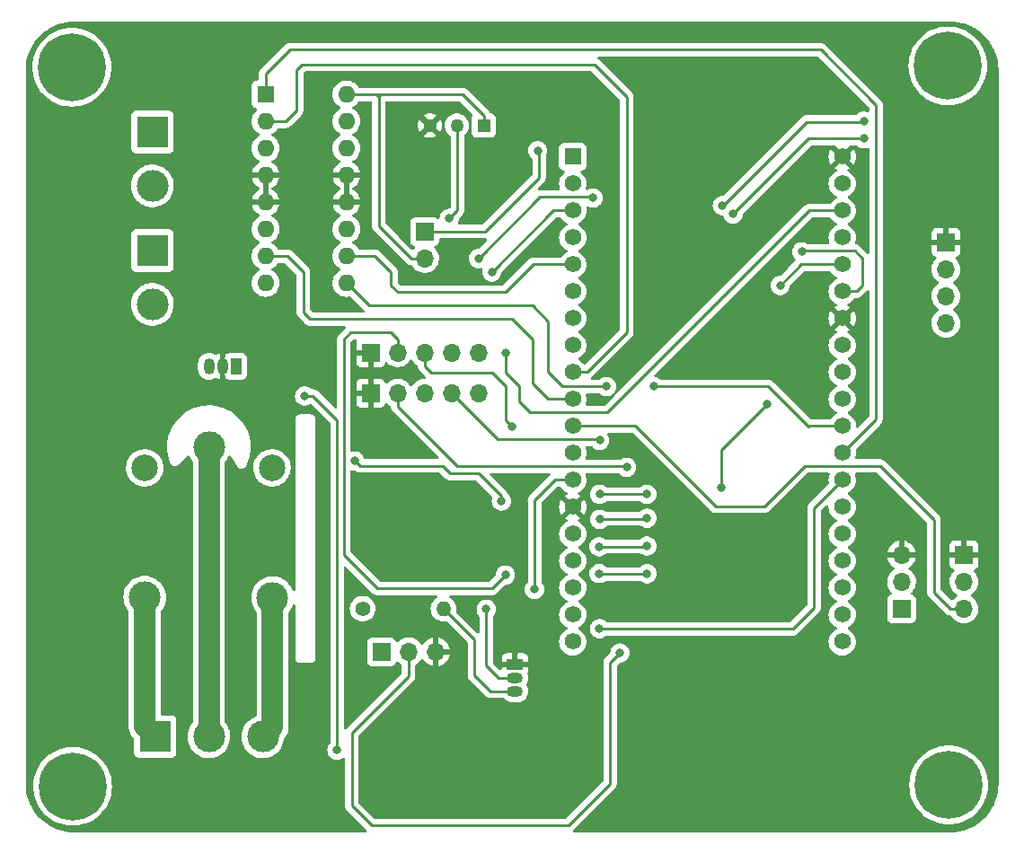
<source format=gbr>
%TF.GenerationSoftware,KiCad,Pcbnew,(6.0.4)*%
%TF.CreationDate,2023-05-30T10:31:34-05:00*%
%TF.ProjectId,Modulo de Practicas uPy,4d6f6475-6c6f-4206-9465-205072616374,rev?*%
%TF.SameCoordinates,Original*%
%TF.FileFunction,Copper,L2,Bot*%
%TF.FilePolarity,Positive*%
%FSLAX46Y46*%
G04 Gerber Fmt 4.6, Leading zero omitted, Abs format (unit mm)*
G04 Created by KiCad (PCBNEW (6.0.4)) date 2023-05-30 10:31:34*
%MOMM*%
%LPD*%
G01*
G04 APERTURE LIST*
%TA.AperFunction,ComponentPad*%
%ADD10R,1.700000X1.700000*%
%TD*%
%TA.AperFunction,ComponentPad*%
%ADD11O,1.700000X1.700000*%
%TD*%
%TA.AperFunction,ComponentPad*%
%ADD12R,3.000000X3.000000*%
%TD*%
%TA.AperFunction,ComponentPad*%
%ADD13C,3.000000*%
%TD*%
%TA.AperFunction,ComponentPad*%
%ADD14R,1.500000X1.050000*%
%TD*%
%TA.AperFunction,ComponentPad*%
%ADD15O,1.500000X1.050000*%
%TD*%
%TA.AperFunction,ComponentPad*%
%ADD16C,1.400000*%
%TD*%
%TA.AperFunction,ComponentPad*%
%ADD17O,1.400000X1.400000*%
%TD*%
%TA.AperFunction,ComponentPad*%
%ADD18R,1.600000X1.600000*%
%TD*%
%TA.AperFunction,ComponentPad*%
%ADD19O,1.600000X1.600000*%
%TD*%
%TA.AperFunction,ComponentPad*%
%ADD20R,1.050000X1.500000*%
%TD*%
%TA.AperFunction,ComponentPad*%
%ADD21O,1.050000X1.500000*%
%TD*%
%TA.AperFunction,ComponentPad*%
%ADD22C,0.800000*%
%TD*%
%TA.AperFunction,ComponentPad*%
%ADD23C,6.400000*%
%TD*%
%TA.AperFunction,ComponentPad*%
%ADD24R,1.560000X1.560000*%
%TD*%
%TA.AperFunction,ComponentPad*%
%ADD25C,1.560000*%
%TD*%
%TA.AperFunction,ComponentPad*%
%ADD26C,2.500000*%
%TD*%
%TA.AperFunction,ComponentPad*%
%ADD27R,1.268000X1.268000*%
%TD*%
%TA.AperFunction,ComponentPad*%
%ADD28C,1.268000*%
%TD*%
%TA.AperFunction,ViaPad*%
%ADD29C,0.800000*%
%TD*%
%TA.AperFunction,Conductor*%
%ADD30C,0.250000*%
%TD*%
%TA.AperFunction,Conductor*%
%ADD31C,2.000000*%
%TD*%
G04 APERTURE END LIST*
D10*
%TO.P,J8,1,Pin_1*%
%TO.N,IO23*%
X124460000Y-58420000D03*
D11*
%TO.P,J8,2,Pin_2*%
%TO.N,5v*%
X124460000Y-60960000D03*
%TD*%
D12*
%TO.P,J2,1,Pin_1*%
%TO.N,Net-(J2-Pad1)*%
X98806000Y-49022000D03*
D13*
%TO.P,J2,2,Pin_2*%
%TO.N,Net-(J2-Pad2)*%
X98806000Y-54102000D03*
%TD*%
D14*
%TO.P,Q1,1,S*%
%TO.N,GND*%
X132990000Y-99212400D03*
D15*
%TO.P,Q1,2,G*%
%TO.N,Net-(Q1-Pad2)*%
X132990000Y-100482400D03*
%TO.P,Q1,3,D*%
%TO.N,Net-(Q1-Pad3)*%
X132990000Y-101752400D03*
%TD*%
D10*
%TO.P,U2,1,+VS*%
%TO.N,5v*%
X120411000Y-98044000D03*
D11*
%TO.P,U2,2,Vout*%
%TO.N,IO14*%
X122951000Y-98044000D03*
%TO.P,U2,3,GND*%
%TO.N,GND*%
X125491000Y-98044000D03*
%TD*%
D10*
%TO.P,IO18,1,PWM*%
%TO.N,IO18*%
X169418000Y-93990400D03*
D11*
%TO.P,IO18,2,+*%
%TO.N,5v*%
X169418000Y-91450400D03*
%TO.P,IO18,3,-*%
%TO.N,GND*%
X169418000Y-88910400D03*
%TD*%
D16*
%TO.P,R2,1*%
%TO.N,Net-(D1-Pad1)*%
X118618000Y-93980000D03*
D17*
%TO.P,R2,2*%
%TO.N,Net-(Q1-Pad3)*%
X126238000Y-93980000D03*
%TD*%
D18*
%TO.P,U3,1,EN1\u002C2*%
%TO.N,I016*%
X109484000Y-45481000D03*
D19*
%TO.P,U3,2,1A*%
%TO.N,IO25*%
X109484000Y-48021000D03*
%TO.P,U3,3,1Y*%
%TO.N,Net-(J2-Pad1)*%
X109484000Y-50561000D03*
%TO.P,U3,4,GND*%
%TO.N,GND*%
X109484000Y-53101000D03*
%TO.P,U3,5,GND*%
X109484000Y-55641000D03*
%TO.P,U3,6,2Y*%
%TO.N,Net-(J2-Pad2)*%
X109484000Y-58181000D03*
%TO.P,U3,7,2A*%
%TO.N,IO26*%
X109484000Y-60721000D03*
%TO.P,U3,8,VCC2*%
%TO.N,5v*%
X109484000Y-63261000D03*
%TO.P,U3,9,EN3\u002C4*%
%TO.N,I017*%
X117104000Y-63261000D03*
%TO.P,U3,10,3A*%
%TO.N,IO34*%
X117104000Y-60721000D03*
%TO.P,U3,11,3Y*%
%TO.N,Net-(J3-Pad1)*%
X117104000Y-58181000D03*
%TO.P,U3,12,GND*%
%TO.N,GND*%
X117104000Y-55641000D03*
%TO.P,U3,13,GND*%
X117104000Y-53101000D03*
%TO.P,U3,14,4Y*%
%TO.N,Net-(J3-Pad2)*%
X117104000Y-50561000D03*
%TO.P,U3,15,4A*%
%TO.N,IO35*%
X117104000Y-48021000D03*
%TO.P,U3,16,VCC1*%
%TO.N,5v*%
X117104000Y-45481000D03*
%TD*%
D20*
%TO.P,Q2,1,G*%
%TO.N,Net-(Q2-Pad1)*%
X106680000Y-71120000D03*
D21*
%TO.P,Q2,2,S*%
%TO.N,GND*%
X105410000Y-71120000D03*
%TO.P,Q2,3,D*%
%TO.N,Net-(D2-Pad2)*%
X104140000Y-71120000D03*
%TD*%
D22*
%TO.P,REF\u002A\u002A,1*%
%TO.N,N/C*%
X89514344Y-41228944D03*
X89514344Y-44623056D03*
X93611400Y-42926000D03*
X92908456Y-41228944D03*
X91211400Y-45326000D03*
X91211400Y-40526000D03*
X92908456Y-44623056D03*
D23*
X91211400Y-42926000D03*
D22*
X88811400Y-42926000D03*
%TD*%
D24*
%TO.P,U1,1,3V3*%
%TO.N,3v3*%
X138430000Y-51360000D03*
D25*
%TO.P,U1,2,EN*%
%TO.N,unconnected-(U1-Pad2)*%
X138430000Y-53900000D03*
%TO.P,U1,3,SENSOR_VP*%
%TO.N,IO36*%
X138430000Y-56440000D03*
%TO.P,U1,4,SENSOR_VN*%
%TO.N,unconnected-(U1-Pad4)*%
X138430000Y-58980000D03*
%TO.P,U1,5,IO34*%
%TO.N,IO34*%
X138430000Y-61520000D03*
%TO.P,U1,6,IO35*%
%TO.N,IO35*%
X138430000Y-64060000D03*
%TO.P,U1,7,IO32*%
%TO.N,IO32*%
X138430000Y-66600000D03*
%TO.P,U1,8,IO33*%
%TO.N,IO33*%
X138430000Y-69140000D03*
%TO.P,U1,9,IO25*%
%TO.N,IO25*%
X138430000Y-71680000D03*
%TO.P,U1,10,IO26*%
%TO.N,IO26*%
X138430000Y-74220000D03*
%TO.P,U1,11,IO27*%
%TO.N,IO27*%
X138430000Y-76760000D03*
%TO.P,U1,12,IO14*%
%TO.N,IO14*%
X138430000Y-79300000D03*
%TO.P,U1,13,IO12*%
%TO.N,IO12*%
X138430000Y-81840000D03*
%TO.P,U1,14,GND1*%
%TO.N,GND*%
X138430000Y-84380000D03*
%TO.P,U1,15,IO13*%
%TO.N,IO13*%
X138430000Y-86920000D03*
%TO.P,U1,16,SD2*%
%TO.N,unconnected-(U1-Pad16)*%
X138430000Y-89460000D03*
%TO.P,U1,17,SD3*%
%TO.N,unconnected-(U1-Pad17)*%
X138430000Y-92000000D03*
%TO.P,U1,18,CMD*%
%TO.N,unconnected-(U1-Pad18)*%
X138430000Y-94540000D03*
%TO.P,U1,19,EXT_5V*%
%TO.N,5v*%
X138430000Y-97080000D03*
%TO.P,U1,20,GND3*%
%TO.N,GND*%
X163830000Y-51360000D03*
%TO.P,U1,21,IO23*%
%TO.N,IO23*%
X163830000Y-53900000D03*
%TO.P,U1,22,IO22*%
%TO.N,IO22*%
X163830000Y-56440000D03*
%TO.P,U1,23,TXD0*%
%TO.N,TX*%
X163830000Y-58980000D03*
%TO.P,U1,24,RXD0*%
%TO.N,RX*%
X163830000Y-61520000D03*
%TO.P,U1,25,IO21*%
%TO.N,IO21*%
X163830000Y-64060000D03*
%TO.P,U1,26,GND2*%
%TO.N,GND*%
X163830000Y-66600000D03*
%TO.P,U1,27,IO19*%
%TO.N,IO19*%
X163830000Y-69140000D03*
%TO.P,U1,28,IO18*%
%TO.N,IO18*%
X163830000Y-71680000D03*
%TO.P,U1,29,IO5*%
%TO.N,IO5*%
X163830000Y-74220000D03*
%TO.P,U1,30,IO17*%
%TO.N,I017*%
X163830000Y-76760000D03*
%TO.P,U1,31,IO16*%
%TO.N,I016*%
X163830000Y-79300000D03*
%TO.P,U1,32,IO4*%
%TO.N,I04*%
X163830000Y-81840000D03*
%TO.P,U1,33,IO0*%
%TO.N,I00*%
X163830000Y-84380000D03*
%TO.P,U1,34,IO2*%
%TO.N,I02*%
X163830000Y-86920000D03*
%TO.P,U1,35,IO15*%
%TO.N,I015*%
X163830000Y-89460000D03*
%TO.P,U1,36,SD1*%
%TO.N,unconnected-(U1-Pad36)*%
X163830000Y-92000000D03*
%TO.P,U1,37,SD0*%
%TO.N,unconnected-(U1-Pad37)*%
X163830000Y-94540000D03*
%TO.P,U1,38,CLK*%
%TO.N,unconnected-(U1-Pad38)*%
X163830000Y-97080000D03*
%TD*%
D10*
%TO.P,J7,1,Pin_1*%
%TO.N,GND*%
X173609000Y-59436000D03*
D11*
%TO.P,J7,2,Pin_2*%
%TO.N,IO32*%
X173609000Y-61976000D03*
%TO.P,J7,3,Pin_3*%
%TO.N,IO33*%
X173609000Y-64516000D03*
%TO.P,J7,4,Pin_4*%
%TO.N,5v*%
X173609000Y-67056000D03*
%TD*%
D12*
%TO.P,J3,1,Pin_1*%
%TO.N,Net-(J3-Pad1)*%
X98806000Y-60198000D03*
D13*
%TO.P,J3,2,Pin_2*%
%TO.N,Net-(J3-Pad2)*%
X98806000Y-65278000D03*
%TD*%
D22*
%TO.P,REF\u002A\u002A,1*%
%TO.N,N/C*%
X89590544Y-112415656D03*
X93687600Y-110718600D03*
X89590544Y-109021544D03*
X92984656Y-109021544D03*
X92984656Y-112415656D03*
X88887600Y-110718600D03*
X91287600Y-113118600D03*
X91287600Y-108318600D03*
D23*
X91287600Y-110718600D03*
%TD*%
D22*
%TO.P,REF\u002A\u002A,1*%
%TO.N,N/C*%
X176186800Y-42799000D03*
X172089744Y-41101944D03*
D23*
X173786800Y-42799000D03*
D22*
X175483856Y-44496056D03*
X173786800Y-40399000D03*
X175483856Y-41101944D03*
X171386800Y-42799000D03*
X173786800Y-45199000D03*
X172089744Y-44496056D03*
%TD*%
D13*
%TO.P,K1,1*%
%TO.N,Net-(J1-Pad2)*%
X104140000Y-78740000D03*
D26*
%TO.P,K1,2*%
%TO.N,5v*%
X98090000Y-80690000D03*
D13*
%TO.P,K1,3*%
%TO.N,Net-(J1-Pad1)*%
X98090000Y-92890000D03*
%TO.P,K1,4*%
%TO.N,+12V*%
X110140000Y-92940000D03*
D26*
%TO.P,K1,5*%
%TO.N,Net-(D2-Pad2)*%
X110090000Y-80690000D03*
%TD*%
D22*
%TO.P,REF\u002A\u002A,1*%
%TO.N,N/C*%
X173863000Y-108191600D03*
X176263000Y-110591600D03*
X175560056Y-112288656D03*
X172165944Y-112288656D03*
D23*
X173863000Y-110591600D03*
D22*
X173863000Y-112991600D03*
X175560056Y-108894544D03*
X171463000Y-110591600D03*
X172165944Y-108894544D03*
%TD*%
D27*
%TO.P,RV1,1,1*%
%TO.N,5v*%
X130048200Y-48422800D03*
D28*
%TO.P,RV1,2,2*%
%TO.N,IO13*%
X127508200Y-48422800D03*
%TO.P,RV1,3,3*%
%TO.N,GND*%
X124968200Y-48422800D03*
%TD*%
D10*
%TO.P,J5,1,Pin_1*%
%TO.N,GND*%
X119380000Y-69825000D03*
D11*
%TO.P,J5,2,Pin_2*%
%TO.N,I015*%
X121920000Y-69825000D03*
%TO.P,J5,3,Pin_3*%
%TO.N,IO19*%
X124460000Y-69825000D03*
%TO.P,J5,4,Pin_4*%
%TO.N,IO21*%
X127000000Y-69825000D03*
%TO.P,J5,5,Pin_5*%
%TO.N,IO22*%
X129540000Y-69825000D03*
%TD*%
D12*
%TO.P,J1,1,Pin_1*%
%TO.N,Net-(J1-Pad1)*%
X99060000Y-106045000D03*
D13*
%TO.P,J1,2,Pin_2*%
%TO.N,Net-(J1-Pad2)*%
X104140000Y-106045000D03*
%TO.P,J1,3,Pin_3*%
%TO.N,+12V*%
X109220000Y-106045000D03*
%TD*%
D10*
%TO.P,J6,1,Pin_1*%
%TO.N,GND*%
X175310800Y-88900000D03*
D11*
%TO.P,J6,2,Pin_2*%
%TO.N,5v*%
X175310800Y-91440000D03*
%TO.P,J6,3,Pin_3*%
%TO.N,IO27*%
X175310800Y-93980000D03*
%TD*%
D10*
%TO.P,J4,1,Pin_1*%
%TO.N,GND*%
X119380000Y-73660000D03*
D11*
%TO.P,J4,2,Pin_2*%
%TO.N,IO5*%
X121920000Y-73660000D03*
%TO.P,J4,3,Pin_3*%
%TO.N,RX*%
X124460000Y-73660000D03*
%TO.P,J4,4,Pin_4*%
%TO.N,TX*%
X127000000Y-73660000D03*
%TO.P,J4,5,Pin_5*%
%TO.N,IO36*%
X129540000Y-73660000D03*
%TD*%
D29*
%TO.N,GND*%
X109474000Y-68326000D03*
X119888000Y-89916000D03*
X163779200Y-41706800D03*
%TO.N,IO32*%
X152527000Y-55969500D03*
X165862000Y-48006000D03*
%TO.N,IO13*%
X131699000Y-83820000D03*
X117906800Y-80060800D03*
X126796800Y-57175400D03*
%TO.N,Net-(D2-Pad2)*%
X113157000Y-73914000D03*
X116205000Y-107315000D03*
%TO.N,IO12*%
X134823200Y-92151200D03*
%TO.N,IO5*%
X143510000Y-80645000D03*
%TO.N,IO36*%
X130810000Y-62230000D03*
%TO.N,IO33*%
X165862000Y-49657000D03*
X153543000Y-56769000D03*
%TO.N,RX*%
X157988000Y-63500000D03*
%TO.N,TX*%
X140970000Y-78105000D03*
%TO.N,I017*%
X141605000Y-73025000D03*
X146050000Y-73025000D03*
%TO.N,I015*%
X145440400Y-90678000D03*
X140919200Y-90652600D03*
X132080000Y-90805000D03*
%TO.N,IO19*%
X156718000Y-74676000D03*
X152400000Y-82550000D03*
X140970000Y-83185000D03*
X145415000Y-83185000D03*
X132715000Y-76835000D03*
%TO.N,IO21*%
X160020000Y-60325000D03*
X140335000Y-55245000D03*
X129540000Y-60960000D03*
%TO.N,IO22*%
X132080000Y-69850000D03*
%TO.N,IO23*%
X135128000Y-50800000D03*
%TO.N,I04*%
X140944600Y-95859600D03*
%TO.N,I00*%
X145440400Y-85445600D03*
X140970000Y-85547200D03*
%TO.N,I02*%
X140919200Y-88138000D03*
X145415000Y-88061800D03*
%TO.N,IO14*%
X142875000Y-98145600D03*
%TO.N,Net-(Q1-Pad2)*%
X130276600Y-94030800D03*
%TD*%
D30*
%TO.N,GND*%
X119380000Y-69825000D02*
X119380000Y-73660000D01*
D31*
%TO.N,Net-(J1-Pad2)*%
X104140000Y-78740000D02*
X104140000Y-106045000D01*
%TO.N,+12V*%
X110140000Y-92940000D02*
X110140000Y-105125000D01*
X110140000Y-105125000D02*
X109220000Y-106045000D01*
D30*
%TO.N,5v*%
X119649000Y-45481000D02*
X117104000Y-45481000D01*
X130048200Y-48422800D02*
X130048200Y-47498200D01*
X120142000Y-45720000D02*
X119903000Y-45481000D01*
X120142000Y-57912000D02*
X120142000Y-45720000D01*
X124460000Y-60960000D02*
X123190000Y-60960000D01*
X123190000Y-60960000D02*
X120142000Y-57912000D01*
X130048200Y-47498200D02*
X128031000Y-45481000D01*
X120381000Y-45481000D02*
X119649000Y-45481000D01*
X128031000Y-45481000D02*
X120381000Y-45481000D01*
X119903000Y-45481000D02*
X119649000Y-45481000D01*
X120142000Y-45720000D02*
X120381000Y-45481000D01*
%TO.N,Net-(Q1-Pad3)*%
X130657600Y-101752400D02*
X132990000Y-101752400D01*
X126238000Y-93980000D02*
X129159000Y-96901000D01*
X129159000Y-100253800D02*
X130657600Y-101752400D01*
X129159000Y-96901000D02*
X129159000Y-100253800D01*
%TO.N,IO32*%
X152527000Y-55969500D02*
X152564500Y-55969500D01*
X165798501Y-48069499D02*
X165862000Y-48006000D01*
X152564500Y-55969500D02*
X160464501Y-48069499D01*
X160464501Y-48069499D02*
X165798501Y-48069499D01*
%TO.N,IO13*%
X131699000Y-83362800D02*
X129565400Y-81229200D01*
X126873000Y-81229200D02*
X126161800Y-80518000D01*
X129565400Y-81229200D02*
X126873000Y-81229200D01*
X127558800Y-48473400D02*
X127508200Y-48422800D01*
X126796800Y-57175400D02*
X127558800Y-56413400D01*
X127558800Y-56413400D02*
X127558800Y-48473400D01*
X126161800Y-80518000D02*
X118364000Y-80518000D01*
X118364000Y-80518000D02*
X117906800Y-80060800D01*
X131699000Y-83820000D02*
X131699000Y-83362800D01*
%TO.N,Net-(D2-Pad2)*%
X113944400Y-73914000D02*
X116205000Y-76174600D01*
X116205000Y-76174600D02*
X116205000Y-107315000D01*
X113157000Y-73914000D02*
X113944400Y-73914000D01*
%TO.N,IO25*%
X112395000Y-46990000D02*
X112395000Y-43180000D01*
X143510000Y-45720000D02*
X143510000Y-67945000D01*
X111364000Y-48021000D02*
X112395000Y-46990000D01*
X139775000Y-71680000D02*
X138430000Y-71680000D01*
X109484000Y-48021000D02*
X111364000Y-48021000D01*
X140462000Y-42672000D02*
X143510000Y-45720000D01*
X143510000Y-67945000D02*
X139775000Y-71680000D01*
X112395000Y-43180000D02*
X112903000Y-42672000D01*
X112903000Y-42672000D02*
X140462000Y-42672000D01*
%TO.N,IO26*%
X111521000Y-60721000D02*
X113030000Y-62230000D01*
X113030000Y-66040000D02*
X113665000Y-66675000D01*
X113030000Y-62230000D02*
X113030000Y-66040000D01*
X136094400Y-74220000D02*
X138430000Y-74220000D01*
X113665000Y-66675000D02*
X132715000Y-66675000D01*
X109484000Y-60721000D02*
X111521000Y-60721000D01*
X134620000Y-72745600D02*
X136094400Y-74220000D01*
X134620000Y-68580000D02*
X134620000Y-72745600D01*
X132715000Y-66675000D02*
X134620000Y-68580000D01*
%TO.N,IO34*%
X119776000Y-60721000D02*
X121285000Y-62230000D01*
X121285000Y-63500000D02*
X121920000Y-64135000D01*
X121285000Y-62230000D02*
X121285000Y-63500000D01*
X117104000Y-60721000D02*
X119776000Y-60721000D01*
X132080000Y-64135000D02*
X134695000Y-61520000D01*
X121920000Y-64135000D02*
X132080000Y-64135000D01*
X134695000Y-61520000D02*
X138430000Y-61520000D01*
%TO.N,IO12*%
X134823200Y-92151200D02*
X134823200Y-83769200D01*
X136752400Y-81840000D02*
X138430000Y-81840000D01*
X134823200Y-83769200D02*
X136752400Y-81840000D01*
%TO.N,IO5*%
X127558800Y-80568800D02*
X143433800Y-80568800D01*
X143433800Y-80568800D02*
X143510000Y-80645000D01*
X121920000Y-73660000D02*
X121920000Y-74930000D01*
X121920000Y-74930000D02*
X127558800Y-80568800D01*
%TO.N,IO36*%
X130810000Y-62230000D02*
X136600000Y-56440000D01*
X136600000Y-56440000D02*
X138430000Y-56440000D01*
%TO.N,IO33*%
X153543000Y-56769000D02*
X160655000Y-49657000D01*
X160655000Y-49657000D02*
X165862000Y-49657000D01*
%TO.N,IO27*%
X156464000Y-84328000D02*
X160274000Y-80518000D01*
X138430000Y-76760000D02*
X144324000Y-76760000D01*
X172466000Y-92456000D02*
X173990000Y-93980000D01*
X144324000Y-76760000D02*
X151892000Y-84328000D01*
X151892000Y-84328000D02*
X156464000Y-84328000D01*
X167386000Y-80518000D02*
X172466000Y-85598000D01*
X160274000Y-80518000D02*
X167386000Y-80518000D01*
X172466000Y-85598000D02*
X172466000Y-92456000D01*
X173990000Y-93980000D02*
X175310800Y-93980000D01*
%TO.N,RX*%
X159968000Y-61520000D02*
X163830000Y-61520000D01*
X157988000Y-63500000D02*
X159968000Y-61520000D01*
%TO.N,TX*%
X140893800Y-78028800D02*
X140970000Y-78105000D01*
X127000000Y-73660000D02*
X131368800Y-78028800D01*
X131368800Y-78028800D02*
X140893800Y-78028800D01*
%TO.N,I017*%
X136093200Y-71678800D02*
X137439400Y-73025000D01*
X160730000Y-76760000D02*
X163830000Y-76760000D01*
X117104000Y-63261000D02*
X119248000Y-65405000D01*
X134620000Y-65405000D02*
X136093200Y-66878200D01*
X119248000Y-65405000D02*
X134620000Y-65405000D01*
X136093200Y-66878200D02*
X136093200Y-71678800D01*
X146050000Y-73025000D02*
X156845000Y-73025000D01*
X156845000Y-73025000D02*
X160655000Y-76835000D01*
X137439400Y-73025000D02*
X141605000Y-73025000D01*
X160655000Y-76835000D02*
X160730000Y-76760000D01*
%TO.N,I015*%
X145415000Y-90703400D02*
X140970000Y-90703400D01*
X116840000Y-88900000D02*
X120015000Y-92075000D01*
X121920000Y-68580000D02*
X121285000Y-67945000D01*
X121920000Y-69825000D02*
X121920000Y-68580000D01*
X117475000Y-67945000D02*
X116840000Y-68580000D01*
X140970000Y-90703400D02*
X140919200Y-90652600D01*
X145440400Y-90678000D02*
X145415000Y-90703400D01*
X130810000Y-92075000D02*
X132080000Y-90805000D01*
X120015000Y-92075000D02*
X130810000Y-92075000D01*
X116840000Y-68580000D02*
X116840000Y-88900000D01*
X121285000Y-67945000D02*
X117475000Y-67945000D01*
%TO.N,IO19*%
X152400000Y-78994000D02*
X152400000Y-82550000D01*
X124460000Y-69825000D02*
X124460000Y-71120000D01*
X124460000Y-71120000D02*
X125095000Y-71755000D01*
X132080000Y-76200000D02*
X132715000Y-76835000D01*
X125095000Y-71755000D02*
X130810000Y-71755000D01*
X156718000Y-74676000D02*
X152400000Y-78994000D01*
X130810000Y-71755000D02*
X132080000Y-73025000D01*
X132080000Y-73025000D02*
X132080000Y-76200000D01*
X140970000Y-83185000D02*
X145415000Y-83185000D01*
%TO.N,IO21*%
X165175000Y-64060000D02*
X163830000Y-64060000D01*
X165023800Y-60248800D02*
X165735000Y-60960000D01*
X165735000Y-63500000D02*
X165175000Y-64060000D01*
X129540000Y-60960000D02*
X135331200Y-55168800D01*
X140258800Y-55168800D02*
X140335000Y-55245000D01*
X165735000Y-60960000D02*
X165735000Y-63500000D01*
X160096200Y-60248800D02*
X165023800Y-60248800D01*
X135331200Y-55168800D02*
X140258800Y-55168800D01*
X160020000Y-60325000D02*
X160096200Y-60248800D01*
%TO.N,IO22*%
X133350000Y-74396600D02*
X134416800Y-75463400D01*
X134416800Y-75463400D02*
X141706600Y-75463400D01*
X132080000Y-69850000D02*
X132080000Y-71755718D01*
X133350000Y-73025718D02*
X133350000Y-74396600D01*
X160730000Y-56440000D02*
X163830000Y-56440000D01*
X141706600Y-75463400D02*
X160730000Y-56440000D01*
X132080000Y-71755718D02*
X133350000Y-73025718D01*
%TO.N,IO23*%
X135255000Y-53340000D02*
X130175000Y-58420000D01*
X130175000Y-58420000D02*
X124460000Y-58420000D01*
X135255000Y-50927000D02*
X135255000Y-53340000D01*
X135128000Y-50800000D02*
X135255000Y-50927000D01*
%TO.N,I016*%
X167005000Y-46482000D02*
X167005000Y-76125000D01*
X111760000Y-41275000D02*
X161798000Y-41275000D01*
X109484000Y-45481000D02*
X109484000Y-43551000D01*
X161798000Y-41275000D02*
X167005000Y-46482000D01*
X167005000Y-76125000D02*
X163830000Y-79300000D01*
X109484000Y-43551000D02*
X111760000Y-41275000D01*
%TO.N,I04*%
X161188400Y-93878400D02*
X161188400Y-84481600D01*
X140970000Y-95885000D02*
X159181800Y-95885000D01*
X159181800Y-95885000D02*
X161188400Y-93878400D01*
X161188400Y-84481600D02*
X163830000Y-81840000D01*
X140944600Y-95859600D02*
X140970000Y-95885000D01*
%TO.N,I00*%
X140995400Y-85521800D02*
X140970000Y-85547200D01*
X145440400Y-85445600D02*
X145364200Y-85521800D01*
X145364200Y-85521800D02*
X140995400Y-85521800D01*
%TO.N,I02*%
X145338800Y-88138000D02*
X140919200Y-88138000D01*
X145415000Y-88061800D02*
X145338800Y-88138000D01*
%TO.N,IO14*%
X141935200Y-99085400D02*
X142875000Y-98145600D01*
X122951000Y-100315000D02*
X117602000Y-105664000D01*
X122951000Y-98044000D02*
X122951000Y-100315000D01*
X137998200Y-114427000D02*
X141935200Y-110490000D01*
X141935200Y-110490000D02*
X141935200Y-99085400D01*
X117602000Y-105664000D02*
X117602000Y-112572800D01*
X119456200Y-114427000D02*
X137998200Y-114427000D01*
X117602000Y-112572800D02*
X119456200Y-114427000D01*
D31*
%TO.N,Net-(J1-Pad1)*%
X98090000Y-105075000D02*
X99060000Y-106045000D01*
X98090000Y-92890000D02*
X98090000Y-105075000D01*
D30*
%TO.N,Net-(Q1-Pad2)*%
X131394200Y-100482400D02*
X132990000Y-100482400D01*
X130276600Y-99364800D02*
X131394200Y-100482400D01*
X130276600Y-94030800D02*
X130276600Y-99364800D01*
%TD*%
%TA.AperFunction,Conductor*%
%TO.N,GND*%
G36*
X173960018Y-38610000D02*
G01*
X173974851Y-38612310D01*
X173974855Y-38612310D01*
X173983724Y-38613691D01*
X174004183Y-38611016D01*
X174026008Y-38610072D01*
X174382937Y-38625656D01*
X174393886Y-38626614D01*
X174778379Y-38677233D01*
X174789205Y-38679142D01*
X175167822Y-38763080D01*
X175178439Y-38765925D01*
X175348702Y-38819608D01*
X175548302Y-38882542D01*
X175558615Y-38886295D01*
X175916932Y-39034715D01*
X175926876Y-39039353D01*
X176259318Y-39212411D01*
X176270867Y-39218423D01*
X176280387Y-39223919D01*
X176607468Y-39432292D01*
X176616472Y-39438597D01*
X176924138Y-39674678D01*
X176932558Y-39681743D01*
X177218483Y-39943744D01*
X177226256Y-39951517D01*
X177488257Y-40237442D01*
X177495322Y-40245862D01*
X177731403Y-40553528D01*
X177737708Y-40562532D01*
X177771903Y-40616207D01*
X177932301Y-40867982D01*
X177946081Y-40889613D01*
X177951576Y-40899132D01*
X178041643Y-41072147D01*
X178130643Y-41243115D01*
X178135285Y-41253068D01*
X178202586Y-41415547D01*
X178283702Y-41611377D01*
X178287461Y-41621706D01*
X178404075Y-41991561D01*
X178406920Y-42002178D01*
X178490858Y-42380795D01*
X178492767Y-42391621D01*
X178543386Y-42776114D01*
X178544344Y-42787063D01*
X178559371Y-43131230D01*
X178559603Y-43136552D01*
X178558223Y-43161429D01*
X178556309Y-43173724D01*
X178557473Y-43182626D01*
X178557473Y-43182628D01*
X178560436Y-43205283D01*
X178561500Y-43221621D01*
X178561500Y-110440633D01*
X178560000Y-110460018D01*
X178557690Y-110474851D01*
X178557690Y-110474855D01*
X178556309Y-110483724D01*
X178558984Y-110504183D01*
X178559928Y-110526008D01*
X178545113Y-110865321D01*
X178544344Y-110882936D01*
X178543386Y-110893886D01*
X178492767Y-111278379D01*
X178490858Y-111289205D01*
X178406920Y-111667822D01*
X178404075Y-111678439D01*
X178287461Y-112048294D01*
X178283705Y-112058615D01*
X178164128Y-112347300D01*
X178135289Y-112416923D01*
X178130647Y-112426876D01*
X177951577Y-112770867D01*
X177946081Y-112780387D01*
X177737708Y-113107468D01*
X177731403Y-113116472D01*
X177495322Y-113424138D01*
X177488257Y-113432558D01*
X177226256Y-113718483D01*
X177218487Y-113726252D01*
X177128008Y-113809161D01*
X176932558Y-113988257D01*
X176924138Y-113995322D01*
X176616472Y-114231403D01*
X176607468Y-114237708D01*
X176280387Y-114446081D01*
X176270868Y-114451576D01*
X175926876Y-114630647D01*
X175916932Y-114635285D01*
X175558615Y-114783705D01*
X175548302Y-114787458D01*
X175427655Y-114825498D01*
X175178439Y-114904075D01*
X175167822Y-114906920D01*
X174789205Y-114990858D01*
X174778378Y-114992767D01*
X174418231Y-115040181D01*
X174393886Y-115043386D01*
X174382937Y-115044344D01*
X174033446Y-115059603D01*
X174008571Y-115058223D01*
X173996276Y-115056309D01*
X173987374Y-115057473D01*
X173987372Y-115057473D01*
X173973793Y-115059249D01*
X173964714Y-115060436D01*
X173948379Y-115061500D01*
X138563794Y-115061500D01*
X138495673Y-115041498D01*
X138449180Y-114987842D01*
X138439076Y-114917568D01*
X138468570Y-114852988D01*
X138474699Y-114846405D01*
X142327453Y-110993652D01*
X142335739Y-110986112D01*
X142342218Y-110982000D01*
X142388844Y-110932348D01*
X142391598Y-110929507D01*
X142411335Y-110909770D01*
X142413815Y-110906573D01*
X142421520Y-110897551D01*
X142430083Y-110888432D01*
X142451786Y-110865321D01*
X142455605Y-110858375D01*
X142455607Y-110858372D01*
X142461548Y-110847566D01*
X142472399Y-110831047D01*
X142479958Y-110821301D01*
X142484814Y-110815041D01*
X142487959Y-110807772D01*
X142487962Y-110807768D01*
X142502374Y-110774463D01*
X142507591Y-110763813D01*
X142528895Y-110725060D01*
X142533933Y-110705437D01*
X142540337Y-110686734D01*
X142545233Y-110675420D01*
X142545233Y-110675419D01*
X142548381Y-110668145D01*
X142549620Y-110660322D01*
X142549623Y-110660312D01*
X142555299Y-110624476D01*
X142557705Y-110612856D01*
X142563162Y-110591600D01*
X170149411Y-110591600D01*
X170169754Y-110979776D01*
X170170267Y-110983016D01*
X170170268Y-110983024D01*
X170189348Y-111103486D01*
X170230562Y-111363699D01*
X170331167Y-111739162D01*
X170332352Y-111742250D01*
X170332353Y-111742252D01*
X170379918Y-111866162D01*
X170470468Y-112102053D01*
X170471966Y-112104993D01*
X170635979Y-112426885D01*
X170646938Y-112448394D01*
X170648734Y-112451160D01*
X170648736Y-112451163D01*
X170817800Y-112711500D01*
X170858643Y-112774393D01*
X170900752Y-112826393D01*
X171064889Y-113029084D01*
X171103266Y-113076476D01*
X171378124Y-113351334D01*
X171380682Y-113353406D01*
X171380686Y-113353409D01*
X171478427Y-113432558D01*
X171680207Y-113595957D01*
X171682970Y-113597752D01*
X171682971Y-113597752D01*
X171927569Y-113756595D01*
X172006205Y-113807662D01*
X172009139Y-113809157D01*
X172009146Y-113809161D01*
X172349607Y-113982634D01*
X172352547Y-113984132D01*
X172372971Y-113991972D01*
X172712333Y-114122241D01*
X172715438Y-114123433D01*
X173090901Y-114224038D01*
X173294793Y-114256332D01*
X173471576Y-114284332D01*
X173471584Y-114284333D01*
X173474824Y-114284846D01*
X173863000Y-114305189D01*
X174251176Y-114284846D01*
X174254416Y-114284333D01*
X174254424Y-114284332D01*
X174431207Y-114256332D01*
X174635099Y-114224038D01*
X175010562Y-114123433D01*
X175013668Y-114122241D01*
X175353029Y-113991972D01*
X175373453Y-113984132D01*
X175376393Y-113982634D01*
X175716854Y-113809161D01*
X175716861Y-113809157D01*
X175719795Y-113807662D01*
X175798432Y-113756595D01*
X176043029Y-113597752D01*
X176043030Y-113597752D01*
X176045793Y-113595957D01*
X176247573Y-113432558D01*
X176345314Y-113353409D01*
X176345318Y-113353406D01*
X176347876Y-113351334D01*
X176622734Y-113076476D01*
X176661112Y-113029084D01*
X176825248Y-112826393D01*
X176867357Y-112774393D01*
X176908200Y-112711500D01*
X177077264Y-112451163D01*
X177077266Y-112451160D01*
X177079062Y-112448394D01*
X177090022Y-112426885D01*
X177254034Y-112104993D01*
X177255532Y-112102053D01*
X177346082Y-111866162D01*
X177393647Y-111742252D01*
X177393648Y-111742250D01*
X177394833Y-111739162D01*
X177495438Y-111363699D01*
X177536652Y-111103486D01*
X177555732Y-110983024D01*
X177555733Y-110983016D01*
X177556246Y-110979776D01*
X177576589Y-110591600D01*
X177556246Y-110203424D01*
X177551809Y-110175406D01*
X177527732Y-110023393D01*
X177495438Y-109819501D01*
X177394833Y-109444038D01*
X177255532Y-109081147D01*
X177254034Y-109078207D01*
X177080561Y-108737747D01*
X177080557Y-108737740D01*
X177079062Y-108734806D01*
X176867357Y-108408807D01*
X176716187Y-108222128D01*
X176624809Y-108109286D01*
X176624806Y-108109282D01*
X176622734Y-108106724D01*
X176347876Y-107831866D01*
X176307156Y-107798891D01*
X176168434Y-107686556D01*
X176045793Y-107587243D01*
X175918127Y-107504336D01*
X175722564Y-107377336D01*
X175722561Y-107377334D01*
X175719795Y-107375538D01*
X175716861Y-107374043D01*
X175716854Y-107374039D01*
X175376393Y-107200566D01*
X175373453Y-107199068D01*
X175045905Y-107073334D01*
X175013652Y-107060953D01*
X175013650Y-107060952D01*
X175010562Y-107059767D01*
X174635099Y-106959162D01*
X174431207Y-106926868D01*
X174254424Y-106898868D01*
X174254416Y-106898867D01*
X174251176Y-106898354D01*
X173863000Y-106878011D01*
X173474824Y-106898354D01*
X173471584Y-106898867D01*
X173471576Y-106898868D01*
X173294793Y-106926868D01*
X173090901Y-106959162D01*
X172715438Y-107059767D01*
X172712350Y-107060952D01*
X172712348Y-107060953D01*
X172680095Y-107073334D01*
X172352547Y-107199068D01*
X172349607Y-107200566D01*
X172009147Y-107374039D01*
X172009140Y-107374043D01*
X172006206Y-107375538D01*
X172003440Y-107377334D01*
X172003437Y-107377336D01*
X171751271Y-107541094D01*
X171680207Y-107587243D01*
X171557566Y-107686556D01*
X171418845Y-107798891D01*
X171378124Y-107831866D01*
X171103266Y-108106724D01*
X171101194Y-108109282D01*
X171101191Y-108109286D01*
X171009813Y-108222128D01*
X170858643Y-108408807D01*
X170646938Y-108734806D01*
X170645443Y-108737740D01*
X170645439Y-108737747D01*
X170471966Y-109078207D01*
X170470468Y-109081147D01*
X170331167Y-109444038D01*
X170230562Y-109819501D01*
X170198268Y-110023393D01*
X170174192Y-110175406D01*
X170169754Y-110203424D01*
X170149411Y-110591600D01*
X142563162Y-110591600D01*
X142566728Y-110577711D01*
X142566728Y-110577710D01*
X142568700Y-110570030D01*
X142568700Y-110549776D01*
X142570251Y-110530065D01*
X142572180Y-110517886D01*
X142573420Y-110510057D01*
X142569259Y-110466038D01*
X142568700Y-110454181D01*
X142568700Y-99399995D01*
X142588702Y-99331874D01*
X142605605Y-99310899D01*
X142825501Y-99091004D01*
X142887813Y-99056979D01*
X142914596Y-99054100D01*
X142970487Y-99054100D01*
X142976939Y-99052728D01*
X142976944Y-99052728D01*
X143074261Y-99032042D01*
X143157288Y-99014394D01*
X143163319Y-99011709D01*
X143325722Y-98939403D01*
X143325724Y-98939402D01*
X143331752Y-98936718D01*
X143342374Y-98929001D01*
X143411355Y-98878883D01*
X143486253Y-98824466D01*
X143496472Y-98813117D01*
X143609621Y-98687452D01*
X143609622Y-98687451D01*
X143614040Y-98682544D01*
X143709527Y-98517156D01*
X143768542Y-98335528D01*
X143769456Y-98326837D01*
X143787814Y-98152165D01*
X143788504Y-98145600D01*
X143768542Y-97955672D01*
X143709527Y-97774044D01*
X143614040Y-97608656D01*
X143486253Y-97466734D01*
X143379366Y-97389076D01*
X143337094Y-97358363D01*
X143337093Y-97358362D01*
X143331752Y-97354482D01*
X143325724Y-97351798D01*
X143325722Y-97351797D01*
X143163319Y-97279491D01*
X143163318Y-97279491D01*
X143157288Y-97276806D01*
X143063888Y-97256953D01*
X142976944Y-97238472D01*
X142976939Y-97238472D01*
X142970487Y-97237100D01*
X142779513Y-97237100D01*
X142773061Y-97238472D01*
X142773056Y-97238472D01*
X142686112Y-97256953D01*
X142592712Y-97276806D01*
X142586682Y-97279491D01*
X142586681Y-97279491D01*
X142424278Y-97351797D01*
X142424276Y-97351798D01*
X142418248Y-97354482D01*
X142412907Y-97358362D01*
X142412906Y-97358363D01*
X142370634Y-97389076D01*
X142263747Y-97466734D01*
X142135960Y-97608656D01*
X142040473Y-97774044D01*
X141981458Y-97955672D01*
X141980768Y-97962233D01*
X141980768Y-97962235D01*
X141964093Y-98120892D01*
X141937080Y-98186549D01*
X141927878Y-98196818D01*
X141542942Y-98581753D01*
X141534663Y-98589287D01*
X141528182Y-98593400D01*
X141481557Y-98643051D01*
X141478802Y-98645893D01*
X141459065Y-98665630D01*
X141456585Y-98668827D01*
X141448882Y-98677847D01*
X141418614Y-98710079D01*
X141414795Y-98717025D01*
X141414793Y-98717028D01*
X141408852Y-98727834D01*
X141398001Y-98744353D01*
X141385586Y-98760359D01*
X141382441Y-98767628D01*
X141382438Y-98767632D01*
X141368026Y-98800937D01*
X141362809Y-98811587D01*
X141341505Y-98850340D01*
X141339534Y-98858015D01*
X141339534Y-98858016D01*
X141336467Y-98869962D01*
X141330063Y-98888666D01*
X141322019Y-98907255D01*
X141320780Y-98915078D01*
X141320777Y-98915088D01*
X141315101Y-98950924D01*
X141312695Y-98962544D01*
X141307672Y-98982108D01*
X141301700Y-99005370D01*
X141301700Y-99025624D01*
X141300149Y-99045334D01*
X141296980Y-99065343D01*
X141300483Y-99102395D01*
X141301141Y-99109361D01*
X141301700Y-99121219D01*
X141301700Y-110175406D01*
X141281698Y-110243527D01*
X141264795Y-110264501D01*
X137772700Y-113756595D01*
X137710388Y-113790621D01*
X137683605Y-113793500D01*
X119770794Y-113793500D01*
X119702673Y-113773498D01*
X119681699Y-113756595D01*
X118272405Y-112347300D01*
X118238379Y-112284988D01*
X118235500Y-112258205D01*
X118235500Y-105978594D01*
X118255502Y-105910473D01*
X118272405Y-105889499D01*
X123343247Y-100818657D01*
X123351537Y-100811113D01*
X123358018Y-100807000D01*
X123404659Y-100757332D01*
X123407413Y-100754491D01*
X123427134Y-100734770D01*
X123429612Y-100731575D01*
X123437318Y-100722553D01*
X123462158Y-100696101D01*
X123467586Y-100690321D01*
X123477346Y-100672568D01*
X123488199Y-100656045D01*
X123495753Y-100646306D01*
X123500613Y-100640041D01*
X123518176Y-100599457D01*
X123523383Y-100588827D01*
X123544695Y-100550060D01*
X123546666Y-100542383D01*
X123546668Y-100542378D01*
X123549732Y-100530442D01*
X123556138Y-100511730D01*
X123561034Y-100500417D01*
X123564181Y-100493145D01*
X123569553Y-100459231D01*
X123571097Y-100449481D01*
X123573504Y-100437860D01*
X123582528Y-100402711D01*
X123582528Y-100402710D01*
X123584500Y-100395030D01*
X123584500Y-100374769D01*
X123586051Y-100355058D01*
X123587979Y-100342885D01*
X123589219Y-100335057D01*
X123585059Y-100291046D01*
X123584500Y-100279189D01*
X123584500Y-99324427D01*
X123604502Y-99256306D01*
X123645618Y-99216550D01*
X123648994Y-99214896D01*
X123830860Y-99085173D01*
X123834666Y-99081381D01*
X123934286Y-98982108D01*
X123989096Y-98927489D01*
X124007880Y-98901349D01*
X124119453Y-98746077D01*
X124120640Y-98746930D01*
X124167960Y-98703362D01*
X124237897Y-98691145D01*
X124303338Y-98718678D01*
X124331166Y-98750511D01*
X124388694Y-98844388D01*
X124394777Y-98852699D01*
X124534213Y-99013667D01*
X124541580Y-99020883D01*
X124705434Y-99156916D01*
X124713881Y-99162831D01*
X124897756Y-99270279D01*
X124907042Y-99274729D01*
X125106001Y-99350703D01*
X125115899Y-99353579D01*
X125219250Y-99374606D01*
X125233299Y-99373410D01*
X125237000Y-99363065D01*
X125237000Y-99362517D01*
X125745000Y-99362517D01*
X125749064Y-99376359D01*
X125762478Y-99378393D01*
X125769184Y-99377534D01*
X125779262Y-99375392D01*
X125983255Y-99314191D01*
X125992842Y-99310433D01*
X126184095Y-99216739D01*
X126192945Y-99211464D01*
X126366328Y-99087792D01*
X126374200Y-99081139D01*
X126525052Y-98930812D01*
X126531730Y-98922965D01*
X126656003Y-98750020D01*
X126661313Y-98741183D01*
X126755670Y-98550267D01*
X126759469Y-98540672D01*
X126821377Y-98336910D01*
X126823555Y-98326837D01*
X126824986Y-98315962D01*
X126822775Y-98301778D01*
X126809617Y-98298000D01*
X125763115Y-98298000D01*
X125747876Y-98302475D01*
X125746671Y-98303865D01*
X125745000Y-98311548D01*
X125745000Y-99362517D01*
X125237000Y-99362517D01*
X125237000Y-97771885D01*
X125745000Y-97771885D01*
X125749475Y-97787124D01*
X125750865Y-97788329D01*
X125758548Y-97790000D01*
X126809344Y-97790000D01*
X126822875Y-97786027D01*
X126824180Y-97776947D01*
X126782214Y-97609875D01*
X126778894Y-97600124D01*
X126693972Y-97404814D01*
X126689105Y-97395739D01*
X126573426Y-97216926D01*
X126567136Y-97208757D01*
X126423806Y-97051240D01*
X126416273Y-97044215D01*
X126249139Y-96912222D01*
X126240552Y-96906517D01*
X126054117Y-96803599D01*
X126044705Y-96799369D01*
X125843959Y-96728280D01*
X125833988Y-96725646D01*
X125762837Y-96712972D01*
X125749540Y-96714432D01*
X125745000Y-96728989D01*
X125745000Y-97771885D01*
X125237000Y-97771885D01*
X125237000Y-96727102D01*
X125233082Y-96713758D01*
X125218806Y-96711771D01*
X125180324Y-96717660D01*
X125170288Y-96720051D01*
X124967868Y-96786212D01*
X124958359Y-96790209D01*
X124769463Y-96888542D01*
X124760738Y-96894036D01*
X124590433Y-97021905D01*
X124582726Y-97028748D01*
X124435590Y-97182717D01*
X124429109Y-97190722D01*
X124324498Y-97344074D01*
X124269587Y-97389076D01*
X124199062Y-97397247D01*
X124135315Y-97365993D01*
X124114618Y-97341509D01*
X124033822Y-97216617D01*
X124033820Y-97216614D01*
X124031014Y-97212277D01*
X123880670Y-97047051D01*
X123876619Y-97043852D01*
X123876615Y-97043848D01*
X123709414Y-96911800D01*
X123709410Y-96911798D01*
X123705359Y-96908598D01*
X123669028Y-96888542D01*
X123653136Y-96879769D01*
X123509789Y-96800638D01*
X123504920Y-96798914D01*
X123504916Y-96798912D01*
X123304087Y-96727795D01*
X123304083Y-96727794D01*
X123299212Y-96726069D01*
X123294119Y-96725162D01*
X123294116Y-96725161D01*
X123084373Y-96687800D01*
X123084367Y-96687799D01*
X123079284Y-96686894D01*
X123005452Y-96685992D01*
X122861081Y-96684228D01*
X122861079Y-96684228D01*
X122855911Y-96684165D01*
X122635091Y-96717955D01*
X122422756Y-96787357D01*
X122224607Y-96890507D01*
X122220474Y-96893610D01*
X122220471Y-96893612D01*
X122050100Y-97021530D01*
X122045965Y-97024635D01*
X121989537Y-97083684D01*
X121965283Y-97109064D01*
X121903759Y-97144494D01*
X121832846Y-97141037D01*
X121775060Y-97099791D01*
X121756207Y-97066243D01*
X121714767Y-96955703D01*
X121711615Y-96947295D01*
X121624261Y-96830739D01*
X121507705Y-96743385D01*
X121371316Y-96692255D01*
X121309134Y-96685500D01*
X119512866Y-96685500D01*
X119450684Y-96692255D01*
X119314295Y-96743385D01*
X119197739Y-96830739D01*
X119110385Y-96947295D01*
X119059255Y-97083684D01*
X119052500Y-97145866D01*
X119052500Y-98942134D01*
X119059255Y-99004316D01*
X119110385Y-99140705D01*
X119197739Y-99257261D01*
X119314295Y-99344615D01*
X119450684Y-99395745D01*
X119512866Y-99402500D01*
X121309134Y-99402500D01*
X121371316Y-99395745D01*
X121507705Y-99344615D01*
X121624261Y-99257261D01*
X121711615Y-99140705D01*
X121727399Y-99098602D01*
X121755598Y-99023382D01*
X121798240Y-98966618D01*
X121864802Y-98941918D01*
X121934150Y-98957126D01*
X121968817Y-98985114D01*
X121997250Y-99017938D01*
X122169126Y-99160632D01*
X122173593Y-99163242D01*
X122255070Y-99210853D01*
X122303794Y-99262491D01*
X122317500Y-99319641D01*
X122317500Y-100000405D01*
X122297498Y-100068526D01*
X122280595Y-100089500D01*
X117209747Y-105160348D01*
X117201461Y-105167888D01*
X117194982Y-105172000D01*
X117189557Y-105177777D01*
X117148357Y-105221651D01*
X117145602Y-105224493D01*
X117125865Y-105244230D01*
X117123385Y-105247427D01*
X117115682Y-105256447D01*
X117085414Y-105288679D01*
X117081595Y-105295625D01*
X117081593Y-105295628D01*
X117075652Y-105306434D01*
X117064812Y-105322938D01*
X117064070Y-105323896D01*
X117006520Y-105365470D01*
X116935629Y-105369331D01*
X116873904Y-105334252D01*
X116840942Y-105271371D01*
X116838500Y-105246683D01*
X116838500Y-93980000D01*
X117404884Y-93980000D01*
X117423314Y-94190655D01*
X117424738Y-94195968D01*
X117424738Y-94195970D01*
X117473646Y-94378495D01*
X117478044Y-94394910D01*
X117480366Y-94399891D01*
X117480367Y-94399892D01*
X117563762Y-94578732D01*
X117567411Y-94586558D01*
X117688699Y-94759776D01*
X117838224Y-94909301D01*
X118011442Y-95030589D01*
X118016420Y-95032910D01*
X118016423Y-95032912D01*
X118198108Y-95117633D01*
X118203090Y-95119956D01*
X118208398Y-95121378D01*
X118208400Y-95121379D01*
X118402030Y-95173262D01*
X118402032Y-95173262D01*
X118407345Y-95174686D01*
X118618000Y-95193116D01*
X118828655Y-95174686D01*
X118833968Y-95173262D01*
X118833970Y-95173262D01*
X119027600Y-95121379D01*
X119027602Y-95121378D01*
X119032910Y-95119956D01*
X119037892Y-95117633D01*
X119219577Y-95032912D01*
X119219580Y-95032910D01*
X119224558Y-95030589D01*
X119397776Y-94909301D01*
X119547301Y-94759776D01*
X119668589Y-94586558D01*
X119672239Y-94578732D01*
X119755633Y-94399892D01*
X119755634Y-94399891D01*
X119757956Y-94394910D01*
X119762355Y-94378495D01*
X119811262Y-94195970D01*
X119811262Y-94195968D01*
X119812686Y-94190655D01*
X119831116Y-93980000D01*
X119812686Y-93769345D01*
X119801622Y-93728054D01*
X119759379Y-93570400D01*
X119759378Y-93570398D01*
X119757956Y-93565090D01*
X119750538Y-93549181D01*
X119670912Y-93378423D01*
X119670910Y-93378420D01*
X119668589Y-93373442D01*
X119547301Y-93200224D01*
X119397776Y-93050699D01*
X119224558Y-92929411D01*
X119219580Y-92927090D01*
X119219577Y-92927088D01*
X119037892Y-92842367D01*
X119037891Y-92842366D01*
X119032910Y-92840044D01*
X119027602Y-92838622D01*
X119027600Y-92838621D01*
X118833970Y-92786738D01*
X118833968Y-92786738D01*
X118828655Y-92785314D01*
X118618000Y-92766884D01*
X118407345Y-92785314D01*
X118402032Y-92786738D01*
X118402030Y-92786738D01*
X118208400Y-92838621D01*
X118208398Y-92838622D01*
X118203090Y-92840044D01*
X118198109Y-92842366D01*
X118198108Y-92842367D01*
X118016423Y-92927088D01*
X118016420Y-92927090D01*
X118011442Y-92929411D01*
X117838224Y-93050699D01*
X117688699Y-93200224D01*
X117567411Y-93373442D01*
X117565090Y-93378420D01*
X117565088Y-93378423D01*
X117485462Y-93549181D01*
X117478044Y-93565090D01*
X117476622Y-93570398D01*
X117476621Y-93570400D01*
X117434378Y-93728054D01*
X117423314Y-93769345D01*
X117404884Y-93980000D01*
X116838500Y-93980000D01*
X116838500Y-90098594D01*
X116858502Y-90030473D01*
X116912158Y-89983980D01*
X116982432Y-89973876D01*
X117047012Y-90003370D01*
X117053594Y-90009498D01*
X118283645Y-91239550D01*
X119511348Y-92467253D01*
X119518888Y-92475539D01*
X119523000Y-92482018D01*
X119528777Y-92487443D01*
X119572651Y-92528643D01*
X119575493Y-92531398D01*
X119595230Y-92551135D01*
X119598427Y-92553615D01*
X119607447Y-92561318D01*
X119639679Y-92591586D01*
X119646625Y-92595405D01*
X119646628Y-92595407D01*
X119657434Y-92601348D01*
X119673953Y-92612199D01*
X119689959Y-92624614D01*
X119697228Y-92627759D01*
X119697232Y-92627762D01*
X119730537Y-92642174D01*
X119741187Y-92647391D01*
X119779940Y-92668695D01*
X119787615Y-92670666D01*
X119787616Y-92670666D01*
X119799562Y-92673733D01*
X119818267Y-92680137D01*
X119836855Y-92688181D01*
X119844678Y-92689420D01*
X119844688Y-92689423D01*
X119880524Y-92695099D01*
X119892144Y-92697505D01*
X119923959Y-92705673D01*
X119934970Y-92708500D01*
X119955224Y-92708500D01*
X119974934Y-92710051D01*
X119994943Y-92713220D01*
X120002835Y-92712474D01*
X120021580Y-92710702D01*
X120038962Y-92709059D01*
X120050819Y-92708500D01*
X125547315Y-92708500D01*
X125615436Y-92728502D01*
X125661929Y-92782158D01*
X125672033Y-92852432D01*
X125642539Y-92917012D01*
X125619588Y-92937711D01*
X125458224Y-93050699D01*
X125308699Y-93200224D01*
X125187411Y-93373442D01*
X125185090Y-93378420D01*
X125185088Y-93378423D01*
X125105462Y-93549181D01*
X125098044Y-93565090D01*
X125096622Y-93570398D01*
X125096621Y-93570400D01*
X125054378Y-93728054D01*
X125043314Y-93769345D01*
X125024884Y-93980000D01*
X125043314Y-94190655D01*
X125044738Y-94195968D01*
X125044738Y-94195970D01*
X125093646Y-94378495D01*
X125098044Y-94394910D01*
X125100366Y-94399891D01*
X125100367Y-94399892D01*
X125183762Y-94578732D01*
X125187411Y-94586558D01*
X125308699Y-94759776D01*
X125458224Y-94909301D01*
X125631442Y-95030589D01*
X125636420Y-95032910D01*
X125636423Y-95032912D01*
X125818108Y-95117633D01*
X125823090Y-95119956D01*
X125828398Y-95121378D01*
X125828400Y-95121379D01*
X126022030Y-95173262D01*
X126022032Y-95173262D01*
X126027345Y-95174686D01*
X126238000Y-95193116D01*
X126243475Y-95192637D01*
X126443184Y-95175165D01*
X126443188Y-95175164D01*
X126448655Y-95174686D01*
X126453961Y-95173264D01*
X126458561Y-95172453D01*
X126529121Y-95180321D01*
X126569538Y-95207443D01*
X128488595Y-97126500D01*
X128522621Y-97188812D01*
X128525500Y-97215595D01*
X128525500Y-100175033D01*
X128524973Y-100186216D01*
X128523298Y-100193709D01*
X128523547Y-100201635D01*
X128523547Y-100201636D01*
X128525438Y-100261786D01*
X128525500Y-100265745D01*
X128525500Y-100293656D01*
X128525997Y-100297590D01*
X128525997Y-100297591D01*
X128526005Y-100297656D01*
X128526938Y-100309493D01*
X128528327Y-100353689D01*
X128533978Y-100373139D01*
X128537987Y-100392500D01*
X128540526Y-100412597D01*
X128543445Y-100419968D01*
X128543445Y-100419970D01*
X128556804Y-100453712D01*
X128560649Y-100464942D01*
X128570771Y-100499783D01*
X128572982Y-100507393D01*
X128577015Y-100514212D01*
X128577017Y-100514217D01*
X128583293Y-100524828D01*
X128591988Y-100542576D01*
X128599448Y-100561417D01*
X128604110Y-100567833D01*
X128604110Y-100567834D01*
X128625436Y-100597187D01*
X128631952Y-100607107D01*
X128654458Y-100645162D01*
X128668779Y-100659483D01*
X128681619Y-100674516D01*
X128693528Y-100690907D01*
X128727605Y-100719098D01*
X128736384Y-100727088D01*
X130153943Y-102144647D01*
X130161487Y-102152937D01*
X130165600Y-102159418D01*
X130171377Y-102164843D01*
X130215267Y-102206058D01*
X130218109Y-102208813D01*
X130237830Y-102228534D01*
X130241025Y-102231012D01*
X130250047Y-102238718D01*
X130282279Y-102268986D01*
X130289228Y-102272806D01*
X130300032Y-102278746D01*
X130316556Y-102289599D01*
X130332559Y-102302013D01*
X130373143Y-102319576D01*
X130383773Y-102324783D01*
X130422540Y-102346095D01*
X130430217Y-102348066D01*
X130430222Y-102348068D01*
X130442158Y-102351132D01*
X130460866Y-102357537D01*
X130479455Y-102365581D01*
X130487280Y-102366820D01*
X130487282Y-102366821D01*
X130523119Y-102372497D01*
X130534740Y-102374904D01*
X130569889Y-102383928D01*
X130577570Y-102385900D01*
X130597831Y-102385900D01*
X130617540Y-102387451D01*
X130637543Y-102390619D01*
X130645435Y-102389873D01*
X130650662Y-102389379D01*
X130681554Y-102386459D01*
X130693411Y-102385900D01*
X131887794Y-102385900D01*
X131955915Y-102405902D01*
X131985990Y-102432947D01*
X132019158Y-102474200D01*
X132019163Y-102474205D01*
X132023019Y-102479001D01*
X132178281Y-102609281D01*
X132183673Y-102612245D01*
X132183677Y-102612248D01*
X132350494Y-102703956D01*
X132355891Y-102706923D01*
X132549084Y-102768207D01*
X132555201Y-102768893D01*
X132555205Y-102768894D01*
X132629348Y-102777210D01*
X132706817Y-102785900D01*
X133266004Y-102785900D01*
X133416713Y-102771123D01*
X133610742Y-102712542D01*
X133789698Y-102617390D01*
X133946763Y-102489290D01*
X133955275Y-102479001D01*
X134072027Y-102337872D01*
X134072029Y-102337869D01*
X134075956Y-102333122D01*
X134172356Y-102154835D01*
X134232290Y-101961220D01*
X134253476Y-101759650D01*
X134235106Y-101557804D01*
X134177881Y-101363371D01*
X134083981Y-101183755D01*
X134084016Y-101183737D01*
X134064111Y-101117959D01*
X134079271Y-101056991D01*
X134132506Y-100958535D01*
X134172356Y-100884835D01*
X134221250Y-100726886D01*
X134230468Y-100697107D01*
X134230469Y-100697104D01*
X134232290Y-100691220D01*
X134234251Y-100672568D01*
X134252832Y-100495778D01*
X134252832Y-100495777D01*
X134253476Y-100489650D01*
X134241102Y-100353689D01*
X134235665Y-100293943D01*
X134235664Y-100293940D01*
X134235106Y-100287804D01*
X134232571Y-100279189D01*
X134204513Y-100183858D01*
X134177881Y-100093371D01*
X134178559Y-100093171D01*
X134172044Y-100027127D01*
X134185320Y-99990077D01*
X134193321Y-99975463D01*
X134238478Y-99855006D01*
X134242105Y-99839751D01*
X134247631Y-99788886D01*
X134248000Y-99782072D01*
X134248000Y-99484515D01*
X134243525Y-99469276D01*
X134242135Y-99468071D01*
X134234452Y-99466400D01*
X133436242Y-99466400D01*
X133422197Y-99465615D01*
X133407799Y-99464000D01*
X133273183Y-99448900D01*
X132713996Y-99448900D01*
X132563287Y-99463677D01*
X132560998Y-99464368D01*
X132540276Y-99466400D01*
X131750116Y-99466400D01*
X131734877Y-99470875D01*
X131733672Y-99472265D01*
X131732001Y-99479948D01*
X131732001Y-99620106D01*
X131711999Y-99688227D01*
X131658343Y-99734720D01*
X131588069Y-99744824D01*
X131523489Y-99715330D01*
X131516905Y-99709201D01*
X131279970Y-99472265D01*
X130947004Y-99139299D01*
X130912979Y-99076987D01*
X130910100Y-99050204D01*
X130910100Y-98940285D01*
X131732000Y-98940285D01*
X131736475Y-98955524D01*
X131737865Y-98956729D01*
X131745548Y-98958400D01*
X132717885Y-98958400D01*
X132733124Y-98953925D01*
X132734329Y-98952535D01*
X132736000Y-98944852D01*
X132736000Y-98940285D01*
X133244000Y-98940285D01*
X133248475Y-98955524D01*
X133249865Y-98956729D01*
X133257548Y-98958400D01*
X134229884Y-98958400D01*
X134245123Y-98953925D01*
X134246328Y-98952535D01*
X134247999Y-98944852D01*
X134247999Y-98642731D01*
X134247629Y-98635910D01*
X134242105Y-98585048D01*
X134238479Y-98569796D01*
X134193324Y-98449346D01*
X134184786Y-98433751D01*
X134108285Y-98331676D01*
X134095724Y-98319115D01*
X133993649Y-98242614D01*
X133978054Y-98234076D01*
X133857606Y-98188922D01*
X133842351Y-98185295D01*
X133791486Y-98179769D01*
X133784672Y-98179400D01*
X133262115Y-98179400D01*
X133246876Y-98183875D01*
X133245671Y-98185265D01*
X133244000Y-98192948D01*
X133244000Y-98940285D01*
X132736000Y-98940285D01*
X132736000Y-98197516D01*
X132731525Y-98182277D01*
X132730135Y-98181072D01*
X132722452Y-98179401D01*
X132195331Y-98179401D01*
X132188510Y-98179771D01*
X132137648Y-98185295D01*
X132122396Y-98188921D01*
X132001946Y-98234076D01*
X131986351Y-98242614D01*
X131884276Y-98319115D01*
X131871715Y-98331676D01*
X131795214Y-98433751D01*
X131786676Y-98449346D01*
X131741522Y-98569794D01*
X131737895Y-98585049D01*
X131732369Y-98635914D01*
X131732000Y-98642728D01*
X131732000Y-98940285D01*
X130910100Y-98940285D01*
X130910100Y-97080000D01*
X137136578Y-97080000D01*
X137156228Y-97304600D01*
X137157652Y-97309913D01*
X137157652Y-97309915D01*
X137200988Y-97471645D01*
X137214581Y-97522376D01*
X137309864Y-97726711D01*
X137439181Y-97911396D01*
X137598604Y-98070819D01*
X137783289Y-98200136D01*
X137788267Y-98202457D01*
X137788270Y-98202459D01*
X137874383Y-98242614D01*
X137987624Y-98295419D01*
X137992932Y-98296841D01*
X137992934Y-98296842D01*
X138200085Y-98352348D01*
X138200087Y-98352348D01*
X138205400Y-98353772D01*
X138430000Y-98373422D01*
X138654600Y-98353772D01*
X138659913Y-98352348D01*
X138659915Y-98352348D01*
X138867066Y-98296842D01*
X138867068Y-98296841D01*
X138872376Y-98295419D01*
X138985617Y-98242614D01*
X139071730Y-98202459D01*
X139071733Y-98202457D01*
X139076711Y-98200136D01*
X139261396Y-98070819D01*
X139420819Y-97911396D01*
X139550136Y-97726711D01*
X139645419Y-97522376D01*
X139659013Y-97471645D01*
X139702348Y-97309915D01*
X139702348Y-97309913D01*
X139703772Y-97304600D01*
X139723422Y-97080000D01*
X139703772Y-96855400D01*
X139680380Y-96768100D01*
X139646842Y-96642934D01*
X139646841Y-96642932D01*
X139645419Y-96637624D01*
X139596891Y-96533555D01*
X139552459Y-96438270D01*
X139552457Y-96438267D01*
X139550136Y-96433289D01*
X139420819Y-96248604D01*
X139261396Y-96089181D01*
X139076711Y-95959864D01*
X139071733Y-95957543D01*
X139071730Y-95957541D01*
X139000219Y-95924195D01*
X138946934Y-95877277D01*
X138927473Y-95809000D01*
X138948015Y-95741040D01*
X139000219Y-95695805D01*
X139071730Y-95662459D01*
X139071733Y-95662457D01*
X139076711Y-95660136D01*
X139261396Y-95530819D01*
X139420819Y-95371396D01*
X139550136Y-95186711D01*
X139555744Y-95174686D01*
X139643096Y-94987358D01*
X139643097Y-94987357D01*
X139645419Y-94982376D01*
X139653800Y-94951100D01*
X139702348Y-94769915D01*
X139702348Y-94769913D01*
X139703772Y-94764600D01*
X139723422Y-94540000D01*
X139703772Y-94315400D01*
X139691502Y-94269606D01*
X139646842Y-94102934D01*
X139646841Y-94102932D01*
X139645419Y-94097624D01*
X139622611Y-94048712D01*
X139552459Y-93898270D01*
X139552457Y-93898267D01*
X139550136Y-93893289D01*
X139420819Y-93708604D01*
X139261396Y-93549181D01*
X139076711Y-93419864D01*
X139071733Y-93417543D01*
X139071730Y-93417541D01*
X139000219Y-93384195D01*
X138946934Y-93337277D01*
X138927473Y-93269000D01*
X138948015Y-93201040D01*
X139000219Y-93155805D01*
X139071730Y-93122459D01*
X139071733Y-93122457D01*
X139076711Y-93120136D01*
X139261396Y-92990819D01*
X139420819Y-92831396D01*
X139550136Y-92646711D01*
X139555357Y-92635516D01*
X139643096Y-92447358D01*
X139643097Y-92447357D01*
X139645419Y-92442376D01*
X139660510Y-92386058D01*
X139702348Y-92229915D01*
X139702348Y-92229913D01*
X139703772Y-92224600D01*
X139723422Y-92000000D01*
X139703772Y-91775400D01*
X139695204Y-91743423D01*
X139646842Y-91562934D01*
X139646841Y-91562932D01*
X139645419Y-91557624D01*
X139633931Y-91532987D01*
X139552459Y-91358270D01*
X139552457Y-91358267D01*
X139550136Y-91353289D01*
X139420819Y-91168604D01*
X139261396Y-91009181D01*
X139076711Y-90879864D01*
X139071733Y-90877543D01*
X139071730Y-90877541D01*
X139000219Y-90844195D01*
X138946934Y-90797277D01*
X138927473Y-90729000D01*
X138948015Y-90661040D01*
X138957755Y-90652600D01*
X140005696Y-90652600D01*
X140006386Y-90659165D01*
X140019568Y-90784581D01*
X140025658Y-90842528D01*
X140084673Y-91024156D01*
X140087976Y-91029878D01*
X140087977Y-91029879D01*
X140098179Y-91047549D01*
X140180160Y-91189544D01*
X140184578Y-91194451D01*
X140184579Y-91194452D01*
X140281151Y-91301706D01*
X140307947Y-91331466D01*
X140404425Y-91401562D01*
X140455433Y-91438621D01*
X140462448Y-91443718D01*
X140468476Y-91446402D01*
X140468478Y-91446403D01*
X140611114Y-91509908D01*
X140636912Y-91521394D01*
X140730313Y-91541247D01*
X140817256Y-91559728D01*
X140817261Y-91559728D01*
X140823713Y-91561100D01*
X141014687Y-91561100D01*
X141021139Y-91559728D01*
X141021144Y-91559728D01*
X141108087Y-91541247D01*
X141201488Y-91521394D01*
X141227286Y-91509908D01*
X141369922Y-91446403D01*
X141369924Y-91446402D01*
X141375952Y-91443718D01*
X141382968Y-91438621D01*
X141489853Y-91360964D01*
X141556721Y-91337105D01*
X141563914Y-91336900D01*
X144760726Y-91336900D01*
X144828847Y-91356902D01*
X144834787Y-91360964D01*
X144955512Y-91448676D01*
X144983648Y-91469118D01*
X144989676Y-91471802D01*
X144989678Y-91471803D01*
X145152081Y-91544109D01*
X145158112Y-91546794D01*
X145251513Y-91566647D01*
X145338456Y-91585128D01*
X145338461Y-91585128D01*
X145344913Y-91586500D01*
X145535887Y-91586500D01*
X145542339Y-91585128D01*
X145542344Y-91585128D01*
X145629287Y-91566647D01*
X145722688Y-91546794D01*
X145728719Y-91544109D01*
X145891122Y-91471803D01*
X145891124Y-91471802D01*
X145897152Y-91469118D01*
X145927532Y-91447046D01*
X145981144Y-91408094D01*
X146051653Y-91356866D01*
X146069446Y-91337105D01*
X146175021Y-91219852D01*
X146175022Y-91219851D01*
X146179440Y-91214944D01*
X146274927Y-91049556D01*
X146333942Y-90867928D01*
X146336437Y-90844195D01*
X146353214Y-90684565D01*
X146353904Y-90678000D01*
X146347290Y-90615072D01*
X146334632Y-90494635D01*
X146334632Y-90494633D01*
X146333942Y-90488072D01*
X146274927Y-90306444D01*
X146271214Y-90300012D01*
X146215391Y-90203325D01*
X146179440Y-90141056D01*
X146164403Y-90124355D01*
X146056075Y-90004045D01*
X146056074Y-90004044D01*
X146051653Y-89999134D01*
X145918478Y-89902376D01*
X145902494Y-89890763D01*
X145902493Y-89890762D01*
X145897152Y-89886882D01*
X145891124Y-89884198D01*
X145891122Y-89884197D01*
X145728719Y-89811891D01*
X145728718Y-89811891D01*
X145722688Y-89809206D01*
X145615823Y-89786491D01*
X145542344Y-89770872D01*
X145542339Y-89770872D01*
X145535887Y-89769500D01*
X145344913Y-89769500D01*
X145338461Y-89770872D01*
X145338456Y-89770872D01*
X145264977Y-89786491D01*
X145158112Y-89809206D01*
X145152082Y-89811891D01*
X145152081Y-89811891D01*
X144989678Y-89884197D01*
X144989676Y-89884198D01*
X144983648Y-89886882D01*
X144978307Y-89890762D01*
X144978306Y-89890763D01*
X144962322Y-89902376D01*
X144829147Y-89999134D01*
X144807374Y-90023316D01*
X144802967Y-90028210D01*
X144742521Y-90065450D01*
X144709331Y-90069900D01*
X141673139Y-90069900D01*
X141605018Y-90049898D01*
X141579507Y-90028215D01*
X141530453Y-89973734D01*
X141410912Y-89886882D01*
X141381294Y-89865363D01*
X141381293Y-89865362D01*
X141375952Y-89861482D01*
X141369924Y-89858798D01*
X141369922Y-89858797D01*
X141207519Y-89786491D01*
X141207518Y-89786491D01*
X141201488Y-89783806D01*
X141108087Y-89763953D01*
X141021144Y-89745472D01*
X141021139Y-89745472D01*
X141014687Y-89744100D01*
X140823713Y-89744100D01*
X140817261Y-89745472D01*
X140817256Y-89745472D01*
X140730313Y-89763953D01*
X140636912Y-89783806D01*
X140630882Y-89786491D01*
X140630881Y-89786491D01*
X140468478Y-89858797D01*
X140468476Y-89858798D01*
X140462448Y-89861482D01*
X140457107Y-89865362D01*
X140457106Y-89865363D01*
X140427488Y-89886882D01*
X140307947Y-89973734D01*
X140303526Y-89978644D01*
X140303525Y-89978645D01*
X140225366Y-90065450D01*
X140180160Y-90115656D01*
X140121886Y-90216590D01*
X140092172Y-90268056D01*
X140084673Y-90281044D01*
X140025658Y-90462672D01*
X140024968Y-90469233D01*
X140024968Y-90469235D01*
X140008805Y-90623017D01*
X140005696Y-90652600D01*
X138957755Y-90652600D01*
X139000219Y-90615805D01*
X139071730Y-90582459D01*
X139071733Y-90582457D01*
X139076711Y-90580136D01*
X139261396Y-90450819D01*
X139420819Y-90291396D01*
X139550136Y-90106711D01*
X139556393Y-90093294D01*
X139643096Y-89907358D01*
X139643097Y-89907357D01*
X139645419Y-89902376D01*
X139646994Y-89896500D01*
X139702348Y-89689915D01*
X139702348Y-89689913D01*
X139703772Y-89684600D01*
X139723422Y-89460000D01*
X139703772Y-89235400D01*
X139702348Y-89230085D01*
X139646842Y-89022934D01*
X139646841Y-89022932D01*
X139645419Y-89017624D01*
X139639117Y-89004109D01*
X139552459Y-88818270D01*
X139552457Y-88818267D01*
X139550136Y-88813289D01*
X139420819Y-88628604D01*
X139261396Y-88469181D01*
X139076711Y-88339864D01*
X139071733Y-88337543D01*
X139071730Y-88337541D01*
X139000219Y-88304195D01*
X138946934Y-88257277D01*
X138927473Y-88189000D01*
X138942889Y-88138000D01*
X140005696Y-88138000D01*
X140006386Y-88144565D01*
X140023164Y-88304195D01*
X140025658Y-88327928D01*
X140084673Y-88509556D01*
X140180160Y-88674944D01*
X140184578Y-88679851D01*
X140184579Y-88679852D01*
X140299550Y-88807540D01*
X140307947Y-88816866D01*
X140462448Y-88929118D01*
X140468476Y-88931802D01*
X140468478Y-88931803D01*
X140630881Y-89004109D01*
X140636912Y-89006794D01*
X140730313Y-89026647D01*
X140817256Y-89045128D01*
X140817261Y-89045128D01*
X140823713Y-89046500D01*
X141014687Y-89046500D01*
X141021139Y-89045128D01*
X141021144Y-89045128D01*
X141108088Y-89026647D01*
X141201488Y-89006794D01*
X141207519Y-89004109D01*
X141369922Y-88931803D01*
X141369924Y-88931802D01*
X141375952Y-88929118D01*
X141530453Y-88816866D01*
X141534868Y-88811963D01*
X141539780Y-88807540D01*
X141540905Y-88808789D01*
X141594214Y-88775949D01*
X141627400Y-88771500D01*
X144805246Y-88771500D01*
X144873367Y-88791502D01*
X144879307Y-88795564D01*
X144895791Y-88807540D01*
X144958248Y-88852918D01*
X144964276Y-88855602D01*
X144964278Y-88855603D01*
X145120680Y-88925237D01*
X145132712Y-88930594D01*
X145226112Y-88950447D01*
X145313056Y-88968928D01*
X145313061Y-88968928D01*
X145319513Y-88970300D01*
X145510487Y-88970300D01*
X145516939Y-88968928D01*
X145516944Y-88968928D01*
X145603888Y-88950447D01*
X145697288Y-88930594D01*
X145709320Y-88925237D01*
X145865722Y-88855603D01*
X145865724Y-88855602D01*
X145871752Y-88852918D01*
X146026253Y-88740666D01*
X146090578Y-88669226D01*
X146149621Y-88603652D01*
X146149622Y-88603651D01*
X146154040Y-88598744D01*
X146228843Y-88469181D01*
X146246223Y-88439079D01*
X146246224Y-88439078D01*
X146249527Y-88433356D01*
X146308542Y-88251728D01*
X146320767Y-88135419D01*
X146327814Y-88068365D01*
X146328504Y-88061800D01*
X146322569Y-88005328D01*
X146309232Y-87878435D01*
X146309232Y-87878433D01*
X146308542Y-87871872D01*
X146249527Y-87690244D01*
X146154040Y-87524856D01*
X146135712Y-87504500D01*
X146030675Y-87387845D01*
X146030674Y-87387844D01*
X146026253Y-87382934D01*
X145871752Y-87270682D01*
X145865724Y-87267998D01*
X145865722Y-87267997D01*
X145703319Y-87195691D01*
X145703318Y-87195691D01*
X145697288Y-87193006D01*
X145603887Y-87173153D01*
X145516944Y-87154672D01*
X145516939Y-87154672D01*
X145510487Y-87153300D01*
X145319513Y-87153300D01*
X145313061Y-87154672D01*
X145313056Y-87154672D01*
X145226113Y-87173153D01*
X145132712Y-87193006D01*
X145126682Y-87195691D01*
X145126681Y-87195691D01*
X144964278Y-87267997D01*
X144964276Y-87267998D01*
X144958248Y-87270682D01*
X144803747Y-87382934D01*
X144731825Y-87462812D01*
X144671382Y-87500050D01*
X144638191Y-87504500D01*
X141627400Y-87504500D01*
X141559279Y-87484498D01*
X141540053Y-87468157D01*
X141539780Y-87468460D01*
X141534868Y-87464037D01*
X141530453Y-87459134D01*
X141375952Y-87346882D01*
X141369924Y-87344198D01*
X141369922Y-87344197D01*
X141207519Y-87271891D01*
X141207518Y-87271891D01*
X141201488Y-87269206D01*
X141108087Y-87249353D01*
X141021144Y-87230872D01*
X141021139Y-87230872D01*
X141014687Y-87229500D01*
X140823713Y-87229500D01*
X140817261Y-87230872D01*
X140817256Y-87230872D01*
X140730313Y-87249353D01*
X140636912Y-87269206D01*
X140630882Y-87271891D01*
X140630881Y-87271891D01*
X140468478Y-87344197D01*
X140468476Y-87344198D01*
X140462448Y-87346882D01*
X140307947Y-87459134D01*
X140303526Y-87464044D01*
X140303525Y-87464045D01*
X140185263Y-87595389D01*
X140180160Y-87601056D01*
X140084673Y-87766444D01*
X140025658Y-87948072D01*
X140005696Y-88138000D01*
X138942889Y-88138000D01*
X138948015Y-88121040D01*
X139000219Y-88075805D01*
X139071730Y-88042459D01*
X139071733Y-88042457D01*
X139076711Y-88040136D01*
X139261396Y-87910819D01*
X139420819Y-87751396D01*
X139550136Y-87566711D01*
X139553212Y-87560116D01*
X139643096Y-87367358D01*
X139643097Y-87367357D01*
X139645419Y-87362376D01*
X139668949Y-87274563D01*
X139702348Y-87149915D01*
X139702348Y-87149913D01*
X139703772Y-87144600D01*
X139723422Y-86920000D01*
X139703772Y-86695400D01*
X139645419Y-86477624D01*
X139617320Y-86417366D01*
X139552459Y-86278270D01*
X139552457Y-86278267D01*
X139550136Y-86273289D01*
X139420819Y-86088604D01*
X139261396Y-85929181D01*
X139076711Y-85799864D01*
X139071733Y-85797543D01*
X139071730Y-85797541D01*
X138999627Y-85763919D01*
X138946342Y-85717002D01*
X138926881Y-85648724D01*
X138947423Y-85580764D01*
X138986159Y-85547200D01*
X140056496Y-85547200D01*
X140057186Y-85553765D01*
X140074372Y-85717277D01*
X140076458Y-85737128D01*
X140135473Y-85918756D01*
X140230960Y-86084144D01*
X140358747Y-86226066D01*
X140457843Y-86298064D01*
X140480320Y-86314394D01*
X140513248Y-86338318D01*
X140519276Y-86341002D01*
X140519278Y-86341003D01*
X140548695Y-86354100D01*
X140687712Y-86415994D01*
X140781113Y-86435847D01*
X140868056Y-86454328D01*
X140868061Y-86454328D01*
X140874513Y-86455700D01*
X141065487Y-86455700D01*
X141071939Y-86454328D01*
X141071944Y-86454328D01*
X141158887Y-86435847D01*
X141252288Y-86415994D01*
X141391305Y-86354100D01*
X141420722Y-86341003D01*
X141420724Y-86341002D01*
X141426752Y-86338318D01*
X141459681Y-86314394D01*
X141482157Y-86298064D01*
X141581253Y-86226066D01*
X141607433Y-86196990D01*
X141667879Y-86159750D01*
X141701069Y-86155300D01*
X144830646Y-86155300D01*
X144898767Y-86175302D01*
X144904707Y-86179364D01*
X144983648Y-86236718D01*
X144989676Y-86239402D01*
X144989678Y-86239403D01*
X145152081Y-86311709D01*
X145158112Y-86314394D01*
X145251513Y-86334247D01*
X145338456Y-86352728D01*
X145338461Y-86352728D01*
X145344913Y-86354100D01*
X145535887Y-86354100D01*
X145542339Y-86352728D01*
X145542344Y-86352728D01*
X145629287Y-86334247D01*
X145722688Y-86314394D01*
X145728719Y-86311709D01*
X145891122Y-86239403D01*
X145891124Y-86239402D01*
X145897152Y-86236718D01*
X146051653Y-86124466D01*
X146179440Y-85982544D01*
X146274927Y-85817156D01*
X146333942Y-85635528D01*
X146338935Y-85588028D01*
X146353214Y-85452165D01*
X146353904Y-85445600D01*
X146345310Y-85363835D01*
X146334632Y-85262235D01*
X146334632Y-85262233D01*
X146333942Y-85255672D01*
X146274927Y-85074044D01*
X146179440Y-84908656D01*
X146167296Y-84895168D01*
X146056075Y-84771645D01*
X146056074Y-84771644D01*
X146051653Y-84766734D01*
X145933776Y-84681091D01*
X145902494Y-84658363D01*
X145902493Y-84658362D01*
X145897152Y-84654482D01*
X145891124Y-84651798D01*
X145891122Y-84651797D01*
X145728719Y-84579491D01*
X145728718Y-84579491D01*
X145722688Y-84576806D01*
X145629287Y-84556953D01*
X145542344Y-84538472D01*
X145542339Y-84538472D01*
X145535887Y-84537100D01*
X145344913Y-84537100D01*
X145338461Y-84538472D01*
X145338456Y-84538472D01*
X145251513Y-84556953D01*
X145158112Y-84576806D01*
X145152082Y-84579491D01*
X145152081Y-84579491D01*
X144989678Y-84651797D01*
X144989676Y-84651798D01*
X144983648Y-84654482D01*
X144978307Y-84658362D01*
X144978306Y-84658363D01*
X144947024Y-84681091D01*
X144829147Y-84766734D01*
X144757225Y-84846612D01*
X144696782Y-84883850D01*
X144663591Y-84888300D01*
X141649674Y-84888300D01*
X141581553Y-84868298D01*
X141575613Y-84864236D01*
X141432094Y-84759963D01*
X141432093Y-84759962D01*
X141426752Y-84756082D01*
X141420724Y-84753398D01*
X141420722Y-84753397D01*
X141258319Y-84681091D01*
X141258318Y-84681091D01*
X141252288Y-84678406D01*
X141157994Y-84658363D01*
X141071944Y-84640072D01*
X141071939Y-84640072D01*
X141065487Y-84638700D01*
X140874513Y-84638700D01*
X140868061Y-84640072D01*
X140868056Y-84640072D01*
X140782006Y-84658363D01*
X140687712Y-84678406D01*
X140681682Y-84681091D01*
X140681681Y-84681091D01*
X140519278Y-84753397D01*
X140519276Y-84753398D01*
X140513248Y-84756082D01*
X140358747Y-84868334D01*
X140354326Y-84873244D01*
X140354325Y-84873245D01*
X140271727Y-84964980D01*
X140230960Y-85010256D01*
X140221460Y-85026711D01*
X140143990Y-85160893D01*
X140135473Y-85175644D01*
X140076458Y-85357272D01*
X140075768Y-85363833D01*
X140075768Y-85363835D01*
X140061198Y-85502459D01*
X140056496Y-85547200D01*
X138986159Y-85547200D01*
X138999628Y-85535529D01*
X139071469Y-85502030D01*
X139080968Y-85496545D01*
X139128689Y-85463130D01*
X139137064Y-85452653D01*
X139129996Y-85439206D01*
X138442812Y-84752022D01*
X138428868Y-84744408D01*
X138427035Y-84744539D01*
X138420420Y-84748790D01*
X137729283Y-85439927D01*
X137722853Y-85451702D01*
X137732149Y-85463717D01*
X137779032Y-85496545D01*
X137788531Y-85502030D01*
X137860372Y-85535529D01*
X137913657Y-85582445D01*
X137933119Y-85650722D01*
X137912578Y-85718683D01*
X137860373Y-85763919D01*
X137788270Y-85797541D01*
X137788267Y-85797543D01*
X137783289Y-85799864D01*
X137598604Y-85929181D01*
X137439181Y-86088604D01*
X137309864Y-86273289D01*
X137307543Y-86278267D01*
X137307541Y-86278270D01*
X137242680Y-86417366D01*
X137214581Y-86477624D01*
X137156228Y-86695400D01*
X137136578Y-86920000D01*
X137156228Y-87144600D01*
X137157652Y-87149913D01*
X137157652Y-87149915D01*
X137191052Y-87274563D01*
X137214581Y-87362376D01*
X137216903Y-87367357D01*
X137216904Y-87367358D01*
X137306789Y-87560116D01*
X137309864Y-87566711D01*
X137439181Y-87751396D01*
X137598604Y-87910819D01*
X137783289Y-88040136D01*
X137788267Y-88042457D01*
X137788270Y-88042459D01*
X137859781Y-88075805D01*
X137913066Y-88122723D01*
X137932527Y-88191000D01*
X137911985Y-88258960D01*
X137859781Y-88304195D01*
X137788270Y-88337541D01*
X137788267Y-88337543D01*
X137783289Y-88339864D01*
X137598604Y-88469181D01*
X137439181Y-88628604D01*
X137309864Y-88813289D01*
X137307543Y-88818267D01*
X137307541Y-88818270D01*
X137220883Y-89004109D01*
X137214581Y-89017624D01*
X137213159Y-89022932D01*
X137213158Y-89022934D01*
X137157652Y-89230085D01*
X137156228Y-89235400D01*
X137136578Y-89460000D01*
X137156228Y-89684600D01*
X137157652Y-89689913D01*
X137157652Y-89689915D01*
X137213007Y-89896500D01*
X137214581Y-89902376D01*
X137216903Y-89907357D01*
X137216904Y-89907358D01*
X137303608Y-90093294D01*
X137309864Y-90106711D01*
X137439181Y-90291396D01*
X137598604Y-90450819D01*
X137783289Y-90580136D01*
X137788267Y-90582457D01*
X137788270Y-90582459D01*
X137859781Y-90615805D01*
X137913066Y-90662723D01*
X137932527Y-90731000D01*
X137911985Y-90798960D01*
X137859781Y-90844195D01*
X137788270Y-90877541D01*
X137788267Y-90877543D01*
X137783289Y-90879864D01*
X137598604Y-91009181D01*
X137439181Y-91168604D01*
X137309864Y-91353289D01*
X137307543Y-91358267D01*
X137307541Y-91358270D01*
X137226069Y-91532987D01*
X137214581Y-91557624D01*
X137213159Y-91562932D01*
X137213158Y-91562934D01*
X137164796Y-91743423D01*
X137156228Y-91775400D01*
X137136578Y-92000000D01*
X137156228Y-92224600D01*
X137157652Y-92229913D01*
X137157652Y-92229915D01*
X137199491Y-92386058D01*
X137214581Y-92442376D01*
X137216903Y-92447357D01*
X137216904Y-92447358D01*
X137304644Y-92635516D01*
X137309864Y-92646711D01*
X137439181Y-92831396D01*
X137598604Y-92990819D01*
X137783289Y-93120136D01*
X137788267Y-93122457D01*
X137788270Y-93122459D01*
X137859781Y-93155805D01*
X137913066Y-93202723D01*
X137932527Y-93271000D01*
X137911985Y-93338960D01*
X137859781Y-93384195D01*
X137788270Y-93417541D01*
X137788267Y-93417543D01*
X137783289Y-93419864D01*
X137598604Y-93549181D01*
X137439181Y-93708604D01*
X137309864Y-93893289D01*
X137307543Y-93898267D01*
X137307541Y-93898270D01*
X137237389Y-94048712D01*
X137214581Y-94097624D01*
X137213159Y-94102932D01*
X137213158Y-94102934D01*
X137168498Y-94269606D01*
X137156228Y-94315400D01*
X137136578Y-94540000D01*
X137156228Y-94764600D01*
X137157652Y-94769913D01*
X137157652Y-94769915D01*
X137206201Y-94951100D01*
X137214581Y-94982376D01*
X137216903Y-94987357D01*
X137216904Y-94987358D01*
X137304257Y-95174686D01*
X137309864Y-95186711D01*
X137439181Y-95371396D01*
X137598604Y-95530819D01*
X137783289Y-95660136D01*
X137788267Y-95662457D01*
X137788270Y-95662459D01*
X137859781Y-95695805D01*
X137913066Y-95742723D01*
X137932527Y-95811000D01*
X137911985Y-95878960D01*
X137859781Y-95924195D01*
X137788270Y-95957541D01*
X137788267Y-95957543D01*
X137783289Y-95959864D01*
X137598604Y-96089181D01*
X137439181Y-96248604D01*
X137309864Y-96433289D01*
X137307543Y-96438267D01*
X137307541Y-96438270D01*
X137263109Y-96533555D01*
X137214581Y-96637624D01*
X137213159Y-96642932D01*
X137213158Y-96642934D01*
X137179620Y-96768100D01*
X137156228Y-96855400D01*
X137136578Y-97080000D01*
X130910100Y-97080000D01*
X130910100Y-94733324D01*
X130930102Y-94665203D01*
X130942458Y-94649021D01*
X131015640Y-94567744D01*
X131111127Y-94402356D01*
X131170142Y-94220728D01*
X131172165Y-94201485D01*
X131189414Y-94037365D01*
X131190104Y-94030800D01*
X131183305Y-93966111D01*
X131170832Y-93847435D01*
X131170832Y-93847433D01*
X131170142Y-93840872D01*
X131111127Y-93659244D01*
X131095356Y-93631927D01*
X131053891Y-93560108D01*
X131015640Y-93493856D01*
X130949018Y-93419864D01*
X130892275Y-93356845D01*
X130892274Y-93356844D01*
X130887853Y-93351934D01*
X130733352Y-93239682D01*
X130727324Y-93236998D01*
X130727322Y-93236997D01*
X130564919Y-93164691D01*
X130564918Y-93164691D01*
X130558888Y-93162006D01*
X130446100Y-93138032D01*
X130378544Y-93123672D01*
X130378539Y-93123672D01*
X130372087Y-93122300D01*
X130181113Y-93122300D01*
X130174661Y-93123672D01*
X130174656Y-93123672D01*
X130107100Y-93138032D01*
X129994312Y-93162006D01*
X129988282Y-93164691D01*
X129988281Y-93164691D01*
X129825878Y-93236997D01*
X129825876Y-93236998D01*
X129819848Y-93239682D01*
X129665347Y-93351934D01*
X129660926Y-93356844D01*
X129660925Y-93356845D01*
X129604183Y-93419864D01*
X129537560Y-93493856D01*
X129499309Y-93560108D01*
X129457845Y-93631927D01*
X129442073Y-93659244D01*
X129383058Y-93840872D01*
X129382368Y-93847433D01*
X129382368Y-93847435D01*
X129369895Y-93966111D01*
X129363096Y-94030800D01*
X129363786Y-94037365D01*
X129381036Y-94201485D01*
X129383058Y-94220728D01*
X129442073Y-94402356D01*
X129537560Y-94567744D01*
X129610737Y-94649015D01*
X129641453Y-94713021D01*
X129643100Y-94733324D01*
X129643100Y-96185006D01*
X129623098Y-96253127D01*
X129569442Y-96299620D01*
X129499168Y-96309724D01*
X129434588Y-96280230D01*
X129428005Y-96274101D01*
X128496903Y-95342998D01*
X127465443Y-94311538D01*
X127431417Y-94249226D01*
X127430453Y-94200561D01*
X127431264Y-94195961D01*
X127432686Y-94190655D01*
X127433166Y-94185175D01*
X127450637Y-93985475D01*
X127451116Y-93980000D01*
X127432686Y-93769345D01*
X127421622Y-93728054D01*
X127379379Y-93570400D01*
X127379378Y-93570398D01*
X127377956Y-93565090D01*
X127370538Y-93549181D01*
X127290912Y-93378423D01*
X127290910Y-93378420D01*
X127288589Y-93373442D01*
X127167301Y-93200224D01*
X127017776Y-93050699D01*
X126856413Y-92937712D01*
X126812086Y-92882256D01*
X126804777Y-92811637D01*
X126836808Y-92748276D01*
X126898009Y-92712291D01*
X126928685Y-92708500D01*
X130731233Y-92708500D01*
X130742416Y-92709027D01*
X130749909Y-92710702D01*
X130757835Y-92710453D01*
X130757836Y-92710453D01*
X130817986Y-92708562D01*
X130821945Y-92708500D01*
X130849856Y-92708500D01*
X130853791Y-92708003D01*
X130853856Y-92707995D01*
X130865693Y-92707062D01*
X130897951Y-92706048D01*
X130901970Y-92705922D01*
X130909889Y-92705673D01*
X130929343Y-92700021D01*
X130948700Y-92696013D01*
X130960930Y-92694468D01*
X130960931Y-92694468D01*
X130968797Y-92693474D01*
X130976168Y-92690555D01*
X130976170Y-92690555D01*
X131009912Y-92677196D01*
X131021142Y-92673351D01*
X131055983Y-92663229D01*
X131055984Y-92663229D01*
X131063593Y-92661018D01*
X131070412Y-92656985D01*
X131070417Y-92656983D01*
X131081028Y-92650707D01*
X131098776Y-92642012D01*
X131117617Y-92634552D01*
X131153387Y-92608564D01*
X131163307Y-92602048D01*
X131194535Y-92583580D01*
X131194538Y-92583578D01*
X131201362Y-92579542D01*
X131215683Y-92565221D01*
X131230717Y-92552380D01*
X131240694Y-92545131D01*
X131247107Y-92540472D01*
X131275298Y-92506395D01*
X131283288Y-92497616D01*
X132030499Y-91750405D01*
X132092811Y-91716379D01*
X132119594Y-91713500D01*
X132175487Y-91713500D01*
X132181939Y-91712128D01*
X132181944Y-91712128D01*
X132268887Y-91693647D01*
X132362288Y-91673794D01*
X132368319Y-91671109D01*
X132530722Y-91598803D01*
X132530724Y-91598802D01*
X132536752Y-91596118D01*
X132551879Y-91585128D01*
X132645662Y-91516990D01*
X132691253Y-91483866D01*
X132724985Y-91446403D01*
X132814621Y-91346852D01*
X132814622Y-91346851D01*
X132819040Y-91341944D01*
X132884964Y-91227761D01*
X132911223Y-91182279D01*
X132911224Y-91182278D01*
X132914527Y-91176556D01*
X132973542Y-90994928D01*
X132974307Y-90987656D01*
X132992814Y-90811565D01*
X132993504Y-90805000D01*
X132978550Y-90662723D01*
X132974232Y-90621635D01*
X132974232Y-90621633D01*
X132973542Y-90615072D01*
X132914527Y-90433444D01*
X132908321Y-90422694D01*
X132841203Y-90306444D01*
X132819040Y-90268056D01*
X132808902Y-90256796D01*
X132695675Y-90131045D01*
X132695674Y-90131044D01*
X132691253Y-90126134D01*
X132586324Y-90049898D01*
X132542094Y-90017763D01*
X132542093Y-90017762D01*
X132536752Y-90013882D01*
X132530724Y-90011198D01*
X132530722Y-90011197D01*
X132368319Y-89938891D01*
X132368318Y-89938891D01*
X132362288Y-89936206D01*
X132268888Y-89916353D01*
X132181944Y-89897872D01*
X132181939Y-89897872D01*
X132175487Y-89896500D01*
X131984513Y-89896500D01*
X131978061Y-89897872D01*
X131978056Y-89897872D01*
X131891112Y-89916353D01*
X131797712Y-89936206D01*
X131791682Y-89938891D01*
X131791681Y-89938891D01*
X131629278Y-90011197D01*
X131629276Y-90011198D01*
X131623248Y-90013882D01*
X131617907Y-90017762D01*
X131617906Y-90017763D01*
X131573676Y-90049898D01*
X131468747Y-90126134D01*
X131464326Y-90131044D01*
X131464325Y-90131045D01*
X131351099Y-90256796D01*
X131340960Y-90268056D01*
X131318797Y-90306444D01*
X131251680Y-90422694D01*
X131245473Y-90433444D01*
X131186458Y-90615072D01*
X131185768Y-90621633D01*
X131185768Y-90621635D01*
X131181450Y-90662723D01*
X131169431Y-90777080D01*
X131169093Y-90780292D01*
X131142080Y-90845949D01*
X131132878Y-90856217D01*
X130584500Y-91404595D01*
X130522188Y-91438621D01*
X130495405Y-91441500D01*
X120329594Y-91441500D01*
X120261473Y-91421498D01*
X120240499Y-91404595D01*
X117510405Y-88674500D01*
X117476379Y-88612188D01*
X117473500Y-88585405D01*
X117473500Y-81053093D01*
X117493502Y-80984972D01*
X117547158Y-80938479D01*
X117617432Y-80928375D01*
X117625697Y-80929846D01*
X117804856Y-80967928D01*
X117804861Y-80967928D01*
X117811313Y-80969300D01*
X117869075Y-80969300D01*
X117937196Y-80989302D01*
X117946302Y-80995741D01*
X117947421Y-80996609D01*
X117956447Y-81004318D01*
X117988679Y-81034586D01*
X117995628Y-81038406D01*
X118006432Y-81044346D01*
X118022956Y-81055199D01*
X118038959Y-81067613D01*
X118079543Y-81085176D01*
X118090173Y-81090383D01*
X118128940Y-81111695D01*
X118136617Y-81113666D01*
X118136622Y-81113668D01*
X118148558Y-81116732D01*
X118167266Y-81123137D01*
X118185855Y-81131181D01*
X118193680Y-81132420D01*
X118193682Y-81132421D01*
X118229519Y-81138097D01*
X118241140Y-81140504D01*
X118276289Y-81149528D01*
X118283970Y-81151500D01*
X118304231Y-81151500D01*
X118323940Y-81153051D01*
X118343943Y-81156219D01*
X118351835Y-81155473D01*
X118357062Y-81154979D01*
X118387954Y-81152059D01*
X118399811Y-81151500D01*
X125847206Y-81151500D01*
X125915327Y-81171502D01*
X125936301Y-81188405D01*
X126369343Y-81621447D01*
X126376887Y-81629737D01*
X126381000Y-81636218D01*
X126386777Y-81641643D01*
X126430667Y-81682858D01*
X126433509Y-81685613D01*
X126453231Y-81705335D01*
X126456373Y-81707772D01*
X126456433Y-81707819D01*
X126465445Y-81715517D01*
X126491036Y-81739547D01*
X126497679Y-81745786D01*
X126504622Y-81749603D01*
X126515431Y-81755545D01*
X126531953Y-81766398D01*
X126547959Y-81778814D01*
X126555237Y-81781964D01*
X126555238Y-81781964D01*
X126588537Y-81796374D01*
X126599187Y-81801591D01*
X126637940Y-81822895D01*
X126645615Y-81824866D01*
X126645616Y-81824866D01*
X126657562Y-81827933D01*
X126676266Y-81834337D01*
X126676701Y-81834525D01*
X126694855Y-81842381D01*
X126702678Y-81843620D01*
X126702688Y-81843623D01*
X126738524Y-81849299D01*
X126750144Y-81851705D01*
X126785289Y-81860728D01*
X126792970Y-81862700D01*
X126813224Y-81862700D01*
X126832934Y-81864251D01*
X126852943Y-81867420D01*
X126860835Y-81866674D01*
X126896961Y-81863259D01*
X126908819Y-81862700D01*
X129250806Y-81862700D01*
X129318927Y-81882702D01*
X129339901Y-81899605D01*
X130815826Y-83375531D01*
X130849852Y-83437843D01*
X130846564Y-83503562D01*
X130805458Y-83630072D01*
X130804768Y-83636633D01*
X130804768Y-83636635D01*
X130794086Y-83738270D01*
X130785496Y-83820000D01*
X130786186Y-83826565D01*
X130803929Y-83995377D01*
X130805458Y-84009928D01*
X130864473Y-84191556D01*
X130867776Y-84197278D01*
X130867777Y-84197279D01*
X130892211Y-84239599D01*
X130959960Y-84356944D01*
X130964378Y-84361851D01*
X130964379Y-84361852D01*
X130993225Y-84393889D01*
X131087747Y-84498866D01*
X131142260Y-84538472D01*
X131225619Y-84599036D01*
X131242248Y-84611118D01*
X131248276Y-84613802D01*
X131248278Y-84613803D01*
X131410681Y-84686109D01*
X131416712Y-84688794D01*
X131502830Y-84707099D01*
X131597056Y-84727128D01*
X131597061Y-84727128D01*
X131603513Y-84728500D01*
X131794487Y-84728500D01*
X131800939Y-84727128D01*
X131800944Y-84727128D01*
X131895170Y-84707099D01*
X131981288Y-84688794D01*
X131987319Y-84686109D01*
X132149722Y-84613803D01*
X132149724Y-84613802D01*
X132155752Y-84611118D01*
X132172382Y-84599036D01*
X132255740Y-84538472D01*
X132310253Y-84498866D01*
X132404775Y-84393889D01*
X132433621Y-84361852D01*
X132433622Y-84361851D01*
X132438040Y-84356944D01*
X132505789Y-84239599D01*
X132530223Y-84197279D01*
X132530224Y-84197278D01*
X132533527Y-84191556D01*
X132592542Y-84009928D01*
X132594072Y-83995377D01*
X132611814Y-83826565D01*
X132612504Y-83820000D01*
X132603914Y-83738270D01*
X132593232Y-83636635D01*
X132593232Y-83636633D01*
X132592542Y-83630072D01*
X132533527Y-83448444D01*
X132527407Y-83437843D01*
X132464966Y-83329693D01*
X132438040Y-83283056D01*
X132415453Y-83257970D01*
X132314673Y-83146043D01*
X132310253Y-83141134D01*
X132309295Y-83140438D01*
X132286306Y-83108447D01*
X132285019Y-83109208D01*
X132274707Y-83091772D01*
X132266012Y-83074024D01*
X132258552Y-83055183D01*
X132232564Y-83019413D01*
X132226048Y-83009493D01*
X132207580Y-82978265D01*
X132207578Y-82978262D01*
X132203542Y-82971438D01*
X132189221Y-82957117D01*
X132176380Y-82942083D01*
X132169131Y-82932106D01*
X132164472Y-82925693D01*
X132130395Y-82897502D01*
X132121616Y-82889512D01*
X130649500Y-81417395D01*
X130615474Y-81355083D01*
X130620539Y-81284267D01*
X130663086Y-81227432D01*
X130729606Y-81202621D01*
X130738595Y-81202300D01*
X136190006Y-81202300D01*
X136258127Y-81222302D01*
X136304620Y-81275958D01*
X136314724Y-81346232D01*
X136285230Y-81410812D01*
X136279101Y-81417395D01*
X134430947Y-83265548D01*
X134422661Y-83273088D01*
X134416182Y-83277200D01*
X134410757Y-83282977D01*
X134369557Y-83326851D01*
X134366802Y-83329693D01*
X134347065Y-83349430D01*
X134344585Y-83352627D01*
X134336882Y-83361647D01*
X134306614Y-83393879D01*
X134302795Y-83400825D01*
X134302793Y-83400828D01*
X134296852Y-83411634D01*
X134286001Y-83428153D01*
X134273586Y-83444159D01*
X134270441Y-83451428D01*
X134270438Y-83451432D01*
X134256026Y-83484737D01*
X134250809Y-83495387D01*
X134229505Y-83534140D01*
X134227534Y-83541815D01*
X134227534Y-83541816D01*
X134224467Y-83553762D01*
X134218063Y-83572466D01*
X134210019Y-83591055D01*
X134208780Y-83598878D01*
X134208777Y-83598888D01*
X134203101Y-83634724D01*
X134200695Y-83646344D01*
X134194877Y-83669007D01*
X134189700Y-83689170D01*
X134189700Y-83709424D01*
X134188149Y-83729134D01*
X134184980Y-83749143D01*
X134185726Y-83757035D01*
X134189141Y-83793161D01*
X134189700Y-83805019D01*
X134189700Y-91448676D01*
X134169698Y-91516797D01*
X134157342Y-91532979D01*
X134084160Y-91614256D01*
X133988673Y-91779644D01*
X133929658Y-91961272D01*
X133928968Y-91967833D01*
X133928968Y-91967835D01*
X133912853Y-92121161D01*
X133909696Y-92151200D01*
X133910386Y-92157765D01*
X133928314Y-92328337D01*
X133929658Y-92341128D01*
X133988673Y-92522756D01*
X133991976Y-92528478D01*
X133991977Y-92528479D01*
X133998901Y-92540472D01*
X134084160Y-92688144D01*
X134088578Y-92693051D01*
X134088579Y-92693052D01*
X134206591Y-92824118D01*
X134211947Y-92830066D01*
X134305667Y-92898158D01*
X134353026Y-92932566D01*
X134366448Y-92942318D01*
X134372476Y-92945002D01*
X134372478Y-92945003D01*
X134534881Y-93017309D01*
X134540912Y-93019994D01*
X134625341Y-93037940D01*
X134721256Y-93058328D01*
X134721261Y-93058328D01*
X134727713Y-93059700D01*
X134918687Y-93059700D01*
X134925139Y-93058328D01*
X134925144Y-93058328D01*
X135021059Y-93037940D01*
X135105488Y-93019994D01*
X135111519Y-93017309D01*
X135273922Y-92945003D01*
X135273924Y-92945002D01*
X135279952Y-92942318D01*
X135293375Y-92932566D01*
X135340733Y-92898158D01*
X135434453Y-92830066D01*
X135439809Y-92824118D01*
X135557821Y-92693052D01*
X135557822Y-92693051D01*
X135562240Y-92688144D01*
X135647499Y-92540472D01*
X135654423Y-92528479D01*
X135654424Y-92528478D01*
X135657727Y-92522756D01*
X135716742Y-92341128D01*
X135718087Y-92328337D01*
X135736014Y-92157765D01*
X135736704Y-92151200D01*
X135733547Y-92121161D01*
X135717432Y-91967835D01*
X135717432Y-91967833D01*
X135716742Y-91961272D01*
X135657727Y-91779644D01*
X135562240Y-91614256D01*
X135489063Y-91532985D01*
X135458347Y-91468979D01*
X135456700Y-91448676D01*
X135456700Y-84385475D01*
X137137559Y-84385475D01*
X137156243Y-84599036D01*
X137158145Y-84609823D01*
X137213630Y-84816894D01*
X137217378Y-84827190D01*
X137307972Y-85021473D01*
X137313455Y-85030968D01*
X137346870Y-85078689D01*
X137357347Y-85087064D01*
X137370794Y-85079996D01*
X138057978Y-84392812D01*
X138064356Y-84381132D01*
X138794408Y-84381132D01*
X138794539Y-84382965D01*
X138798790Y-84389580D01*
X139489927Y-85080717D01*
X139501702Y-85087147D01*
X139513717Y-85077851D01*
X139546545Y-85030968D01*
X139552028Y-85021473D01*
X139642622Y-84827190D01*
X139646370Y-84816894D01*
X139701855Y-84609823D01*
X139703757Y-84599036D01*
X139722441Y-84385475D01*
X139722441Y-84374525D01*
X139703757Y-84160964D01*
X139701855Y-84150177D01*
X139646370Y-83943106D01*
X139642622Y-83932810D01*
X139552028Y-83738527D01*
X139546545Y-83729032D01*
X139513130Y-83681311D01*
X139502653Y-83672936D01*
X139489206Y-83680004D01*
X138802022Y-84367188D01*
X138794408Y-84381132D01*
X138064356Y-84381132D01*
X138065592Y-84378868D01*
X138065461Y-84377035D01*
X138061210Y-84370420D01*
X137370073Y-83679283D01*
X137358298Y-83672853D01*
X137346283Y-83682149D01*
X137313455Y-83729032D01*
X137307972Y-83738527D01*
X137217378Y-83932810D01*
X137213630Y-83943106D01*
X137158145Y-84150177D01*
X137156243Y-84160964D01*
X137137559Y-84374525D01*
X137137559Y-84385475D01*
X135456700Y-84385475D01*
X135456700Y-84083794D01*
X135476702Y-84015673D01*
X135493605Y-83994699D01*
X136977900Y-82510405D01*
X137040212Y-82476379D01*
X137066995Y-82473500D01*
X137235023Y-82473500D01*
X137303144Y-82493502D01*
X137338232Y-82527226D01*
X137439181Y-82671396D01*
X137598604Y-82830819D01*
X137783289Y-82960136D01*
X137788267Y-82962457D01*
X137788270Y-82962459D01*
X137860373Y-82996081D01*
X137913658Y-83042998D01*
X137933119Y-83111276D01*
X137912577Y-83179236D01*
X137860372Y-83224471D01*
X137788531Y-83257970D01*
X137779032Y-83263455D01*
X137731311Y-83296870D01*
X137722936Y-83307347D01*
X137730004Y-83320794D01*
X138417188Y-84007978D01*
X138431132Y-84015592D01*
X138432965Y-84015461D01*
X138439580Y-84011210D01*
X139130717Y-83320073D01*
X139137147Y-83308298D01*
X139127851Y-83296283D01*
X139080968Y-83263455D01*
X139071469Y-83257970D01*
X138999628Y-83224471D01*
X138954799Y-83185000D01*
X140056496Y-83185000D01*
X140057186Y-83191565D01*
X140074107Y-83352556D01*
X140076458Y-83374928D01*
X140135473Y-83556556D01*
X140230960Y-83721944D01*
X140358747Y-83863866D01*
X140513248Y-83976118D01*
X140519276Y-83978802D01*
X140519278Y-83978803D01*
X140658255Y-84040679D01*
X140687712Y-84053794D01*
X140762638Y-84069720D01*
X140868056Y-84092128D01*
X140868061Y-84092128D01*
X140874513Y-84093500D01*
X141065487Y-84093500D01*
X141071939Y-84092128D01*
X141071944Y-84092128D01*
X141177362Y-84069720D01*
X141252288Y-84053794D01*
X141281745Y-84040679D01*
X141420722Y-83978803D01*
X141420724Y-83978802D01*
X141426752Y-83976118D01*
X141486592Y-83932642D01*
X141559671Y-83879546D01*
X141581253Y-83863866D01*
X141585668Y-83858963D01*
X141590580Y-83854540D01*
X141591705Y-83855789D01*
X141645014Y-83822949D01*
X141678200Y-83818500D01*
X144706800Y-83818500D01*
X144774921Y-83838502D01*
X144794147Y-83854843D01*
X144794420Y-83854540D01*
X144799332Y-83858963D01*
X144803747Y-83863866D01*
X144825329Y-83879546D01*
X144898409Y-83932642D01*
X144958248Y-83976118D01*
X144964276Y-83978802D01*
X144964278Y-83978803D01*
X145103255Y-84040679D01*
X145132712Y-84053794D01*
X145207638Y-84069720D01*
X145313056Y-84092128D01*
X145313061Y-84092128D01*
X145319513Y-84093500D01*
X145510487Y-84093500D01*
X145516939Y-84092128D01*
X145516944Y-84092128D01*
X145622362Y-84069720D01*
X145697288Y-84053794D01*
X145726745Y-84040679D01*
X145865722Y-83978803D01*
X145865724Y-83978802D01*
X145871752Y-83976118D01*
X146026253Y-83863866D01*
X146154040Y-83721944D01*
X146249527Y-83556556D01*
X146308542Y-83374928D01*
X146310894Y-83352556D01*
X146327814Y-83191565D01*
X146328504Y-83185000D01*
X146318714Y-83091852D01*
X146309232Y-83001635D01*
X146309232Y-83001633D01*
X146308542Y-82995072D01*
X146249527Y-82813444D01*
X146154040Y-82648056D01*
X146026253Y-82506134D01*
X145871752Y-82393882D01*
X145865724Y-82391198D01*
X145865722Y-82391197D01*
X145703319Y-82318891D01*
X145703318Y-82318891D01*
X145697288Y-82316206D01*
X145603888Y-82296353D01*
X145516944Y-82277872D01*
X145516939Y-82277872D01*
X145510487Y-82276500D01*
X145319513Y-82276500D01*
X145313061Y-82277872D01*
X145313056Y-82277872D01*
X145226112Y-82296353D01*
X145132712Y-82316206D01*
X145126682Y-82318891D01*
X145126681Y-82318891D01*
X144964278Y-82391197D01*
X144964276Y-82391198D01*
X144958248Y-82393882D01*
X144952907Y-82397762D01*
X144952906Y-82397763D01*
X144891889Y-82442095D01*
X144803747Y-82506134D01*
X144799332Y-82511037D01*
X144794420Y-82515460D01*
X144793295Y-82514211D01*
X144739986Y-82547051D01*
X144706800Y-82551500D01*
X141678200Y-82551500D01*
X141610079Y-82531498D01*
X141590853Y-82515157D01*
X141590580Y-82515460D01*
X141585668Y-82511037D01*
X141581253Y-82506134D01*
X141493111Y-82442095D01*
X141432094Y-82397763D01*
X141432093Y-82397762D01*
X141426752Y-82393882D01*
X141420724Y-82391198D01*
X141420722Y-82391197D01*
X141258319Y-82318891D01*
X141258318Y-82318891D01*
X141252288Y-82316206D01*
X141158888Y-82296353D01*
X141071944Y-82277872D01*
X141071939Y-82277872D01*
X141065487Y-82276500D01*
X140874513Y-82276500D01*
X140868061Y-82277872D01*
X140868056Y-82277872D01*
X140781112Y-82296353D01*
X140687712Y-82316206D01*
X140681682Y-82318891D01*
X140681681Y-82318891D01*
X140519278Y-82391197D01*
X140519276Y-82391198D01*
X140513248Y-82393882D01*
X140358747Y-82506134D01*
X140230960Y-82648056D01*
X140135473Y-82813444D01*
X140076458Y-82995072D01*
X140075768Y-83001633D01*
X140075768Y-83001635D01*
X140066286Y-83091852D01*
X140056496Y-83185000D01*
X138954799Y-83185000D01*
X138946343Y-83177555D01*
X138926881Y-83109278D01*
X138947422Y-83041317D01*
X138999627Y-82996081D01*
X139071730Y-82962459D01*
X139071733Y-82962457D01*
X139076711Y-82960136D01*
X139261396Y-82830819D01*
X139420819Y-82671396D01*
X139550136Y-82486711D01*
X139556297Y-82473500D01*
X139643096Y-82287358D01*
X139643097Y-82287357D01*
X139645419Y-82282376D01*
X139646994Y-82276500D01*
X139702348Y-82069915D01*
X139702348Y-82069913D01*
X139703772Y-82064600D01*
X139723422Y-81840000D01*
X139703772Y-81615400D01*
X139681274Y-81531437D01*
X139646842Y-81402934D01*
X139646841Y-81402932D01*
X139645419Y-81397624D01*
X139643096Y-81392642D01*
X139643094Y-81392636D01*
X139637923Y-81381547D01*
X139627264Y-81311356D01*
X139656245Y-81246543D01*
X139715665Y-81207689D01*
X139752119Y-81202300D01*
X142733191Y-81202300D01*
X142801312Y-81222302D01*
X142826822Y-81243985D01*
X142898747Y-81323866D01*
X142944067Y-81356793D01*
X143013518Y-81407252D01*
X143053248Y-81436118D01*
X143059276Y-81438802D01*
X143059278Y-81438803D01*
X143221681Y-81511109D01*
X143227712Y-81513794D01*
X143321112Y-81533647D01*
X143408056Y-81552128D01*
X143408061Y-81552128D01*
X143414513Y-81553500D01*
X143605487Y-81553500D01*
X143611939Y-81552128D01*
X143611944Y-81552128D01*
X143698888Y-81533647D01*
X143792288Y-81513794D01*
X143798319Y-81511109D01*
X143960722Y-81438803D01*
X143960724Y-81438802D01*
X143966752Y-81436118D01*
X144006483Y-81407252D01*
X144075933Y-81356793D01*
X144121253Y-81323866D01*
X144164390Y-81275958D01*
X144244621Y-81186852D01*
X144244622Y-81186851D01*
X144249040Y-81181944D01*
X144327484Y-81046076D01*
X144341223Y-81022279D01*
X144341224Y-81022278D01*
X144344527Y-81016556D01*
X144403542Y-80834928D01*
X144409429Y-80778922D01*
X144422814Y-80651565D01*
X144423504Y-80645000D01*
X144410684Y-80523026D01*
X144404232Y-80461635D01*
X144404232Y-80461633D01*
X144403542Y-80455072D01*
X144344527Y-80273444D01*
X144249040Y-80108056D01*
X144233839Y-80091173D01*
X144125675Y-79971045D01*
X144125674Y-79971044D01*
X144121253Y-79966134D01*
X144008452Y-79884179D01*
X143972094Y-79857763D01*
X143972093Y-79857762D01*
X143966752Y-79853882D01*
X143960724Y-79851198D01*
X143960722Y-79851197D01*
X143798319Y-79778891D01*
X143798318Y-79778891D01*
X143792288Y-79776206D01*
X143697471Y-79756052D01*
X143611944Y-79737872D01*
X143611939Y-79737872D01*
X143605487Y-79736500D01*
X143414513Y-79736500D01*
X143408061Y-79737872D01*
X143408056Y-79737872D01*
X143322529Y-79756052D01*
X143227712Y-79776206D01*
X143221682Y-79778891D01*
X143221681Y-79778891D01*
X143059278Y-79851197D01*
X143059276Y-79851198D01*
X143053248Y-79853882D01*
X143047907Y-79857762D01*
X143047906Y-79857763D01*
X142974307Y-79911236D01*
X142907439Y-79935095D01*
X142900246Y-79935300D01*
X139753238Y-79935300D01*
X139685117Y-79915298D01*
X139638624Y-79861642D01*
X139628520Y-79791368D01*
X139639042Y-79756052D01*
X139643096Y-79747359D01*
X139643098Y-79747353D01*
X139645419Y-79742376D01*
X139646994Y-79736500D01*
X139702348Y-79529915D01*
X139702348Y-79529913D01*
X139703772Y-79524600D01*
X139723422Y-79300000D01*
X139703772Y-79075400D01*
X139698929Y-79057325D01*
X139646842Y-78862934D01*
X139646841Y-78862932D01*
X139645419Y-78857624D01*
X139643096Y-78852642D01*
X139643094Y-78852636D01*
X139637923Y-78841547D01*
X139627264Y-78771356D01*
X139656245Y-78706543D01*
X139715665Y-78667689D01*
X139752119Y-78662300D01*
X140193191Y-78662300D01*
X140261312Y-78682302D01*
X140286822Y-78703985D01*
X140358747Y-78783866D01*
X140513248Y-78896118D01*
X140519276Y-78898802D01*
X140519278Y-78898803D01*
X140681681Y-78971109D01*
X140687712Y-78973794D01*
X140776239Y-78992611D01*
X140868056Y-79012128D01*
X140868061Y-79012128D01*
X140874513Y-79013500D01*
X141065487Y-79013500D01*
X141071939Y-79012128D01*
X141071944Y-79012128D01*
X141163761Y-78992611D01*
X141252288Y-78973794D01*
X141258319Y-78971109D01*
X141420722Y-78898803D01*
X141420724Y-78898802D01*
X141426752Y-78896118D01*
X141581253Y-78783866D01*
X141596785Y-78766616D01*
X141704621Y-78646852D01*
X141704622Y-78646851D01*
X141709040Y-78641944D01*
X141782263Y-78515118D01*
X141801223Y-78482279D01*
X141801224Y-78482278D01*
X141804527Y-78476556D01*
X141863542Y-78294928D01*
X141865310Y-78278112D01*
X141882814Y-78111565D01*
X141883504Y-78105000D01*
X141863542Y-77915072D01*
X141804527Y-77733444D01*
X141717379Y-77582499D01*
X141700641Y-77513505D01*
X141723861Y-77446413D01*
X141779668Y-77402526D01*
X141826498Y-77393500D01*
X144009406Y-77393500D01*
X144077527Y-77413502D01*
X144098501Y-77430405D01*
X151388343Y-84720247D01*
X151395887Y-84728537D01*
X151400000Y-84735018D01*
X151405777Y-84740443D01*
X151449667Y-84781658D01*
X151452509Y-84784413D01*
X151472230Y-84804134D01*
X151475425Y-84806612D01*
X151484447Y-84814318D01*
X151516679Y-84844586D01*
X151523628Y-84848406D01*
X151534432Y-84854346D01*
X151550956Y-84865199D01*
X151566959Y-84877613D01*
X151607543Y-84895176D01*
X151618173Y-84900383D01*
X151656940Y-84921695D01*
X151664617Y-84923666D01*
X151664622Y-84923668D01*
X151676558Y-84926732D01*
X151695266Y-84933137D01*
X151713855Y-84941181D01*
X151721683Y-84942421D01*
X151721690Y-84942423D01*
X151757524Y-84948099D01*
X151769144Y-84950505D01*
X151800959Y-84958673D01*
X151811970Y-84961500D01*
X151832224Y-84961500D01*
X151851934Y-84963051D01*
X151871943Y-84966220D01*
X151879835Y-84965474D01*
X151898580Y-84963702D01*
X151915962Y-84962059D01*
X151927819Y-84961500D01*
X156385233Y-84961500D01*
X156396416Y-84962027D01*
X156403909Y-84963702D01*
X156411835Y-84963453D01*
X156411836Y-84963453D01*
X156471986Y-84961562D01*
X156475945Y-84961500D01*
X156503856Y-84961500D01*
X156507791Y-84961003D01*
X156507856Y-84960995D01*
X156519693Y-84960062D01*
X156551951Y-84959048D01*
X156555970Y-84958922D01*
X156563889Y-84958673D01*
X156583343Y-84953021D01*
X156602700Y-84949013D01*
X156614930Y-84947468D01*
X156614931Y-84947468D01*
X156622797Y-84946474D01*
X156630168Y-84943555D01*
X156630170Y-84943555D01*
X156663912Y-84930196D01*
X156675142Y-84926351D01*
X156709983Y-84916229D01*
X156709984Y-84916229D01*
X156717593Y-84914018D01*
X156724412Y-84909985D01*
X156724417Y-84909983D01*
X156735028Y-84903707D01*
X156752776Y-84895012D01*
X156771617Y-84887552D01*
X156791987Y-84872753D01*
X156807387Y-84861564D01*
X156817307Y-84855048D01*
X156848535Y-84836580D01*
X156848538Y-84836578D01*
X156855362Y-84832542D01*
X156869683Y-84818221D01*
X156884717Y-84805380D01*
X156886432Y-84804134D01*
X156901107Y-84793472D01*
X156929298Y-84759395D01*
X156937288Y-84750616D01*
X160499499Y-81188405D01*
X160561811Y-81154379D01*
X160588594Y-81151500D01*
X162531570Y-81151500D01*
X162599691Y-81171502D01*
X162646184Y-81225158D01*
X162656288Y-81295432D01*
X162645765Y-81330749D01*
X162614581Y-81397624D01*
X162613159Y-81402932D01*
X162613158Y-81402934D01*
X162578726Y-81531437D01*
X162556228Y-81615400D01*
X162536578Y-81840000D01*
X162556228Y-82064600D01*
X162557652Y-82069915D01*
X162557653Y-82069918D01*
X162569789Y-82115213D01*
X162568099Y-82186189D01*
X162537177Y-82236918D01*
X160796147Y-83977948D01*
X160787861Y-83985488D01*
X160781382Y-83989600D01*
X160775957Y-83995377D01*
X160734757Y-84039251D01*
X160732002Y-84042093D01*
X160712265Y-84061830D01*
X160709785Y-84065027D01*
X160702082Y-84074047D01*
X160671814Y-84106279D01*
X160667995Y-84113225D01*
X160667993Y-84113228D01*
X160662052Y-84124034D01*
X160651201Y-84140553D01*
X160638786Y-84156559D01*
X160635641Y-84163828D01*
X160635638Y-84163832D01*
X160621226Y-84197137D01*
X160616009Y-84207787D01*
X160594705Y-84246540D01*
X160592734Y-84254215D01*
X160592734Y-84254216D01*
X160589667Y-84266162D01*
X160583263Y-84284866D01*
X160575219Y-84303455D01*
X160573980Y-84311278D01*
X160573977Y-84311288D01*
X160568301Y-84347124D01*
X160565895Y-84358744D01*
X160560438Y-84380000D01*
X160554900Y-84401570D01*
X160554900Y-84421824D01*
X160553349Y-84441534D01*
X160550180Y-84461543D01*
X160550926Y-84469435D01*
X160554341Y-84505561D01*
X160554900Y-84517419D01*
X160554900Y-93563806D01*
X160534898Y-93631927D01*
X160517995Y-93652901D01*
X158956300Y-95214595D01*
X158893988Y-95248621D01*
X158867205Y-95251500D01*
X141675669Y-95251500D01*
X141607548Y-95231498D01*
X141582033Y-95209810D01*
X141581342Y-95209042D01*
X141555853Y-95180734D01*
X141401352Y-95068482D01*
X141395324Y-95065798D01*
X141395322Y-95065797D01*
X141232919Y-94993491D01*
X141232918Y-94993491D01*
X141226888Y-94990806D01*
X141133488Y-94970953D01*
X141046544Y-94952472D01*
X141046539Y-94952472D01*
X141040087Y-94951100D01*
X140849113Y-94951100D01*
X140842661Y-94952472D01*
X140842656Y-94952472D01*
X140755713Y-94970953D01*
X140662312Y-94990806D01*
X140656282Y-94993491D01*
X140656281Y-94993491D01*
X140493878Y-95065797D01*
X140493876Y-95065798D01*
X140487848Y-95068482D01*
X140333347Y-95180734D01*
X140328926Y-95185644D01*
X140328925Y-95185645D01*
X140231212Y-95294167D01*
X140205560Y-95322656D01*
X140110073Y-95488044D01*
X140051058Y-95669672D01*
X140031096Y-95859600D01*
X140051058Y-96049528D01*
X140110073Y-96231156D01*
X140113376Y-96236878D01*
X140113377Y-96236879D01*
X140122752Y-96253116D01*
X140205560Y-96396544D01*
X140209978Y-96401451D01*
X140209979Y-96401452D01*
X140315425Y-96518562D01*
X140333347Y-96538466D01*
X140432443Y-96610464D01*
X140462969Y-96632642D01*
X140487848Y-96650718D01*
X140493876Y-96653402D01*
X140493878Y-96653403D01*
X140656281Y-96725709D01*
X140662312Y-96728394D01*
X140732839Y-96743385D01*
X140842656Y-96766728D01*
X140842661Y-96766728D01*
X140849113Y-96768100D01*
X141040087Y-96768100D01*
X141046539Y-96766728D01*
X141046544Y-96766728D01*
X141156361Y-96743385D01*
X141226888Y-96728394D01*
X141232919Y-96725709D01*
X141395322Y-96653403D01*
X141395324Y-96653402D01*
X141401352Y-96650718D01*
X141412066Y-96642934D01*
X141550213Y-96542564D01*
X141617081Y-96518705D01*
X141624274Y-96518500D01*
X159103033Y-96518500D01*
X159114216Y-96519027D01*
X159121709Y-96520702D01*
X159129635Y-96520453D01*
X159129636Y-96520453D01*
X159189786Y-96518562D01*
X159193745Y-96518500D01*
X159221656Y-96518500D01*
X159225591Y-96518003D01*
X159225656Y-96517995D01*
X159237493Y-96517062D01*
X159269751Y-96516048D01*
X159273770Y-96515922D01*
X159281689Y-96515673D01*
X159301143Y-96510021D01*
X159320500Y-96506013D01*
X159332730Y-96504468D01*
X159332731Y-96504468D01*
X159340597Y-96503474D01*
X159347968Y-96500555D01*
X159347970Y-96500555D01*
X159381712Y-96487196D01*
X159392942Y-96483351D01*
X159427783Y-96473229D01*
X159427784Y-96473229D01*
X159435393Y-96471018D01*
X159442212Y-96466985D01*
X159442217Y-96466983D01*
X159452828Y-96460707D01*
X159470576Y-96452012D01*
X159489417Y-96444552D01*
X159504920Y-96433289D01*
X159525187Y-96418564D01*
X159535107Y-96412048D01*
X159566335Y-96393580D01*
X159566338Y-96393578D01*
X159573162Y-96389542D01*
X159587483Y-96375221D01*
X159602517Y-96362380D01*
X159612494Y-96355131D01*
X159618907Y-96350472D01*
X159647098Y-96316395D01*
X159655088Y-96307616D01*
X161580653Y-94382052D01*
X161588939Y-94374512D01*
X161595418Y-94370400D01*
X161642044Y-94320748D01*
X161644798Y-94317907D01*
X161664535Y-94298170D01*
X161667015Y-94294973D01*
X161674720Y-94285951D01*
X161690069Y-94269606D01*
X161704986Y-94253721D01*
X161708805Y-94246775D01*
X161708807Y-94246772D01*
X161714748Y-94235966D01*
X161725599Y-94219447D01*
X161733158Y-94209701D01*
X161738014Y-94203441D01*
X161741159Y-94196172D01*
X161741162Y-94196168D01*
X161755574Y-94162863D01*
X161760791Y-94152213D01*
X161782095Y-94113460D01*
X161787133Y-94093837D01*
X161793537Y-94075134D01*
X161798433Y-94063820D01*
X161798433Y-94063819D01*
X161801581Y-94056545D01*
X161802820Y-94048722D01*
X161802823Y-94048712D01*
X161808499Y-94012876D01*
X161810905Y-94001256D01*
X161819928Y-93966111D01*
X161819928Y-93966110D01*
X161821900Y-93958430D01*
X161821900Y-93938176D01*
X161823451Y-93918465D01*
X161825380Y-93906286D01*
X161826620Y-93898457D01*
X161822459Y-93854438D01*
X161821900Y-93842581D01*
X161821900Y-84796194D01*
X161841902Y-84728073D01*
X161858805Y-84707099D01*
X162325412Y-84240492D01*
X162387724Y-84206466D01*
X162458539Y-84211531D01*
X162515375Y-84254078D01*
X162540186Y-84320598D01*
X162540027Y-84340569D01*
X162537057Y-84374514D01*
X162537057Y-84374525D01*
X162536578Y-84380000D01*
X162556228Y-84604600D01*
X162557652Y-84609913D01*
X162557652Y-84609915D01*
X162611332Y-84810249D01*
X162614581Y-84822376D01*
X162616903Y-84827357D01*
X162616904Y-84827358D01*
X162681657Y-84966220D01*
X162709864Y-85026711D01*
X162839181Y-85211396D01*
X162998604Y-85370819D01*
X163183289Y-85500136D01*
X163188267Y-85502457D01*
X163188270Y-85502459D01*
X163259781Y-85535805D01*
X163313066Y-85582723D01*
X163332527Y-85651000D01*
X163311985Y-85718960D01*
X163259781Y-85764195D01*
X163188270Y-85797541D01*
X163188267Y-85797543D01*
X163183289Y-85799864D01*
X162998604Y-85929181D01*
X162839181Y-86088604D01*
X162709864Y-86273289D01*
X162707543Y-86278267D01*
X162707541Y-86278270D01*
X162642680Y-86417366D01*
X162614581Y-86477624D01*
X162556228Y-86695400D01*
X162536578Y-86920000D01*
X162556228Y-87144600D01*
X162557652Y-87149913D01*
X162557652Y-87149915D01*
X162591052Y-87274563D01*
X162614581Y-87362376D01*
X162616903Y-87367357D01*
X162616904Y-87367358D01*
X162706789Y-87560116D01*
X162709864Y-87566711D01*
X162839181Y-87751396D01*
X162998604Y-87910819D01*
X163183289Y-88040136D01*
X163188267Y-88042457D01*
X163188270Y-88042459D01*
X163259781Y-88075805D01*
X163313066Y-88122723D01*
X163332527Y-88191000D01*
X163311985Y-88258960D01*
X163259781Y-88304195D01*
X163188270Y-88337541D01*
X163188267Y-88337543D01*
X163183289Y-88339864D01*
X162998604Y-88469181D01*
X162839181Y-88628604D01*
X162709864Y-88813289D01*
X162707543Y-88818267D01*
X162707541Y-88818270D01*
X162620883Y-89004109D01*
X162614581Y-89017624D01*
X162613159Y-89022932D01*
X162613158Y-89022934D01*
X162557652Y-89230085D01*
X162556228Y-89235400D01*
X162536578Y-89460000D01*
X162556228Y-89684600D01*
X162557652Y-89689913D01*
X162557652Y-89689915D01*
X162613007Y-89896500D01*
X162614581Y-89902376D01*
X162616903Y-89907357D01*
X162616904Y-89907358D01*
X162703608Y-90093294D01*
X162709864Y-90106711D01*
X162839181Y-90291396D01*
X162998604Y-90450819D01*
X163183289Y-90580136D01*
X163188267Y-90582457D01*
X163188270Y-90582459D01*
X163259781Y-90615805D01*
X163313066Y-90662723D01*
X163332527Y-90731000D01*
X163311985Y-90798960D01*
X163259781Y-90844195D01*
X163188270Y-90877541D01*
X163188267Y-90877543D01*
X163183289Y-90879864D01*
X162998604Y-91009181D01*
X162839181Y-91168604D01*
X162709864Y-91353289D01*
X162707543Y-91358267D01*
X162707541Y-91358270D01*
X162626069Y-91532987D01*
X162614581Y-91557624D01*
X162613159Y-91562932D01*
X162613158Y-91562934D01*
X162564796Y-91743423D01*
X162556228Y-91775400D01*
X162536578Y-92000000D01*
X162556228Y-92224600D01*
X162557652Y-92229913D01*
X162557652Y-92229915D01*
X162599491Y-92386058D01*
X162614581Y-92442376D01*
X162616903Y-92447357D01*
X162616904Y-92447358D01*
X162704644Y-92635516D01*
X162709864Y-92646711D01*
X162839181Y-92831396D01*
X162998604Y-92990819D01*
X163183289Y-93120136D01*
X163188267Y-93122457D01*
X163188270Y-93122459D01*
X163259781Y-93155805D01*
X163313066Y-93202723D01*
X163332527Y-93271000D01*
X163311985Y-93338960D01*
X163259781Y-93384195D01*
X163188270Y-93417541D01*
X163188267Y-93417543D01*
X163183289Y-93419864D01*
X162998604Y-93549181D01*
X162839181Y-93708604D01*
X162709864Y-93893289D01*
X162707543Y-93898267D01*
X162707541Y-93898270D01*
X162637389Y-94048712D01*
X162614581Y-94097624D01*
X162613159Y-94102932D01*
X162613158Y-94102934D01*
X162568498Y-94269606D01*
X162556228Y-94315400D01*
X162536578Y-94540000D01*
X162556228Y-94764600D01*
X162557652Y-94769913D01*
X162557652Y-94769915D01*
X162606201Y-94951100D01*
X162614581Y-94982376D01*
X162616903Y-94987357D01*
X162616904Y-94987358D01*
X162704257Y-95174686D01*
X162709864Y-95186711D01*
X162839181Y-95371396D01*
X162998604Y-95530819D01*
X163183289Y-95660136D01*
X163188267Y-95662457D01*
X163188270Y-95662459D01*
X163259781Y-95695805D01*
X163313066Y-95742723D01*
X163332527Y-95811000D01*
X163311985Y-95878960D01*
X163259781Y-95924195D01*
X163188270Y-95957541D01*
X163188267Y-95957543D01*
X163183289Y-95959864D01*
X162998604Y-96089181D01*
X162839181Y-96248604D01*
X162709864Y-96433289D01*
X162707543Y-96438267D01*
X162707541Y-96438270D01*
X162663109Y-96533555D01*
X162614581Y-96637624D01*
X162613159Y-96642932D01*
X162613158Y-96642934D01*
X162579620Y-96768100D01*
X162556228Y-96855400D01*
X162536578Y-97080000D01*
X162556228Y-97304600D01*
X162557652Y-97309913D01*
X162557652Y-97309915D01*
X162600988Y-97471645D01*
X162614581Y-97522376D01*
X162709864Y-97726711D01*
X162839181Y-97911396D01*
X162998604Y-98070819D01*
X163183289Y-98200136D01*
X163188267Y-98202457D01*
X163188270Y-98202459D01*
X163274383Y-98242614D01*
X163387624Y-98295419D01*
X163392932Y-98296841D01*
X163392934Y-98296842D01*
X163600085Y-98352348D01*
X163600087Y-98352348D01*
X163605400Y-98353772D01*
X163830000Y-98373422D01*
X164054600Y-98353772D01*
X164059913Y-98352348D01*
X164059915Y-98352348D01*
X164267066Y-98296842D01*
X164267068Y-98296841D01*
X164272376Y-98295419D01*
X164385617Y-98242614D01*
X164471730Y-98202459D01*
X164471733Y-98202457D01*
X164476711Y-98200136D01*
X164661396Y-98070819D01*
X164820819Y-97911396D01*
X164950136Y-97726711D01*
X165045419Y-97522376D01*
X165059013Y-97471645D01*
X165102348Y-97309915D01*
X165102348Y-97309913D01*
X165103772Y-97304600D01*
X165123422Y-97080000D01*
X165103772Y-96855400D01*
X165080380Y-96768100D01*
X165046842Y-96642934D01*
X165046841Y-96642932D01*
X165045419Y-96637624D01*
X164996891Y-96533555D01*
X164952459Y-96438270D01*
X164952457Y-96438267D01*
X164950136Y-96433289D01*
X164820819Y-96248604D01*
X164661396Y-96089181D01*
X164476711Y-95959864D01*
X164471733Y-95957543D01*
X164471730Y-95957541D01*
X164400219Y-95924195D01*
X164346934Y-95877277D01*
X164327473Y-95809000D01*
X164348015Y-95741040D01*
X164400219Y-95695805D01*
X164471730Y-95662459D01*
X164471733Y-95662457D01*
X164476711Y-95660136D01*
X164661396Y-95530819D01*
X164820819Y-95371396D01*
X164950136Y-95186711D01*
X164955744Y-95174686D01*
X165043096Y-94987358D01*
X165043097Y-94987357D01*
X165045419Y-94982376D01*
X165053800Y-94951100D01*
X165102348Y-94769915D01*
X165102348Y-94769913D01*
X165103772Y-94764600D01*
X165123422Y-94540000D01*
X165103772Y-94315400D01*
X165091502Y-94269606D01*
X165046842Y-94102934D01*
X165046841Y-94102932D01*
X165045419Y-94097624D01*
X165022611Y-94048712D01*
X164952459Y-93898270D01*
X164952457Y-93898267D01*
X164950136Y-93893289D01*
X164820819Y-93708604D01*
X164661396Y-93549181D01*
X164476711Y-93419864D01*
X164471733Y-93417543D01*
X164471730Y-93417541D01*
X164400219Y-93384195D01*
X164346934Y-93337277D01*
X164327473Y-93269000D01*
X164348015Y-93201040D01*
X164400219Y-93155805D01*
X164471730Y-93122459D01*
X164471733Y-93122457D01*
X164476711Y-93120136D01*
X164661396Y-92990819D01*
X164820819Y-92831396D01*
X164950136Y-92646711D01*
X164955357Y-92635516D01*
X165043096Y-92447358D01*
X165043097Y-92447357D01*
X165045419Y-92442376D01*
X165060510Y-92386058D01*
X165102348Y-92229915D01*
X165102348Y-92229913D01*
X165103772Y-92224600D01*
X165123422Y-92000000D01*
X165103772Y-91775400D01*
X165095204Y-91743423D01*
X165046842Y-91562934D01*
X165046841Y-91562932D01*
X165045419Y-91557624D01*
X165033931Y-91532987D01*
X164979890Y-91417095D01*
X168055251Y-91417095D01*
X168055548Y-91422248D01*
X168055548Y-91422251D01*
X168066186Y-91606742D01*
X168068110Y-91640115D01*
X168069247Y-91645161D01*
X168069248Y-91645167D01*
X168089048Y-91733023D01*
X168117222Y-91858039D01*
X168201266Y-92065016D01*
X168317987Y-92255488D01*
X168464250Y-92424338D01*
X168468230Y-92427642D01*
X168472981Y-92431587D01*
X168512616Y-92490490D01*
X168514113Y-92561471D01*
X168476997Y-92621993D01*
X168436725Y-92646512D01*
X168354876Y-92677196D01*
X168321295Y-92689785D01*
X168204739Y-92777139D01*
X168117385Y-92893695D01*
X168066255Y-93030084D01*
X168059500Y-93092266D01*
X168059500Y-94888534D01*
X168066255Y-94950716D01*
X168117385Y-95087105D01*
X168204739Y-95203661D01*
X168321295Y-95291015D01*
X168457684Y-95342145D01*
X168519866Y-95348900D01*
X170316134Y-95348900D01*
X170378316Y-95342145D01*
X170514705Y-95291015D01*
X170631261Y-95203661D01*
X170718615Y-95087105D01*
X170769745Y-94950716D01*
X170776500Y-94888534D01*
X170776500Y-93092266D01*
X170769745Y-93030084D01*
X170718615Y-92893695D01*
X170631261Y-92777139D01*
X170514705Y-92689785D01*
X170481124Y-92677196D01*
X170396203Y-92645360D01*
X170339439Y-92602718D01*
X170314739Y-92536156D01*
X170329947Y-92466808D01*
X170351493Y-92438127D01*
X170441321Y-92348612D01*
X170456096Y-92333889D01*
X170460086Y-92328337D01*
X170583435Y-92156677D01*
X170586453Y-92152477D01*
X170590393Y-92144506D01*
X170683136Y-91956853D01*
X170683137Y-91956851D01*
X170685430Y-91952211D01*
X170737860Y-91779644D01*
X170748865Y-91743423D01*
X170748865Y-91743421D01*
X170750370Y-91738469D01*
X170779529Y-91516990D01*
X170779865Y-91503240D01*
X170781074Y-91453765D01*
X170781074Y-91453761D01*
X170781156Y-91450400D01*
X170762852Y-91227761D01*
X170708431Y-91011102D01*
X170619354Y-90806240D01*
X170498014Y-90618677D01*
X170347670Y-90453451D01*
X170343619Y-90450252D01*
X170343615Y-90450248D01*
X170176414Y-90318200D01*
X170176410Y-90318198D01*
X170172359Y-90314998D01*
X170166465Y-90311744D01*
X170139587Y-90296907D01*
X170130569Y-90291929D01*
X170080598Y-90241497D01*
X170065826Y-90172054D01*
X170090942Y-90105648D01*
X170118294Y-90079041D01*
X170293328Y-89954192D01*
X170301200Y-89947539D01*
X170452052Y-89797212D01*
X170458730Y-89789365D01*
X170583003Y-89616420D01*
X170588313Y-89607583D01*
X170682670Y-89416667D01*
X170686469Y-89407072D01*
X170748377Y-89203310D01*
X170750555Y-89193237D01*
X170751986Y-89182362D01*
X170749775Y-89168178D01*
X170736617Y-89164400D01*
X168101225Y-89164400D01*
X168087694Y-89168373D01*
X168086257Y-89178366D01*
X168116565Y-89312846D01*
X168119645Y-89322675D01*
X168199770Y-89520003D01*
X168204413Y-89529194D01*
X168315694Y-89710788D01*
X168321777Y-89719099D01*
X168461213Y-89880067D01*
X168468580Y-89887283D01*
X168632434Y-90023316D01*
X168640881Y-90029231D01*
X168709969Y-90069603D01*
X168758693Y-90121242D01*
X168771764Y-90191025D01*
X168745033Y-90256796D01*
X168704584Y-90290152D01*
X168691607Y-90296907D01*
X168687474Y-90300010D01*
X168687471Y-90300012D01*
X168517100Y-90427930D01*
X168512965Y-90431035D01*
X168509393Y-90434773D01*
X168370481Y-90580136D01*
X168358629Y-90592538D01*
X168355715Y-90596810D01*
X168355714Y-90596811D01*
X168347540Y-90608794D01*
X168232743Y-90777080D01*
X168200775Y-90845949D01*
X168142822Y-90970800D01*
X168138688Y-90979705D01*
X168078989Y-91194970D01*
X168055251Y-91417095D01*
X164979890Y-91417095D01*
X164952459Y-91358270D01*
X164952457Y-91358267D01*
X164950136Y-91353289D01*
X164820819Y-91168604D01*
X164661396Y-91009181D01*
X164476711Y-90879864D01*
X164471733Y-90877543D01*
X164471730Y-90877541D01*
X164400219Y-90844195D01*
X164346934Y-90797277D01*
X164327473Y-90729000D01*
X164348015Y-90661040D01*
X164400219Y-90615805D01*
X164471730Y-90582459D01*
X164471733Y-90582457D01*
X164476711Y-90580136D01*
X164661396Y-90450819D01*
X164820819Y-90291396D01*
X164950136Y-90106711D01*
X164956393Y-90093294D01*
X165043096Y-89907358D01*
X165043097Y-89907357D01*
X165045419Y-89902376D01*
X165046994Y-89896500D01*
X165102348Y-89689915D01*
X165102348Y-89689913D01*
X165103772Y-89684600D01*
X165123422Y-89460000D01*
X165103772Y-89235400D01*
X165102348Y-89230085D01*
X165046842Y-89022934D01*
X165046841Y-89022932D01*
X165045419Y-89017624D01*
X165039117Y-89004109D01*
X164952459Y-88818270D01*
X164952457Y-88818267D01*
X164950136Y-88813289D01*
X164832008Y-88644583D01*
X168082389Y-88644583D01*
X168083912Y-88653007D01*
X168096292Y-88656400D01*
X169145885Y-88656400D01*
X169161124Y-88651925D01*
X169162329Y-88650535D01*
X169164000Y-88642852D01*
X169164000Y-88638285D01*
X169672000Y-88638285D01*
X169676475Y-88653524D01*
X169677865Y-88654729D01*
X169685548Y-88656400D01*
X170736344Y-88656400D01*
X170749875Y-88652427D01*
X170751180Y-88643347D01*
X170709214Y-88476275D01*
X170705894Y-88466524D01*
X170620972Y-88271214D01*
X170616105Y-88262139D01*
X170500426Y-88083326D01*
X170494136Y-88075157D01*
X170350806Y-87917640D01*
X170343273Y-87910615D01*
X170176139Y-87778622D01*
X170167552Y-87772917D01*
X169981117Y-87669999D01*
X169971705Y-87665769D01*
X169770959Y-87594680D01*
X169760988Y-87592046D01*
X169689837Y-87579372D01*
X169676540Y-87580832D01*
X169672000Y-87595389D01*
X169672000Y-88638285D01*
X169164000Y-88638285D01*
X169164000Y-87593502D01*
X169160082Y-87580158D01*
X169145806Y-87578171D01*
X169107324Y-87584060D01*
X169097288Y-87586451D01*
X168894868Y-87652612D01*
X168885359Y-87656609D01*
X168696463Y-87754942D01*
X168687738Y-87760436D01*
X168517433Y-87888305D01*
X168509726Y-87895148D01*
X168362590Y-88049117D01*
X168356104Y-88057127D01*
X168236098Y-88233049D01*
X168231000Y-88242023D01*
X168141338Y-88435183D01*
X168137775Y-88444870D01*
X168082389Y-88644583D01*
X164832008Y-88644583D01*
X164820819Y-88628604D01*
X164661396Y-88469181D01*
X164476711Y-88339864D01*
X164471733Y-88337543D01*
X164471730Y-88337541D01*
X164400219Y-88304195D01*
X164346934Y-88257277D01*
X164327473Y-88189000D01*
X164348015Y-88121040D01*
X164400219Y-88075805D01*
X164471730Y-88042459D01*
X164471733Y-88042457D01*
X164476711Y-88040136D01*
X164661396Y-87910819D01*
X164820819Y-87751396D01*
X164950136Y-87566711D01*
X164953212Y-87560116D01*
X165043096Y-87367358D01*
X165043097Y-87367357D01*
X165045419Y-87362376D01*
X165068949Y-87274563D01*
X165102348Y-87149915D01*
X165102348Y-87149913D01*
X165103772Y-87144600D01*
X165123422Y-86920000D01*
X165103772Y-86695400D01*
X165045419Y-86477624D01*
X165017320Y-86417366D01*
X164952459Y-86278270D01*
X164952457Y-86278267D01*
X164950136Y-86273289D01*
X164820819Y-86088604D01*
X164661396Y-85929181D01*
X164476711Y-85799864D01*
X164471733Y-85797543D01*
X164471730Y-85797541D01*
X164400219Y-85764195D01*
X164346934Y-85717277D01*
X164327473Y-85649000D01*
X164348015Y-85581040D01*
X164400219Y-85535805D01*
X164471730Y-85502459D01*
X164471733Y-85502457D01*
X164476711Y-85500136D01*
X164661396Y-85370819D01*
X164820819Y-85211396D01*
X164950136Y-85026711D01*
X164978344Y-84966220D01*
X165043096Y-84827358D01*
X165043097Y-84827357D01*
X165045419Y-84822376D01*
X165048669Y-84810249D01*
X165102348Y-84609915D01*
X165102348Y-84609913D01*
X165103772Y-84604600D01*
X165123422Y-84380000D01*
X165103772Y-84155400D01*
X165097694Y-84132717D01*
X165046842Y-83942934D01*
X165046841Y-83942932D01*
X165045419Y-83937624D01*
X165006818Y-83854843D01*
X164952459Y-83738270D01*
X164952457Y-83738267D01*
X164950136Y-83733289D01*
X164820819Y-83548604D01*
X164661396Y-83389181D01*
X164476711Y-83259864D01*
X164471733Y-83257543D01*
X164471730Y-83257541D01*
X164400219Y-83224195D01*
X164346934Y-83177277D01*
X164327473Y-83109000D01*
X164348015Y-83041040D01*
X164400219Y-82995805D01*
X164471730Y-82962459D01*
X164471733Y-82962457D01*
X164476711Y-82960136D01*
X164661396Y-82830819D01*
X164820819Y-82671396D01*
X164950136Y-82486711D01*
X164956297Y-82473500D01*
X165043096Y-82287358D01*
X165043097Y-82287357D01*
X165045419Y-82282376D01*
X165046994Y-82276500D01*
X165102348Y-82069915D01*
X165102348Y-82069913D01*
X165103772Y-82064600D01*
X165123422Y-81840000D01*
X165103772Y-81615400D01*
X165081274Y-81531437D01*
X165046842Y-81402934D01*
X165046841Y-81402932D01*
X165045419Y-81397624D01*
X165014235Y-81330750D01*
X165003574Y-81260559D01*
X165032554Y-81195746D01*
X165091974Y-81156889D01*
X165128430Y-81151500D01*
X167071406Y-81151500D01*
X167139527Y-81171502D01*
X167160501Y-81188405D01*
X171795595Y-85823500D01*
X171829621Y-85885812D01*
X171832500Y-85912595D01*
X171832500Y-92377233D01*
X171831973Y-92388416D01*
X171830298Y-92395909D01*
X171830547Y-92403835D01*
X171830547Y-92403836D01*
X171832438Y-92463986D01*
X171832500Y-92467945D01*
X171832500Y-92495856D01*
X171832997Y-92499790D01*
X171832997Y-92499791D01*
X171833005Y-92499856D01*
X171833938Y-92511693D01*
X171835327Y-92555889D01*
X171840569Y-92573931D01*
X171840978Y-92575339D01*
X171844987Y-92594700D01*
X171846298Y-92605073D01*
X171847526Y-92614797D01*
X171850445Y-92622168D01*
X171850445Y-92622170D01*
X171863804Y-92655912D01*
X171867649Y-92667142D01*
X171875299Y-92693474D01*
X171879982Y-92709593D01*
X171884015Y-92716412D01*
X171884017Y-92716417D01*
X171890293Y-92727028D01*
X171898988Y-92744776D01*
X171906448Y-92763617D01*
X171911110Y-92770033D01*
X171911110Y-92770034D01*
X171932436Y-92799387D01*
X171938952Y-92809307D01*
X171956289Y-92838621D01*
X171961458Y-92847362D01*
X171975779Y-92861683D01*
X171988619Y-92876716D01*
X172000528Y-92893107D01*
X172026567Y-92914648D01*
X172034605Y-92921298D01*
X172043384Y-92929288D01*
X173486343Y-94372247D01*
X173493887Y-94380537D01*
X173498000Y-94387018D01*
X173503777Y-94392443D01*
X173547667Y-94433658D01*
X173550509Y-94436413D01*
X173570230Y-94456134D01*
X173573425Y-94458612D01*
X173582447Y-94466318D01*
X173614679Y-94496586D01*
X173621628Y-94500406D01*
X173632432Y-94506346D01*
X173648956Y-94517199D01*
X173664959Y-94529613D01*
X173705543Y-94547176D01*
X173716173Y-94552383D01*
X173754940Y-94573695D01*
X173762617Y-94575666D01*
X173762622Y-94575668D01*
X173774558Y-94578732D01*
X173793266Y-94585137D01*
X173811855Y-94593181D01*
X173819680Y-94594420D01*
X173819682Y-94594421D01*
X173855519Y-94600097D01*
X173867140Y-94602504D01*
X173902289Y-94611528D01*
X173909970Y-94613500D01*
X173930231Y-94613500D01*
X173949940Y-94615051D01*
X173969943Y-94618219D01*
X173977835Y-94617473D01*
X173983062Y-94616979D01*
X174013954Y-94614059D01*
X174025811Y-94613500D01*
X174035074Y-94613500D01*
X174103195Y-94633502D01*
X174142507Y-94673665D01*
X174210787Y-94785088D01*
X174357050Y-94953938D01*
X174528926Y-95096632D01*
X174721800Y-95209338D01*
X174726625Y-95211180D01*
X174726626Y-95211181D01*
X174779831Y-95231498D01*
X174930492Y-95289030D01*
X174935560Y-95290061D01*
X174935563Y-95290062D01*
X175042817Y-95311883D01*
X175149397Y-95333567D01*
X175154572Y-95333757D01*
X175154574Y-95333757D01*
X175367473Y-95341564D01*
X175367477Y-95341564D01*
X175372637Y-95341753D01*
X175377757Y-95341097D01*
X175377759Y-95341097D01*
X175589088Y-95314025D01*
X175589089Y-95314025D01*
X175594216Y-95313368D01*
X175668722Y-95291015D01*
X175803229Y-95250661D01*
X175803234Y-95250659D01*
X175808184Y-95249174D01*
X176008794Y-95150896D01*
X176190660Y-95021173D01*
X176224594Y-94987358D01*
X176272009Y-94940107D01*
X176348896Y-94863489D01*
X176479253Y-94682077D01*
X176483411Y-94673665D01*
X176575936Y-94486453D01*
X176575937Y-94486451D01*
X176578230Y-94481811D01*
X176634974Y-94295044D01*
X176641665Y-94273023D01*
X176641665Y-94273021D01*
X176643170Y-94268069D01*
X176672329Y-94046590D01*
X176672411Y-94043240D01*
X176673874Y-93983365D01*
X176673874Y-93983361D01*
X176673956Y-93980000D01*
X176655652Y-93757361D01*
X176601231Y-93540702D01*
X176512154Y-93335840D01*
X176430173Y-93209117D01*
X176393622Y-93152617D01*
X176393620Y-93152614D01*
X176390814Y-93148277D01*
X176240470Y-92983051D01*
X176236419Y-92979852D01*
X176236415Y-92979848D01*
X176069214Y-92847800D01*
X176069210Y-92847798D01*
X176065159Y-92844598D01*
X176023853Y-92821796D01*
X175973884Y-92771364D01*
X175959112Y-92701921D01*
X175984228Y-92635516D01*
X176011580Y-92608909D01*
X176078297Y-92561320D01*
X176190660Y-92481173D01*
X176203935Y-92467945D01*
X176337781Y-92334565D01*
X176348896Y-92323489D01*
X176357033Y-92312166D01*
X176476235Y-92146277D01*
X176479253Y-92142077D01*
X176489591Y-92121161D01*
X176575936Y-91946453D01*
X176575937Y-91946451D01*
X176578230Y-91941811D01*
X176643170Y-91728069D01*
X176672329Y-91506590D01*
X176672562Y-91497042D01*
X176673874Y-91443365D01*
X176673874Y-91443361D01*
X176673956Y-91440000D01*
X176655652Y-91217361D01*
X176601231Y-91000702D01*
X176512154Y-90795840D01*
X176390814Y-90608277D01*
X176387340Y-90604459D01*
X176387333Y-90604450D01*
X176243235Y-90446088D01*
X176212183Y-90382242D01*
X176220579Y-90311744D01*
X176265756Y-90256976D01*
X176292200Y-90243307D01*
X176398852Y-90203325D01*
X176414449Y-90194786D01*
X176516524Y-90118285D01*
X176529085Y-90105724D01*
X176605586Y-90003649D01*
X176614124Y-89988054D01*
X176659278Y-89867606D01*
X176662905Y-89852351D01*
X176668431Y-89801486D01*
X176668800Y-89794672D01*
X176668800Y-89172115D01*
X176664325Y-89156876D01*
X176662935Y-89155671D01*
X176655252Y-89154000D01*
X173970916Y-89154000D01*
X173955677Y-89158475D01*
X173954472Y-89159865D01*
X173952801Y-89167548D01*
X173952801Y-89794669D01*
X173953171Y-89801490D01*
X173958695Y-89852352D01*
X173962321Y-89867604D01*
X174007476Y-89988054D01*
X174016014Y-90003649D01*
X174092515Y-90105724D01*
X174105076Y-90118285D01*
X174207151Y-90194786D01*
X174222746Y-90203324D01*
X174331627Y-90244142D01*
X174388391Y-90286784D01*
X174413091Y-90353345D01*
X174397883Y-90422694D01*
X174378491Y-90449175D01*
X174256357Y-90576981D01*
X174251429Y-90582138D01*
X174248515Y-90586410D01*
X174248514Y-90586411D01*
X174228963Y-90615072D01*
X174125543Y-90766680D01*
X174081592Y-90861365D01*
X174048425Y-90932818D01*
X174031488Y-90969305D01*
X173971789Y-91184570D01*
X173948051Y-91406695D01*
X173948348Y-91411848D01*
X173948348Y-91411851D01*
X173958339Y-91585128D01*
X173960910Y-91629715D01*
X173962047Y-91634761D01*
X173962048Y-91634767D01*
X173979483Y-91712128D01*
X174010022Y-91847639D01*
X174094066Y-92054616D01*
X174210787Y-92245088D01*
X174357050Y-92413938D01*
X174495213Y-92528643D01*
X174518493Y-92547970D01*
X174528926Y-92556632D01*
X174579456Y-92586159D01*
X174602245Y-92599476D01*
X174650969Y-92651114D01*
X174664040Y-92720897D01*
X174637309Y-92786669D01*
X174596855Y-92820027D01*
X174584407Y-92826507D01*
X174580274Y-92829610D01*
X174580271Y-92829612D01*
X174409900Y-92957530D01*
X174405765Y-92960635D01*
X174251429Y-93122138D01*
X174248517Y-93126406D01*
X174248516Y-93126408D01*
X174246521Y-93129333D01*
X174245410Y-93130244D01*
X174245259Y-93130430D01*
X174245221Y-93130399D01*
X174191611Y-93174339D01*
X174121087Y-93182513D01*
X174053334Y-93147429D01*
X173136405Y-92230500D01*
X173102379Y-92168188D01*
X173099500Y-92141405D01*
X173099500Y-88627885D01*
X173952800Y-88627885D01*
X173957275Y-88643124D01*
X173958665Y-88644329D01*
X173966348Y-88646000D01*
X175038685Y-88646000D01*
X175053924Y-88641525D01*
X175055129Y-88640135D01*
X175056800Y-88632452D01*
X175056800Y-88627885D01*
X175564800Y-88627885D01*
X175569275Y-88643124D01*
X175570665Y-88644329D01*
X175578348Y-88646000D01*
X176650684Y-88646000D01*
X176665923Y-88641525D01*
X176667128Y-88640135D01*
X176668799Y-88632452D01*
X176668799Y-88005331D01*
X176668429Y-87998510D01*
X176662905Y-87947648D01*
X176659279Y-87932396D01*
X176614124Y-87811946D01*
X176605586Y-87796351D01*
X176529085Y-87694276D01*
X176516524Y-87681715D01*
X176414449Y-87605214D01*
X176398854Y-87596676D01*
X176278406Y-87551522D01*
X176263151Y-87547895D01*
X176212286Y-87542369D01*
X176205472Y-87542000D01*
X175582915Y-87542000D01*
X175567676Y-87546475D01*
X175566471Y-87547865D01*
X175564800Y-87555548D01*
X175564800Y-88627885D01*
X175056800Y-88627885D01*
X175056800Y-87560116D01*
X175052325Y-87544877D01*
X175050935Y-87543672D01*
X175043252Y-87542001D01*
X174416131Y-87542001D01*
X174409310Y-87542371D01*
X174358448Y-87547895D01*
X174343196Y-87551521D01*
X174222746Y-87596676D01*
X174207151Y-87605214D01*
X174105076Y-87681715D01*
X174092515Y-87694276D01*
X174016014Y-87796351D01*
X174007476Y-87811946D01*
X173962322Y-87932394D01*
X173958695Y-87947649D01*
X173953169Y-87998514D01*
X173952800Y-88005328D01*
X173952800Y-88627885D01*
X173099500Y-88627885D01*
X173099500Y-85676767D01*
X173100027Y-85665584D01*
X173101702Y-85658091D01*
X173099562Y-85590000D01*
X173099500Y-85586043D01*
X173099500Y-85558144D01*
X173098996Y-85554153D01*
X173098063Y-85542311D01*
X173098011Y-85540635D01*
X173096674Y-85498111D01*
X173094462Y-85490497D01*
X173094461Y-85490492D01*
X173091023Y-85478659D01*
X173087012Y-85459295D01*
X173085467Y-85447064D01*
X173084474Y-85439203D01*
X173081557Y-85431836D01*
X173081556Y-85431831D01*
X173068198Y-85398092D01*
X173064354Y-85386865D01*
X173058560Y-85366924D01*
X173052018Y-85344407D01*
X173041707Y-85326972D01*
X173033012Y-85309224D01*
X173025552Y-85290383D01*
X172999564Y-85254613D01*
X172993048Y-85244693D01*
X172974580Y-85213465D01*
X172974578Y-85213462D01*
X172970542Y-85206638D01*
X172956221Y-85192317D01*
X172943380Y-85177283D01*
X172936131Y-85167306D01*
X172931472Y-85160893D01*
X172897395Y-85132702D01*
X172888616Y-85124712D01*
X167889652Y-80125747D01*
X167882112Y-80117461D01*
X167878000Y-80110982D01*
X167828348Y-80064356D01*
X167825507Y-80061602D01*
X167805770Y-80041865D01*
X167802573Y-80039385D01*
X167793551Y-80031680D01*
X167761321Y-80001414D01*
X167754375Y-79997595D01*
X167754372Y-79997593D01*
X167743566Y-79991652D01*
X167727047Y-79980801D01*
X167726583Y-79980441D01*
X167711041Y-79968386D01*
X167703772Y-79965241D01*
X167703768Y-79965238D01*
X167670463Y-79950826D01*
X167659813Y-79945609D01*
X167621060Y-79924305D01*
X167601437Y-79919267D01*
X167582734Y-79912863D01*
X167571420Y-79907967D01*
X167571419Y-79907967D01*
X167564145Y-79904819D01*
X167556322Y-79903580D01*
X167556312Y-79903577D01*
X167520476Y-79897901D01*
X167508856Y-79895495D01*
X167473711Y-79886472D01*
X167473710Y-79886472D01*
X167466030Y-79884500D01*
X167445776Y-79884500D01*
X167426065Y-79882949D01*
X167413886Y-79881020D01*
X167406057Y-79879780D01*
X167376786Y-79882547D01*
X167362039Y-79883941D01*
X167350181Y-79884500D01*
X165171544Y-79884500D01*
X165103423Y-79864498D01*
X165056930Y-79810842D01*
X165046826Y-79740568D01*
X165049837Y-79725889D01*
X165102348Y-79529915D01*
X165102348Y-79529913D01*
X165103772Y-79524600D01*
X165123422Y-79300000D01*
X165103772Y-79075400D01*
X165098929Y-79057325D01*
X165090211Y-79024787D01*
X165091901Y-78953811D01*
X165122823Y-78903082D01*
X167397253Y-76628652D01*
X167405539Y-76621112D01*
X167412018Y-76617000D01*
X167430825Y-76596973D01*
X167458643Y-76567349D01*
X167461398Y-76564507D01*
X167481135Y-76544770D01*
X167483615Y-76541573D01*
X167491320Y-76532551D01*
X167508709Y-76514034D01*
X167521586Y-76500321D01*
X167525405Y-76493375D01*
X167525407Y-76493372D01*
X167531348Y-76482566D01*
X167542199Y-76466047D01*
X167549758Y-76456301D01*
X167554614Y-76450041D01*
X167557759Y-76442772D01*
X167557762Y-76442768D01*
X167572174Y-76409463D01*
X167577391Y-76398813D01*
X167598695Y-76360060D01*
X167603733Y-76340437D01*
X167610137Y-76321734D01*
X167615033Y-76310420D01*
X167615033Y-76310419D01*
X167618181Y-76303145D01*
X167619420Y-76295322D01*
X167619423Y-76295312D01*
X167625099Y-76259476D01*
X167627505Y-76247856D01*
X167636528Y-76212711D01*
X167636528Y-76212710D01*
X167638500Y-76205030D01*
X167638500Y-76184776D01*
X167640051Y-76165065D01*
X167641980Y-76152886D01*
X167643220Y-76145057D01*
X167639059Y-76101038D01*
X167638500Y-76089181D01*
X167638500Y-67022695D01*
X172246251Y-67022695D01*
X172246548Y-67027848D01*
X172246548Y-67027851D01*
X172253799Y-67153612D01*
X172259110Y-67245715D01*
X172260247Y-67250761D01*
X172260248Y-67250767D01*
X172274155Y-67312474D01*
X172308222Y-67463639D01*
X172359864Y-67590819D01*
X172387926Y-67659927D01*
X172392266Y-67670616D01*
X172424035Y-67722459D01*
X172472021Y-67800764D01*
X172508987Y-67861088D01*
X172655250Y-68029938D01*
X172827126Y-68172632D01*
X173020000Y-68285338D01*
X173024825Y-68287180D01*
X173024826Y-68287181D01*
X173046708Y-68295537D01*
X173228692Y-68365030D01*
X173233760Y-68366061D01*
X173233763Y-68366062D01*
X173302753Y-68380098D01*
X173447597Y-68409567D01*
X173452772Y-68409757D01*
X173452774Y-68409757D01*
X173665673Y-68417564D01*
X173665677Y-68417564D01*
X173670837Y-68417753D01*
X173675957Y-68417097D01*
X173675959Y-68417097D01*
X173887288Y-68390025D01*
X173887289Y-68390025D01*
X173892416Y-68389368D01*
X173912755Y-68383266D01*
X174101429Y-68326661D01*
X174101434Y-68326659D01*
X174106384Y-68325174D01*
X174306994Y-68226896D01*
X174488860Y-68097173D01*
X174512505Y-68073611D01*
X174643435Y-67943137D01*
X174647096Y-67939489D01*
X174657809Y-67924581D01*
X174774435Y-67762277D01*
X174777453Y-67758077D01*
X174795057Y-67722459D01*
X174874136Y-67562453D01*
X174874137Y-67562451D01*
X174876430Y-67557811D01*
X174932172Y-67374342D01*
X174939865Y-67349023D01*
X174939865Y-67349021D01*
X174941370Y-67344069D01*
X174970529Y-67122590D01*
X174972156Y-67056000D01*
X174953852Y-66833361D01*
X174899431Y-66616702D01*
X174810354Y-66411840D01*
X174733857Y-66293593D01*
X174691822Y-66228617D01*
X174691820Y-66228614D01*
X174689014Y-66224277D01*
X174538670Y-66059051D01*
X174534619Y-66055852D01*
X174534615Y-66055848D01*
X174367414Y-65923800D01*
X174367410Y-65923798D01*
X174363359Y-65920598D01*
X174322053Y-65897796D01*
X174272084Y-65847364D01*
X174257312Y-65777921D01*
X174282428Y-65711516D01*
X174309780Y-65684909D01*
X174353603Y-65653650D01*
X174488860Y-65557173D01*
X174505297Y-65540794D01*
X174570209Y-65476107D01*
X174647096Y-65399489D01*
X174657809Y-65384581D01*
X174774435Y-65222277D01*
X174777453Y-65218077D01*
X174795057Y-65182459D01*
X174874136Y-65022453D01*
X174874137Y-65022451D01*
X174876430Y-65017811D01*
X174939172Y-64811305D01*
X174939865Y-64809023D01*
X174939865Y-64809021D01*
X174941370Y-64804069D01*
X174970529Y-64582590D01*
X174970727Y-64574498D01*
X174972074Y-64519365D01*
X174972074Y-64519361D01*
X174972156Y-64516000D01*
X174953852Y-64293361D01*
X174899431Y-64076702D01*
X174810354Y-63871840D01*
X174733857Y-63753593D01*
X174691822Y-63688617D01*
X174691820Y-63688614D01*
X174689014Y-63684277D01*
X174538670Y-63519051D01*
X174534619Y-63515852D01*
X174534615Y-63515848D01*
X174367414Y-63383800D01*
X174367410Y-63383798D01*
X174363359Y-63380598D01*
X174322053Y-63357796D01*
X174272084Y-63307364D01*
X174257312Y-63237921D01*
X174282428Y-63171516D01*
X174309780Y-63144909D01*
X174378195Y-63096109D01*
X174488860Y-63017173D01*
X174537429Y-62968774D01*
X174570209Y-62936107D01*
X174647096Y-62859489D01*
X174657809Y-62844581D01*
X174774435Y-62682277D01*
X174777453Y-62678077D01*
X174795057Y-62642459D01*
X174874136Y-62482453D01*
X174874137Y-62482451D01*
X174876430Y-62477811D01*
X174932468Y-62293368D01*
X174939865Y-62269023D01*
X174939865Y-62269021D01*
X174941370Y-62264069D01*
X174970529Y-62042590D01*
X174972156Y-61976000D01*
X174953852Y-61753361D01*
X174899431Y-61536702D01*
X174810354Y-61331840D01*
X174739557Y-61222404D01*
X174691822Y-61148617D01*
X174691820Y-61148614D01*
X174689014Y-61144277D01*
X174685540Y-61140459D01*
X174685533Y-61140450D01*
X174541435Y-60982088D01*
X174510383Y-60918242D01*
X174518779Y-60847744D01*
X174563956Y-60792976D01*
X174590400Y-60779307D01*
X174697052Y-60739325D01*
X174712649Y-60730786D01*
X174814724Y-60654285D01*
X174827285Y-60641724D01*
X174903786Y-60539649D01*
X174912324Y-60524054D01*
X174957478Y-60403606D01*
X174961105Y-60388351D01*
X174966631Y-60337486D01*
X174967000Y-60330672D01*
X174967000Y-59708115D01*
X174962525Y-59692876D01*
X174961135Y-59691671D01*
X174953452Y-59690000D01*
X172269116Y-59690000D01*
X172253877Y-59694475D01*
X172252672Y-59695865D01*
X172251001Y-59703548D01*
X172251001Y-60330669D01*
X172251371Y-60337490D01*
X172256895Y-60388352D01*
X172260521Y-60403604D01*
X172305676Y-60524054D01*
X172314214Y-60539649D01*
X172390715Y-60641724D01*
X172403276Y-60654285D01*
X172505351Y-60730786D01*
X172520946Y-60739324D01*
X172629827Y-60780142D01*
X172686591Y-60822784D01*
X172711291Y-60889345D01*
X172696083Y-60958694D01*
X172676691Y-60985175D01*
X172553200Y-61114401D01*
X172549629Y-61118138D01*
X172546715Y-61122410D01*
X172546714Y-61122411D01*
X172534409Y-61140450D01*
X172423743Y-61302680D01*
X172388897Y-61377749D01*
X172333451Y-61497199D01*
X172329688Y-61505305D01*
X172269989Y-61720570D01*
X172246251Y-61942695D01*
X172246548Y-61947848D01*
X172246548Y-61947851D01*
X172256618Y-62122500D01*
X172259110Y-62165715D01*
X172260247Y-62170761D01*
X172260248Y-62170767D01*
X172279187Y-62254802D01*
X172308222Y-62383639D01*
X172359864Y-62510819D01*
X172377640Y-62554595D01*
X172392266Y-62590616D01*
X172422612Y-62640136D01*
X172500320Y-62766944D01*
X172508987Y-62781088D01*
X172655250Y-62949938D01*
X172827126Y-63092632D01*
X172888411Y-63128444D01*
X172900445Y-63135476D01*
X172949169Y-63187114D01*
X172962240Y-63256897D01*
X172935509Y-63322669D01*
X172895055Y-63356027D01*
X172882607Y-63362507D01*
X172878474Y-63365610D01*
X172878471Y-63365612D01*
X172708227Y-63493435D01*
X172703965Y-63496635D01*
X172685605Y-63515848D01*
X172569839Y-63636990D01*
X172549629Y-63658138D01*
X172546715Y-63662410D01*
X172546714Y-63662411D01*
X172535981Y-63678145D01*
X172423743Y-63842680D01*
X172408592Y-63875321D01*
X172352729Y-63995668D01*
X172329688Y-64045305D01*
X172269989Y-64260570D01*
X172246251Y-64482695D01*
X172246548Y-64487848D01*
X172246548Y-64487851D01*
X172255435Y-64641983D01*
X172259110Y-64705715D01*
X172260247Y-64710761D01*
X172260248Y-64710767D01*
X172278235Y-64790577D01*
X172308222Y-64923639D01*
X172392266Y-65130616D01*
X172422612Y-65180136D01*
X172473390Y-65262998D01*
X172508987Y-65321088D01*
X172655250Y-65489938D01*
X172827126Y-65632632D01*
X172897595Y-65673811D01*
X172900445Y-65675476D01*
X172949169Y-65727114D01*
X172962240Y-65796897D01*
X172935509Y-65862669D01*
X172895055Y-65896027D01*
X172882607Y-65902507D01*
X172878474Y-65905610D01*
X172878471Y-65905612D01*
X172708100Y-66033530D01*
X172703965Y-66036635D01*
X172549629Y-66198138D01*
X172546715Y-66202410D01*
X172546714Y-66202411D01*
X172528838Y-66228617D01*
X172423743Y-66382680D01*
X172409710Y-66412912D01*
X172333101Y-66577953D01*
X172329688Y-66585305D01*
X172269989Y-66800570D01*
X172246251Y-67022695D01*
X167638500Y-67022695D01*
X167638500Y-59163885D01*
X172251000Y-59163885D01*
X172255475Y-59179124D01*
X172256865Y-59180329D01*
X172264548Y-59182000D01*
X173336885Y-59182000D01*
X173352124Y-59177525D01*
X173353329Y-59176135D01*
X173355000Y-59168452D01*
X173355000Y-59163885D01*
X173863000Y-59163885D01*
X173867475Y-59179124D01*
X173868865Y-59180329D01*
X173876548Y-59182000D01*
X174948884Y-59182000D01*
X174964123Y-59177525D01*
X174965328Y-59176135D01*
X174966999Y-59168452D01*
X174966999Y-58541331D01*
X174966629Y-58534510D01*
X174961105Y-58483648D01*
X174957479Y-58468396D01*
X174912324Y-58347946D01*
X174903786Y-58332351D01*
X174827285Y-58230276D01*
X174814724Y-58217715D01*
X174712649Y-58141214D01*
X174697054Y-58132676D01*
X174576606Y-58087522D01*
X174561351Y-58083895D01*
X174510486Y-58078369D01*
X174503672Y-58078000D01*
X173881115Y-58078000D01*
X173865876Y-58082475D01*
X173864671Y-58083865D01*
X173863000Y-58091548D01*
X173863000Y-59163885D01*
X173355000Y-59163885D01*
X173355000Y-58096116D01*
X173350525Y-58080877D01*
X173349135Y-58079672D01*
X173341452Y-58078001D01*
X172714331Y-58078001D01*
X172707510Y-58078371D01*
X172656648Y-58083895D01*
X172641396Y-58087521D01*
X172520946Y-58132676D01*
X172505351Y-58141214D01*
X172403276Y-58217715D01*
X172390715Y-58230276D01*
X172314214Y-58332351D01*
X172305676Y-58347946D01*
X172260522Y-58468394D01*
X172256895Y-58483649D01*
X172251369Y-58534514D01*
X172251000Y-58541328D01*
X172251000Y-59163885D01*
X167638500Y-59163885D01*
X167638500Y-46560767D01*
X167639027Y-46549584D01*
X167640702Y-46542091D01*
X167639986Y-46519297D01*
X167638562Y-46474014D01*
X167638500Y-46470055D01*
X167638500Y-46442144D01*
X167637995Y-46438144D01*
X167637062Y-46426301D01*
X167635922Y-46390030D01*
X167635673Y-46382111D01*
X167630021Y-46362657D01*
X167626013Y-46343300D01*
X167624468Y-46331070D01*
X167624468Y-46331069D01*
X167623474Y-46323203D01*
X167620555Y-46315830D01*
X167607196Y-46282088D01*
X167603351Y-46270858D01*
X167593229Y-46236017D01*
X167593229Y-46236016D01*
X167591018Y-46228407D01*
X167586985Y-46221588D01*
X167586983Y-46221583D01*
X167580707Y-46210972D01*
X167572012Y-46193224D01*
X167564552Y-46174383D01*
X167539764Y-46140264D01*
X167538564Y-46138613D01*
X167532048Y-46128693D01*
X167513580Y-46097465D01*
X167513578Y-46097462D01*
X167509542Y-46090638D01*
X167495221Y-46076317D01*
X167482380Y-46061283D01*
X167475131Y-46051306D01*
X167470472Y-46044893D01*
X167436395Y-46016702D01*
X167427616Y-46008712D01*
X164217905Y-42799000D01*
X170073211Y-42799000D01*
X170093554Y-43187176D01*
X170094067Y-43190416D01*
X170094068Y-43190424D01*
X170106987Y-43271989D01*
X170154362Y-43571099D01*
X170254967Y-43946562D01*
X170256152Y-43949650D01*
X170256153Y-43949652D01*
X170303718Y-44073562D01*
X170394268Y-44309453D01*
X170395766Y-44312393D01*
X170563308Y-44641211D01*
X170570738Y-44655794D01*
X170572534Y-44658560D01*
X170572536Y-44658563D01*
X170768676Y-44960593D01*
X170782443Y-44981793D01*
X170861944Y-45079968D01*
X171022180Y-45277842D01*
X171027066Y-45283876D01*
X171301924Y-45558734D01*
X171304482Y-45560806D01*
X171304486Y-45560809D01*
X171446925Y-45676154D01*
X171604007Y-45803357D01*
X171606770Y-45805152D01*
X171606771Y-45805152D01*
X171822889Y-45945500D01*
X171930005Y-46015062D01*
X171932939Y-46016557D01*
X171932946Y-46016561D01*
X172197593Y-46151405D01*
X172276347Y-46191532D01*
X172403913Y-46240500D01*
X172613073Y-46320789D01*
X172639238Y-46330833D01*
X173014701Y-46431438D01*
X173218593Y-46463732D01*
X173395376Y-46491732D01*
X173395384Y-46491733D01*
X173398624Y-46492246D01*
X173786800Y-46512589D01*
X174174976Y-46492246D01*
X174178216Y-46491733D01*
X174178224Y-46491732D01*
X174355007Y-46463732D01*
X174558899Y-46431438D01*
X174934362Y-46330833D01*
X174960528Y-46320789D01*
X175169687Y-46240500D01*
X175297253Y-46191532D01*
X175376007Y-46151405D01*
X175640654Y-46016561D01*
X175640661Y-46016557D01*
X175643595Y-46015062D01*
X175750712Y-45945500D01*
X175966829Y-45805152D01*
X175966830Y-45805152D01*
X175969593Y-45803357D01*
X176126675Y-45676154D01*
X176269114Y-45560809D01*
X176269118Y-45560806D01*
X176271676Y-45558734D01*
X176546534Y-45283876D01*
X176551421Y-45277842D01*
X176711656Y-45079968D01*
X176791157Y-44981793D01*
X176804924Y-44960593D01*
X177001064Y-44658563D01*
X177001066Y-44658560D01*
X177002862Y-44655794D01*
X177010293Y-44641211D01*
X177177834Y-44312393D01*
X177179332Y-44309453D01*
X177269882Y-44073562D01*
X177317447Y-43949652D01*
X177317448Y-43949650D01*
X177318633Y-43946562D01*
X177419238Y-43571099D01*
X177466613Y-43271989D01*
X177479532Y-43190424D01*
X177479533Y-43190416D01*
X177480046Y-43187176D01*
X177500389Y-42799000D01*
X177480046Y-42410824D01*
X177463300Y-42305091D01*
X177446444Y-42198669D01*
X177419238Y-42026901D01*
X177318633Y-41651438D01*
X177179332Y-41288547D01*
X177156183Y-41243115D01*
X177004361Y-40945147D01*
X177004357Y-40945140D01*
X177002862Y-40942206D01*
X176916701Y-40809528D01*
X176792952Y-40618971D01*
X176792952Y-40618970D01*
X176791157Y-40616207D01*
X176546534Y-40314124D01*
X176271676Y-40039266D01*
X176163316Y-39951517D01*
X175972155Y-39796718D01*
X175969593Y-39794643D01*
X175841927Y-39711736D01*
X175646364Y-39584736D01*
X175646361Y-39584734D01*
X175643595Y-39582938D01*
X175640661Y-39581443D01*
X175640654Y-39581439D01*
X175300193Y-39407966D01*
X175297253Y-39406468D01*
X174934362Y-39267167D01*
X174558899Y-39166562D01*
X174355007Y-39134268D01*
X174178224Y-39106268D01*
X174178216Y-39106267D01*
X174174976Y-39105754D01*
X173786800Y-39085411D01*
X173398624Y-39105754D01*
X173395384Y-39106267D01*
X173395376Y-39106268D01*
X173218593Y-39134268D01*
X173014701Y-39166562D01*
X172639238Y-39267167D01*
X172276347Y-39406468D01*
X172273407Y-39407966D01*
X171932947Y-39581439D01*
X171932940Y-39581443D01*
X171930006Y-39582938D01*
X171604007Y-39794643D01*
X171601445Y-39796718D01*
X171410285Y-39951517D01*
X171301924Y-40039266D01*
X171027066Y-40314124D01*
X170782443Y-40616207D01*
X170780648Y-40618970D01*
X170780648Y-40618971D01*
X170656900Y-40809528D01*
X170570738Y-40942206D01*
X170569243Y-40945140D01*
X170569239Y-40945147D01*
X170417417Y-41243115D01*
X170394268Y-41288547D01*
X170254967Y-41651438D01*
X170154362Y-42026901D01*
X170127156Y-42198669D01*
X170110301Y-42305091D01*
X170093554Y-42410824D01*
X170073211Y-42799000D01*
X164217905Y-42799000D01*
X162301652Y-40882747D01*
X162294112Y-40874461D01*
X162290000Y-40867982D01*
X162240348Y-40821356D01*
X162237507Y-40818602D01*
X162217770Y-40798865D01*
X162214573Y-40796385D01*
X162205551Y-40788680D01*
X162192122Y-40776069D01*
X162173321Y-40758414D01*
X162166375Y-40754595D01*
X162166372Y-40754593D01*
X162155566Y-40748652D01*
X162139047Y-40737801D01*
X162138583Y-40737441D01*
X162123041Y-40725386D01*
X162115772Y-40722241D01*
X162115768Y-40722238D01*
X162082463Y-40707826D01*
X162071813Y-40702609D01*
X162033060Y-40681305D01*
X162013437Y-40676267D01*
X161994734Y-40669863D01*
X161983420Y-40664967D01*
X161983419Y-40664967D01*
X161976145Y-40661819D01*
X161968322Y-40660580D01*
X161968312Y-40660577D01*
X161932476Y-40654901D01*
X161920856Y-40652495D01*
X161885711Y-40643472D01*
X161885710Y-40643472D01*
X161878030Y-40641500D01*
X161857776Y-40641500D01*
X161838065Y-40639949D01*
X161825886Y-40638020D01*
X161818057Y-40636780D01*
X161788786Y-40639547D01*
X161774039Y-40640941D01*
X161762181Y-40641500D01*
X111838767Y-40641500D01*
X111827584Y-40640973D01*
X111820091Y-40639298D01*
X111812165Y-40639547D01*
X111812164Y-40639547D01*
X111752014Y-40641438D01*
X111748055Y-40641500D01*
X111720144Y-40641500D01*
X111716210Y-40641997D01*
X111716209Y-40641997D01*
X111716144Y-40642005D01*
X111704307Y-40642938D01*
X111672049Y-40643952D01*
X111668030Y-40644078D01*
X111660111Y-40644327D01*
X111640657Y-40649979D01*
X111621300Y-40653987D01*
X111609070Y-40655532D01*
X111609069Y-40655532D01*
X111601203Y-40656526D01*
X111593832Y-40659445D01*
X111593830Y-40659445D01*
X111560088Y-40672804D01*
X111548858Y-40676649D01*
X111514017Y-40686771D01*
X111514016Y-40686771D01*
X111506407Y-40688982D01*
X111499588Y-40693015D01*
X111499583Y-40693017D01*
X111488972Y-40699293D01*
X111471224Y-40707988D01*
X111452383Y-40715448D01*
X111445967Y-40720110D01*
X111445966Y-40720110D01*
X111416613Y-40741436D01*
X111406693Y-40747952D01*
X111375465Y-40766420D01*
X111375462Y-40766422D01*
X111368638Y-40770458D01*
X111354317Y-40784779D01*
X111339284Y-40797619D01*
X111322893Y-40809528D01*
X111314217Y-40820016D01*
X111294702Y-40843605D01*
X111286712Y-40852384D01*
X109091747Y-43047348D01*
X109083461Y-43054888D01*
X109076982Y-43059000D01*
X109071557Y-43064777D01*
X109030357Y-43108651D01*
X109027602Y-43111493D01*
X109007865Y-43131230D01*
X109005385Y-43134427D01*
X108997682Y-43143447D01*
X108967414Y-43175679D01*
X108963595Y-43182625D01*
X108963593Y-43182628D01*
X108957652Y-43193434D01*
X108946801Y-43209953D01*
X108934386Y-43225959D01*
X108931241Y-43233228D01*
X108931238Y-43233232D01*
X108916826Y-43266537D01*
X108911609Y-43277187D01*
X108890305Y-43315940D01*
X108888334Y-43323615D01*
X108888334Y-43323616D01*
X108885267Y-43335562D01*
X108878863Y-43354266D01*
X108870819Y-43372855D01*
X108869580Y-43380678D01*
X108869577Y-43380688D01*
X108863901Y-43416524D01*
X108861495Y-43428144D01*
X108850500Y-43470970D01*
X108850500Y-43491224D01*
X108848949Y-43510934D01*
X108845780Y-43530943D01*
X108846526Y-43538835D01*
X108849941Y-43574961D01*
X108850500Y-43586819D01*
X108850500Y-44046500D01*
X108830498Y-44114621D01*
X108776842Y-44161114D01*
X108724500Y-44172500D01*
X108635866Y-44172500D01*
X108573684Y-44179255D01*
X108437295Y-44230385D01*
X108320739Y-44317739D01*
X108233385Y-44434295D01*
X108182255Y-44570684D01*
X108175500Y-44632866D01*
X108175500Y-46329134D01*
X108182255Y-46391316D01*
X108233385Y-46527705D01*
X108320739Y-46644261D01*
X108437295Y-46731615D01*
X108573684Y-46782745D01*
X108584474Y-46783917D01*
X108586606Y-46784803D01*
X108589222Y-46785425D01*
X108589121Y-46785848D01*
X108650035Y-46811155D01*
X108690463Y-46869517D01*
X108692922Y-46940471D01*
X108656629Y-47001490D01*
X108647969Y-47008489D01*
X108644207Y-47011646D01*
X108639700Y-47014802D01*
X108477802Y-47176700D01*
X108474645Y-47181208D01*
X108474643Y-47181211D01*
X108449319Y-47217378D01*
X108346477Y-47364251D01*
X108344154Y-47369233D01*
X108344151Y-47369238D01*
X108263381Y-47542452D01*
X108249716Y-47571757D01*
X108248294Y-47577065D01*
X108248293Y-47577067D01*
X108203541Y-47744083D01*
X108190457Y-47792913D01*
X108170502Y-48021000D01*
X108190457Y-48249087D01*
X108191881Y-48254400D01*
X108191881Y-48254402D01*
X108244934Y-48452395D01*
X108249716Y-48470243D01*
X108252039Y-48475224D01*
X108252039Y-48475225D01*
X108344151Y-48672762D01*
X108344154Y-48672767D01*
X108346477Y-48677749D01*
X108419902Y-48782611D01*
X108471660Y-48856528D01*
X108477802Y-48865300D01*
X108639700Y-49027198D01*
X108644208Y-49030355D01*
X108644211Y-49030357D01*
X108650478Y-49034745D01*
X108827251Y-49158523D01*
X108832233Y-49160846D01*
X108832238Y-49160849D01*
X108866457Y-49176805D01*
X108919742Y-49223722D01*
X108939203Y-49291999D01*
X108918661Y-49359959D01*
X108866457Y-49405195D01*
X108832238Y-49421151D01*
X108832233Y-49421154D01*
X108827251Y-49423477D01*
X108764074Y-49467714D01*
X108644211Y-49551643D01*
X108644208Y-49551645D01*
X108639700Y-49554802D01*
X108477802Y-49716700D01*
X108346477Y-49904251D01*
X108344154Y-49909233D01*
X108344151Y-49909238D01*
X108252039Y-50106775D01*
X108249716Y-50111757D01*
X108248294Y-50117065D01*
X108248293Y-50117067D01*
X108192083Y-50326843D01*
X108190457Y-50332913D01*
X108170502Y-50561000D01*
X108190457Y-50789087D01*
X108191881Y-50794400D01*
X108191881Y-50794402D01*
X108244273Y-50989928D01*
X108249716Y-51010243D01*
X108252039Y-51015224D01*
X108252039Y-51015225D01*
X108344151Y-51212762D01*
X108344154Y-51212767D01*
X108346477Y-51217749D01*
X108349634Y-51222257D01*
X108455054Y-51372812D01*
X108477802Y-51405300D01*
X108639700Y-51567198D01*
X108644208Y-51570355D01*
X108644211Y-51570357D01*
X108713929Y-51619174D01*
X108827251Y-51698523D01*
X108832233Y-51700846D01*
X108832238Y-51700849D01*
X108867049Y-51717081D01*
X108920334Y-51763998D01*
X108939795Y-51832275D01*
X108919253Y-51900235D01*
X108867049Y-51945471D01*
X108832489Y-51961586D01*
X108822993Y-51967069D01*
X108644533Y-52092028D01*
X108636125Y-52099084D01*
X108482084Y-52253125D01*
X108475028Y-52261533D01*
X108350069Y-52439993D01*
X108344586Y-52449489D01*
X108252510Y-52646947D01*
X108248764Y-52657239D01*
X108202606Y-52829503D01*
X108202942Y-52843599D01*
X108210884Y-52847000D01*
X110751967Y-52847000D01*
X110765498Y-52843027D01*
X110766727Y-52834478D01*
X110719236Y-52657239D01*
X110715490Y-52646947D01*
X110623414Y-52449489D01*
X110617931Y-52439993D01*
X110492972Y-52261533D01*
X110485916Y-52253125D01*
X110331875Y-52099084D01*
X110323467Y-52092028D01*
X110145007Y-51967069D01*
X110135511Y-51961586D01*
X110100951Y-51945471D01*
X110047666Y-51898554D01*
X110028205Y-51830277D01*
X110048747Y-51762317D01*
X110100951Y-51717081D01*
X110135762Y-51700849D01*
X110135767Y-51700846D01*
X110140749Y-51698523D01*
X110254071Y-51619174D01*
X110323789Y-51570357D01*
X110323792Y-51570355D01*
X110328300Y-51567198D01*
X110490198Y-51405300D01*
X110512947Y-51372812D01*
X110618366Y-51222257D01*
X110621523Y-51217749D01*
X110623846Y-51212767D01*
X110623849Y-51212762D01*
X110715961Y-51015225D01*
X110715961Y-51015224D01*
X110718284Y-51010243D01*
X110723728Y-50989928D01*
X110776119Y-50794402D01*
X110776119Y-50794400D01*
X110777543Y-50789087D01*
X110797498Y-50561000D01*
X110777543Y-50332913D01*
X110775917Y-50326843D01*
X110719707Y-50117067D01*
X110719706Y-50117065D01*
X110718284Y-50111757D01*
X110715961Y-50106775D01*
X110623849Y-49909238D01*
X110623846Y-49909233D01*
X110621523Y-49904251D01*
X110490198Y-49716700D01*
X110328300Y-49554802D01*
X110323792Y-49551645D01*
X110323789Y-49551643D01*
X110203926Y-49467714D01*
X110140749Y-49423477D01*
X110135767Y-49421154D01*
X110135762Y-49421151D01*
X110101543Y-49405195D01*
X110048258Y-49358278D01*
X110028797Y-49290001D01*
X110049339Y-49222041D01*
X110101543Y-49176805D01*
X110135762Y-49160849D01*
X110135767Y-49160846D01*
X110140749Y-49158523D01*
X110317522Y-49034745D01*
X110323789Y-49030357D01*
X110323792Y-49030355D01*
X110328300Y-49027198D01*
X110490198Y-48865300D01*
X110493357Y-48860789D01*
X110600181Y-48708229D01*
X110655638Y-48663901D01*
X110703394Y-48654500D01*
X111285233Y-48654500D01*
X111296416Y-48655027D01*
X111303909Y-48656702D01*
X111311835Y-48656453D01*
X111311836Y-48656453D01*
X111371986Y-48654562D01*
X111375945Y-48654500D01*
X111403856Y-48654500D01*
X111407791Y-48654003D01*
X111407856Y-48653995D01*
X111419693Y-48653062D01*
X111451951Y-48652048D01*
X111455970Y-48651922D01*
X111463889Y-48651673D01*
X111483343Y-48646021D01*
X111502700Y-48642013D01*
X111514930Y-48640468D01*
X111514931Y-48640468D01*
X111522797Y-48639474D01*
X111530168Y-48636555D01*
X111530170Y-48636555D01*
X111563912Y-48623196D01*
X111575142Y-48619351D01*
X111609983Y-48609229D01*
X111609984Y-48609229D01*
X111617593Y-48607018D01*
X111624412Y-48602985D01*
X111624417Y-48602983D01*
X111635028Y-48596707D01*
X111652776Y-48588012D01*
X111671617Y-48580552D01*
X111707387Y-48554564D01*
X111717307Y-48548048D01*
X111748535Y-48529580D01*
X111748538Y-48529578D01*
X111755362Y-48525542D01*
X111769683Y-48511221D01*
X111784717Y-48498380D01*
X111794694Y-48491131D01*
X111801107Y-48486472D01*
X111829298Y-48452395D01*
X111837288Y-48443616D01*
X112787247Y-47493657D01*
X112795537Y-47486113D01*
X112802018Y-47482000D01*
X112817928Y-47465058D01*
X112842562Y-47438825D01*
X112848659Y-47432332D01*
X112851413Y-47429491D01*
X112871134Y-47409770D01*
X112873612Y-47406575D01*
X112881318Y-47397553D01*
X112906158Y-47371101D01*
X112911586Y-47365321D01*
X112921346Y-47347568D01*
X112932199Y-47331045D01*
X112935233Y-47327134D01*
X112944613Y-47315041D01*
X112962176Y-47274457D01*
X112967383Y-47263827D01*
X112988695Y-47225060D01*
X112990666Y-47217383D01*
X112990668Y-47217378D01*
X112993732Y-47205442D01*
X113000138Y-47186730D01*
X113002527Y-47181211D01*
X113008181Y-47168145D01*
X113009421Y-47160317D01*
X113009423Y-47160310D01*
X113015099Y-47124476D01*
X113017505Y-47112856D01*
X113026528Y-47077711D01*
X113026528Y-47077710D01*
X113028500Y-47070030D01*
X113028500Y-47049776D01*
X113030051Y-47030065D01*
X113031980Y-47017886D01*
X113033220Y-47010057D01*
X113029059Y-46966038D01*
X113028500Y-46954181D01*
X113028500Y-43494594D01*
X113048502Y-43426473D01*
X113065405Y-43405499D01*
X113128499Y-43342405D01*
X113190811Y-43308379D01*
X113217594Y-43305500D01*
X140147406Y-43305500D01*
X140215527Y-43325502D01*
X140236501Y-43342405D01*
X142839595Y-45945500D01*
X142873621Y-46007812D01*
X142876500Y-46034595D01*
X142876500Y-67630406D01*
X142856498Y-67698527D01*
X142839595Y-67719501D01*
X139646296Y-70912799D01*
X139583984Y-70946825D01*
X139513168Y-70941760D01*
X139453988Y-70895975D01*
X139441918Y-70878737D01*
X139420819Y-70848604D01*
X139261396Y-70689181D01*
X139076711Y-70559864D01*
X139071733Y-70557543D01*
X139071730Y-70557541D01*
X139000219Y-70524195D01*
X138946934Y-70477277D01*
X138927473Y-70409000D01*
X138948015Y-70341040D01*
X139000219Y-70295805D01*
X139071730Y-70262459D01*
X139071733Y-70262457D01*
X139076711Y-70260136D01*
X139261396Y-70130819D01*
X139420819Y-69971396D01*
X139550136Y-69786711D01*
X139606129Y-69666635D01*
X139643096Y-69587358D01*
X139643097Y-69587357D01*
X139645419Y-69582376D01*
X139648851Y-69569570D01*
X139702348Y-69369915D01*
X139702348Y-69369913D01*
X139703772Y-69364600D01*
X139723422Y-69140000D01*
X139703772Y-68915400D01*
X139674361Y-68805635D01*
X139646842Y-68702934D01*
X139646841Y-68702932D01*
X139645419Y-68697624D01*
X139643096Y-68692642D01*
X139552459Y-68498270D01*
X139552457Y-68498267D01*
X139550136Y-68493289D01*
X139420819Y-68308604D01*
X139261396Y-68149181D01*
X139076711Y-68019864D01*
X139071733Y-68017543D01*
X139071730Y-68017541D01*
X139000219Y-67984195D01*
X138946934Y-67937277D01*
X138927473Y-67869000D01*
X138948015Y-67801040D01*
X139000219Y-67755805D01*
X139071730Y-67722459D01*
X139071733Y-67722457D01*
X139076711Y-67720136D01*
X139261396Y-67590819D01*
X139420819Y-67431396D01*
X139550136Y-67246711D01*
X139553011Y-67240547D01*
X139643096Y-67047358D01*
X139643097Y-67047357D01*
X139645419Y-67042376D01*
X139664271Y-66972022D01*
X139702348Y-66829915D01*
X139702348Y-66829913D01*
X139703772Y-66824600D01*
X139723422Y-66600000D01*
X139703772Y-66375400D01*
X139696328Y-66347617D01*
X139646842Y-66162934D01*
X139646841Y-66162932D01*
X139645419Y-66157624D01*
X139637149Y-66139889D01*
X139552459Y-65958270D01*
X139552457Y-65958267D01*
X139550136Y-65953289D01*
X139420819Y-65768604D01*
X139261396Y-65609181D01*
X139076711Y-65479864D01*
X139071733Y-65477543D01*
X139071730Y-65477541D01*
X139000219Y-65444195D01*
X138946934Y-65397277D01*
X138927473Y-65329000D01*
X138948015Y-65261040D01*
X139000219Y-65215805D01*
X139071730Y-65182459D01*
X139071733Y-65182457D01*
X139076711Y-65180136D01*
X139261396Y-65050819D01*
X139420819Y-64891396D01*
X139550136Y-64706711D01*
X139553011Y-64700547D01*
X139643096Y-64507358D01*
X139643097Y-64507357D01*
X139645419Y-64502376D01*
X139648362Y-64491395D01*
X139702348Y-64289915D01*
X139702348Y-64289913D01*
X139703772Y-64284600D01*
X139723422Y-64060000D01*
X139703772Y-63835400D01*
X139698047Y-63814034D01*
X139646842Y-63622934D01*
X139646841Y-63622932D01*
X139645419Y-63617624D01*
X139637149Y-63599889D01*
X139552459Y-63418270D01*
X139552457Y-63418267D01*
X139550136Y-63413289D01*
X139420819Y-63228604D01*
X139261396Y-63069181D01*
X139076711Y-62939864D01*
X139071733Y-62937543D01*
X139071730Y-62937541D01*
X139000219Y-62904195D01*
X138946934Y-62857277D01*
X138927473Y-62789000D01*
X138948015Y-62721040D01*
X139000219Y-62675805D01*
X139071730Y-62642459D01*
X139071733Y-62642457D01*
X139076711Y-62640136D01*
X139261396Y-62510819D01*
X139420819Y-62351396D01*
X139550136Y-62166711D01*
X139553011Y-62160547D01*
X139643096Y-61967358D01*
X139643097Y-61967357D01*
X139645419Y-61962376D01*
X139648229Y-61951891D01*
X139702348Y-61749915D01*
X139702348Y-61749913D01*
X139703772Y-61744600D01*
X139723422Y-61520000D01*
X139703772Y-61295400D01*
X139675751Y-61190824D01*
X139646842Y-61082934D01*
X139646841Y-61082932D01*
X139645419Y-61077624D01*
X139623110Y-61029782D01*
X139552459Y-60878270D01*
X139552457Y-60878267D01*
X139550136Y-60873289D01*
X139420819Y-60688604D01*
X139261396Y-60529181D01*
X139076711Y-60399864D01*
X139071733Y-60397543D01*
X139071730Y-60397541D01*
X139000219Y-60364195D01*
X138946934Y-60317277D01*
X138927473Y-60249000D01*
X138948015Y-60181040D01*
X139000219Y-60135805D01*
X139071730Y-60102459D01*
X139071733Y-60102457D01*
X139076711Y-60100136D01*
X139261396Y-59970819D01*
X139420819Y-59811396D01*
X139550136Y-59626711D01*
X139566679Y-59591236D01*
X139643096Y-59427358D01*
X139643097Y-59427357D01*
X139645419Y-59422376D01*
X139646994Y-59416500D01*
X139702348Y-59209915D01*
X139702348Y-59209913D01*
X139703772Y-59204600D01*
X139723422Y-58980000D01*
X139703772Y-58755400D01*
X139670236Y-58630243D01*
X139646842Y-58542934D01*
X139646841Y-58542932D01*
X139645419Y-58537624D01*
X139620250Y-58483648D01*
X139552459Y-58338270D01*
X139552457Y-58338267D01*
X139550136Y-58333289D01*
X139420819Y-58148604D01*
X139261396Y-57989181D01*
X139076711Y-57859864D01*
X139071733Y-57857543D01*
X139071730Y-57857541D01*
X139000219Y-57824195D01*
X138946934Y-57777277D01*
X138927473Y-57709000D01*
X138948015Y-57641040D01*
X139000219Y-57595805D01*
X139071730Y-57562459D01*
X139071733Y-57562457D01*
X139076711Y-57560136D01*
X139261396Y-57430819D01*
X139420819Y-57271396D01*
X139550136Y-57086711D01*
X139556297Y-57073500D01*
X139643096Y-56887358D01*
X139643097Y-56887357D01*
X139645419Y-56882376D01*
X139649405Y-56867502D01*
X139702348Y-56669915D01*
X139702348Y-56669913D01*
X139703772Y-56664600D01*
X139723422Y-56440000D01*
X139703772Y-56215400D01*
X139702348Y-56210085D01*
X139702347Y-56210078D01*
X139693489Y-56177022D01*
X139695178Y-56106046D01*
X139734971Y-56047250D01*
X139800235Y-56019301D01*
X139870249Y-56031074D01*
X139874169Y-56033154D01*
X139878248Y-56036118D01*
X139884275Y-56038801D01*
X139884276Y-56038802D01*
X140038537Y-56107483D01*
X140052712Y-56113794D01*
X140146112Y-56133647D01*
X140233056Y-56152128D01*
X140233061Y-56152128D01*
X140239513Y-56153500D01*
X140430487Y-56153500D01*
X140436939Y-56152128D01*
X140436944Y-56152128D01*
X140523888Y-56133647D01*
X140617288Y-56113794D01*
X140631463Y-56107483D01*
X140785722Y-56038803D01*
X140785724Y-56038802D01*
X140791752Y-56036118D01*
X140798695Y-56031074D01*
X140868115Y-55980637D01*
X140946253Y-55923866D01*
X140963023Y-55905241D01*
X141069621Y-55786852D01*
X141069622Y-55786851D01*
X141074040Y-55781944D01*
X141169527Y-55616556D01*
X141228542Y-55434928D01*
X141233580Y-55387000D01*
X141247814Y-55251565D01*
X141248504Y-55245000D01*
X141243484Y-55197239D01*
X141229232Y-55061635D01*
X141229232Y-55061633D01*
X141228542Y-55055072D01*
X141169527Y-54873444D01*
X141074040Y-54708056D01*
X141011938Y-54639084D01*
X140950675Y-54571045D01*
X140950674Y-54571044D01*
X140946253Y-54566134D01*
X140841439Y-54489982D01*
X140797094Y-54457763D01*
X140797093Y-54457762D01*
X140791752Y-54453882D01*
X140785724Y-54451198D01*
X140785722Y-54451197D01*
X140623319Y-54378891D01*
X140623318Y-54378891D01*
X140617288Y-54376206D01*
X140494150Y-54350032D01*
X140436944Y-54337872D01*
X140436939Y-54337872D01*
X140430487Y-54336500D01*
X140239513Y-54336500D01*
X140233061Y-54337872D01*
X140233056Y-54337872D01*
X140175850Y-54350032D01*
X140052712Y-54376206D01*
X140046682Y-54378891D01*
X140046681Y-54378891D01*
X139884278Y-54451197D01*
X139884276Y-54451198D01*
X139878248Y-54453882D01*
X139872910Y-54457760D01*
X139872907Y-54457762D01*
X139839263Y-54482206D01*
X139772395Y-54506064D01*
X139703244Y-54489982D01*
X139653764Y-54439068D01*
X139639665Y-54369485D01*
X139645641Y-54342435D01*
X139645419Y-54342376D01*
X139703772Y-54124600D01*
X139723422Y-53900000D01*
X139703772Y-53675400D01*
X139699048Y-53657768D01*
X139646842Y-53462934D01*
X139646841Y-53462932D01*
X139645419Y-53457624D01*
X139643096Y-53452642D01*
X139552459Y-53258270D01*
X139552457Y-53258267D01*
X139550136Y-53253289D01*
X139420819Y-53068604D01*
X139261396Y-52909181D01*
X139213261Y-52875477D01*
X139168934Y-52820021D01*
X139161625Y-52749402D01*
X139193655Y-52686041D01*
X139254857Y-52650056D01*
X139271925Y-52647002D01*
X139282820Y-52645818D01*
X139320316Y-52641745D01*
X139456705Y-52590615D01*
X139573261Y-52503261D01*
X139660615Y-52386705D01*
X139711745Y-52250316D01*
X139718500Y-52188134D01*
X139718500Y-50531866D01*
X139711745Y-50469684D01*
X139660615Y-50333295D01*
X139573261Y-50216739D01*
X139456705Y-50129385D01*
X139320316Y-50078255D01*
X139258134Y-50071500D01*
X137601866Y-50071500D01*
X137539684Y-50078255D01*
X137403295Y-50129385D01*
X137286739Y-50216739D01*
X137199385Y-50333295D01*
X137148255Y-50469684D01*
X137141500Y-50531866D01*
X137141500Y-52188134D01*
X137148255Y-52250316D01*
X137199385Y-52386705D01*
X137286739Y-52503261D01*
X137403295Y-52590615D01*
X137539684Y-52641745D01*
X137577180Y-52645818D01*
X137588075Y-52647002D01*
X137653637Y-52674244D01*
X137694063Y-52732607D01*
X137696518Y-52803561D01*
X137660223Y-52864579D01*
X137646743Y-52875474D01*
X137598604Y-52909181D01*
X137439181Y-53068604D01*
X137309864Y-53253289D01*
X137307543Y-53258267D01*
X137307541Y-53258270D01*
X137216904Y-53452642D01*
X137214581Y-53457624D01*
X137213159Y-53462932D01*
X137213158Y-53462934D01*
X137160952Y-53657768D01*
X137156228Y-53675400D01*
X137136578Y-53900000D01*
X137156228Y-54124600D01*
X137157652Y-54129913D01*
X137157652Y-54129915D01*
X137213007Y-54336500D01*
X137214581Y-54342376D01*
X137216902Y-54347353D01*
X137216904Y-54347359D01*
X137220958Y-54356052D01*
X137231618Y-54426244D01*
X137202637Y-54491056D01*
X137143216Y-54529911D01*
X137106762Y-54535300D01*
X135409968Y-54535300D01*
X135398785Y-54534773D01*
X135391292Y-54533098D01*
X135383366Y-54533347D01*
X135383365Y-54533347D01*
X135323202Y-54535238D01*
X135319244Y-54535300D01*
X135291344Y-54535300D01*
X135287354Y-54535804D01*
X135275518Y-54536736D01*
X135261823Y-54537167D01*
X135193107Y-54519314D01*
X135144952Y-54467144D01*
X135132647Y-54397222D01*
X135160098Y-54331747D01*
X135168771Y-54322134D01*
X135647253Y-53843652D01*
X135655539Y-53836112D01*
X135662018Y-53832000D01*
X135708644Y-53782348D01*
X135711398Y-53779507D01*
X135731135Y-53759770D01*
X135733615Y-53756573D01*
X135741320Y-53747551D01*
X135766159Y-53721100D01*
X135771586Y-53715321D01*
X135775405Y-53708375D01*
X135775407Y-53708372D01*
X135781348Y-53697566D01*
X135792199Y-53681047D01*
X135799758Y-53671301D01*
X135804614Y-53665041D01*
X135807759Y-53657772D01*
X135807762Y-53657768D01*
X135822174Y-53624463D01*
X135827391Y-53613813D01*
X135848695Y-53575060D01*
X135853733Y-53555437D01*
X135860137Y-53536734D01*
X135865033Y-53525420D01*
X135865033Y-53525419D01*
X135868181Y-53518145D01*
X135869420Y-53510322D01*
X135869423Y-53510312D01*
X135875099Y-53474476D01*
X135877505Y-53462856D01*
X135886528Y-53427711D01*
X135886528Y-53427710D01*
X135888500Y-53420030D01*
X135888500Y-53399776D01*
X135890051Y-53380065D01*
X135891980Y-53367886D01*
X135893220Y-53360057D01*
X135889059Y-53316038D01*
X135888500Y-53304181D01*
X135888500Y-51333535D01*
X135905381Y-51270535D01*
X135959223Y-51177279D01*
X135959224Y-51177278D01*
X135962527Y-51171556D01*
X136021542Y-50989928D01*
X136023031Y-50975767D01*
X136040814Y-50806565D01*
X136041504Y-50800000D01*
X136031943Y-50709032D01*
X136022232Y-50616635D01*
X136022232Y-50616633D01*
X136021542Y-50610072D01*
X135962527Y-50428444D01*
X135951760Y-50409794D01*
X135912447Y-50341703D01*
X135867040Y-50263056D01*
X135739253Y-50121134D01*
X135584752Y-50008882D01*
X135578724Y-50006198D01*
X135578722Y-50006197D01*
X135416319Y-49933891D01*
X135416318Y-49933891D01*
X135410288Y-49931206D01*
X135316888Y-49911353D01*
X135229944Y-49892872D01*
X135229939Y-49892872D01*
X135223487Y-49891500D01*
X135032513Y-49891500D01*
X135026061Y-49892872D01*
X135026056Y-49892872D01*
X134939112Y-49911353D01*
X134845712Y-49931206D01*
X134839682Y-49933891D01*
X134839681Y-49933891D01*
X134677278Y-50006197D01*
X134677276Y-50006198D01*
X134671248Y-50008882D01*
X134516747Y-50121134D01*
X134388960Y-50263056D01*
X134343553Y-50341703D01*
X134304241Y-50409794D01*
X134293473Y-50428444D01*
X134234458Y-50610072D01*
X134233768Y-50616633D01*
X134233768Y-50616635D01*
X134224057Y-50709032D01*
X134214496Y-50800000D01*
X134215186Y-50806565D01*
X134232970Y-50975767D01*
X134234458Y-50989928D01*
X134293473Y-51171556D01*
X134388960Y-51336944D01*
X134393378Y-51341851D01*
X134393379Y-51341852D01*
X134446446Y-51400789D01*
X134516747Y-51478866D01*
X134557427Y-51508422D01*
X134569561Y-51517238D01*
X134612915Y-51573461D01*
X134621500Y-51619174D01*
X134621500Y-53025406D01*
X134601498Y-53093527D01*
X134584595Y-53114501D01*
X129949500Y-57749595D01*
X129887188Y-57783621D01*
X129860405Y-57786500D01*
X127711264Y-57786500D01*
X127643143Y-57766498D01*
X127596650Y-57712842D01*
X127586546Y-57642568D01*
X127602144Y-57597503D01*
X127631327Y-57546956D01*
X127690342Y-57365328D01*
X127693761Y-57332803D01*
X127703618Y-57239015D01*
X127707707Y-57200108D01*
X127734720Y-57134451D01*
X127743922Y-57124182D01*
X127843186Y-57024919D01*
X127951058Y-56917047D01*
X127959337Y-56909513D01*
X127965818Y-56905400D01*
X128012444Y-56855748D01*
X128015198Y-56852907D01*
X128034935Y-56833170D01*
X128037415Y-56829973D01*
X128045120Y-56820951D01*
X128075386Y-56788721D01*
X128079205Y-56781775D01*
X128079207Y-56781772D01*
X128085148Y-56770966D01*
X128095999Y-56754447D01*
X128103558Y-56744701D01*
X128108414Y-56738441D01*
X128111559Y-56731172D01*
X128111562Y-56731168D01*
X128125974Y-56697863D01*
X128131191Y-56687213D01*
X128152495Y-56648460D01*
X128157533Y-56628837D01*
X128163937Y-56610134D01*
X128168833Y-56598820D01*
X128168833Y-56598819D01*
X128171981Y-56591545D01*
X128173220Y-56583722D01*
X128173223Y-56583712D01*
X128178899Y-56547876D01*
X128181305Y-56536256D01*
X128190328Y-56501111D01*
X128190328Y-56501110D01*
X128192300Y-56493430D01*
X128192300Y-56473176D01*
X128193851Y-56453465D01*
X128195780Y-56441286D01*
X128197020Y-56433457D01*
X128192859Y-56389438D01*
X128192300Y-56377581D01*
X128192300Y-49399037D01*
X128212302Y-49330916D01*
X128237731Y-49302163D01*
X128251154Y-49291000D01*
X128319531Y-49234131D01*
X128453798Y-49072692D01*
X128556397Y-48889488D01*
X128623892Y-48690654D01*
X128624721Y-48684939D01*
X128653491Y-48486522D01*
X128653492Y-48486515D01*
X128654023Y-48482850D01*
X128654120Y-48479143D01*
X128654156Y-48478721D01*
X128667247Y-48445040D01*
X128658804Y-48431903D01*
X128654229Y-48407934D01*
X128636911Y-48219461D01*
X128636382Y-48213704D01*
X128626548Y-48178833D01*
X128619046Y-48152233D01*
X128579386Y-48011610D01*
X128576833Y-48006433D01*
X128576831Y-48006428D01*
X128489069Y-47828467D01*
X128486515Y-47823288D01*
X128420344Y-47734674D01*
X128364334Y-47659667D01*
X128364333Y-47659666D01*
X128360881Y-47655043D01*
X128238695Y-47542095D01*
X128210930Y-47516429D01*
X128210927Y-47516427D01*
X128206690Y-47512510D01*
X128029106Y-47400464D01*
X127834078Y-47322655D01*
X127828410Y-47321528D01*
X127828408Y-47321527D01*
X127633803Y-47282818D01*
X127633799Y-47282818D01*
X127628135Y-47281691D01*
X127622360Y-47281615D01*
X127622356Y-47281615D01*
X127516986Y-47280236D01*
X127418176Y-47278942D01*
X127412479Y-47279921D01*
X127412478Y-47279921D01*
X127354818Y-47289829D01*
X127211232Y-47314502D01*
X127014234Y-47387178D01*
X127009273Y-47390130D01*
X127009272Y-47390130D01*
X126845583Y-47487515D01*
X126833778Y-47494538D01*
X126675909Y-47632985D01*
X126545914Y-47797884D01*
X126543225Y-47802995D01*
X126543223Y-47802998D01*
X126529823Y-47828467D01*
X126448145Y-47983711D01*
X126385878Y-48184243D01*
X126385200Y-48189972D01*
X126362003Y-48385960D01*
X126349175Y-48416014D01*
X126361709Y-48436688D01*
X126365655Y-48460769D01*
X126367343Y-48486522D01*
X126374931Y-48602292D01*
X126376352Y-48607888D01*
X126376353Y-48607893D01*
X126421894Y-48787208D01*
X126426618Y-48805808D01*
X126429035Y-48811050D01*
X126429035Y-48811051D01*
X126454323Y-48865905D01*
X126514527Y-48996497D01*
X126635714Y-49167973D01*
X126639848Y-49172000D01*
X126774842Y-49303505D01*
X126786121Y-49314493D01*
X126790917Y-49317698D01*
X126790920Y-49317700D01*
X126869302Y-49370073D01*
X126914830Y-49424550D01*
X126925300Y-49474838D01*
X126925300Y-56098806D01*
X126905298Y-56166927D01*
X126888395Y-56187901D01*
X126846301Y-56229995D01*
X126783989Y-56264021D01*
X126757206Y-56266900D01*
X126701313Y-56266900D01*
X126694861Y-56268272D01*
X126694856Y-56268272D01*
X126607913Y-56286753D01*
X126514512Y-56306606D01*
X126508482Y-56309291D01*
X126508481Y-56309291D01*
X126346078Y-56381597D01*
X126346076Y-56381598D01*
X126340048Y-56384282D01*
X126185547Y-56496534D01*
X126181126Y-56501444D01*
X126181125Y-56501445D01*
X126075068Y-56619234D01*
X126057760Y-56638456D01*
X126026609Y-56692411D01*
X125968126Y-56793707D01*
X125962273Y-56803844D01*
X125903258Y-56985472D01*
X125902568Y-56992033D01*
X125902568Y-56992035D01*
X125887781Y-57132728D01*
X125860768Y-57198385D01*
X125802546Y-57239015D01*
X125731601Y-57241718D01*
X125675673Y-57209958D01*
X125673261Y-57206739D01*
X125556705Y-57119385D01*
X125420316Y-57068255D01*
X125358134Y-57061500D01*
X123561866Y-57061500D01*
X123499684Y-57068255D01*
X123363295Y-57119385D01*
X123246739Y-57206739D01*
X123159385Y-57323295D01*
X123108255Y-57459684D01*
X123101500Y-57521866D01*
X123101500Y-59318134D01*
X123108255Y-59380316D01*
X123159385Y-59516705D01*
X123246739Y-59633261D01*
X123363295Y-59720615D01*
X123371704Y-59723767D01*
X123371705Y-59723768D01*
X123480451Y-59764535D01*
X123537216Y-59807176D01*
X123561916Y-59873738D01*
X123546709Y-59943087D01*
X123527316Y-59969568D01*
X123405341Y-60097207D01*
X123343819Y-60132636D01*
X123272906Y-60129179D01*
X123225154Y-60099250D01*
X122050447Y-58924542D01*
X120812405Y-57686500D01*
X120778379Y-57624188D01*
X120775500Y-57597405D01*
X120775500Y-49388609D01*
X124366752Y-49388609D01*
X124376632Y-49401096D01*
X124416149Y-49427500D01*
X124426254Y-49432987D01*
X124608484Y-49511279D01*
X124619427Y-49514834D01*
X124812864Y-49558605D01*
X124824274Y-49560107D01*
X125022456Y-49567893D01*
X125033938Y-49567291D01*
X125230223Y-49538832D01*
X125241406Y-49536147D01*
X125429211Y-49472396D01*
X125439726Y-49467714D01*
X125561211Y-49399679D01*
X125571075Y-49389601D01*
X125568120Y-49381930D01*
X124981012Y-48794822D01*
X124967068Y-48787208D01*
X124965235Y-48787339D01*
X124958620Y-48791590D01*
X124372948Y-49377262D01*
X124366752Y-49388609D01*
X120775500Y-49388609D01*
X120775500Y-48398544D01*
X123822079Y-48398544D01*
X123835050Y-48596445D01*
X123836851Y-48607815D01*
X123885670Y-48800040D01*
X123889511Y-48810887D01*
X123972544Y-48991001D01*
X123978295Y-49000962D01*
X123989592Y-49016948D01*
X124000182Y-49025336D01*
X124013482Y-49018308D01*
X124596178Y-48435612D01*
X124602556Y-48423932D01*
X125332608Y-48423932D01*
X125332739Y-48425765D01*
X125336990Y-48432380D01*
X125923415Y-49018805D01*
X125935795Y-49025565D01*
X125942375Y-49020639D01*
X126013114Y-48894326D01*
X126017796Y-48883811D01*
X126081547Y-48696006D01*
X126084232Y-48684823D01*
X126112987Y-48486498D01*
X126113617Y-48479115D01*
X126113968Y-48465713D01*
X126127703Y-48423096D01*
X126112645Y-48392192D01*
X126111405Y-48382679D01*
X126096416Y-48219553D01*
X126094318Y-48208232D01*
X126040485Y-48017356D01*
X126036360Y-48006609D01*
X125948641Y-47828732D01*
X125946631Y-47825452D01*
X125937361Y-47818496D01*
X125924943Y-47825267D01*
X125340222Y-48409988D01*
X125332608Y-48423932D01*
X124602556Y-48423932D01*
X124603792Y-48421668D01*
X124603661Y-48419835D01*
X124599410Y-48413220D01*
X124011567Y-47825377D01*
X123999187Y-47818617D01*
X123993221Y-47823083D01*
X123911299Y-47978791D01*
X123906896Y-47989424D01*
X123848082Y-48178833D01*
X123845692Y-48190077D01*
X123822380Y-48387043D01*
X123822079Y-48398544D01*
X120775500Y-48398544D01*
X120775500Y-47456669D01*
X124366181Y-47456669D01*
X124369668Y-47465058D01*
X124955388Y-48050778D01*
X124969332Y-48058392D01*
X124971165Y-48058261D01*
X124977780Y-48054010D01*
X125563132Y-47468658D01*
X125569892Y-47456278D01*
X125563862Y-47448223D01*
X125493761Y-47403993D01*
X125483517Y-47398773D01*
X125299303Y-47325279D01*
X125288265Y-47322009D01*
X125093751Y-47283318D01*
X125082304Y-47282115D01*
X124883998Y-47279519D01*
X124872518Y-47280422D01*
X124677060Y-47314008D01*
X124665940Y-47316988D01*
X124479866Y-47385634D01*
X124469489Y-47390584D01*
X124375779Y-47446336D01*
X124366181Y-47456669D01*
X120775500Y-47456669D01*
X120775500Y-46240500D01*
X120795502Y-46172379D01*
X120849158Y-46125886D01*
X120901500Y-46114500D01*
X127716406Y-46114500D01*
X127784527Y-46134502D01*
X127805501Y-46151405D01*
X128985987Y-47331891D01*
X129020013Y-47394203D01*
X129014948Y-47465018D01*
X128997721Y-47496548D01*
X128963585Y-47542095D01*
X128912455Y-47678484D01*
X128905700Y-47740666D01*
X128905700Y-48396405D01*
X128891977Y-48443141D01*
X128903176Y-48464335D01*
X128905700Y-48489430D01*
X128905700Y-49104934D01*
X128912455Y-49167116D01*
X128963585Y-49303505D01*
X129050939Y-49420061D01*
X129167495Y-49507415D01*
X129303884Y-49558545D01*
X129366066Y-49565300D01*
X130730334Y-49565300D01*
X130792516Y-49558545D01*
X130928905Y-49507415D01*
X131045461Y-49420061D01*
X131132815Y-49303505D01*
X131183945Y-49167116D01*
X131190700Y-49104934D01*
X131190700Y-47740666D01*
X131183945Y-47678484D01*
X131132815Y-47542095D01*
X131045461Y-47425539D01*
X130928905Y-47338185D01*
X130792516Y-47287055D01*
X130730334Y-47280300D01*
X130726918Y-47280300D01*
X130723520Y-47280116D01*
X130723594Y-47278741D01*
X130660782Y-47260298D01*
X130614992Y-47204624D01*
X130614489Y-47204900D01*
X130613017Y-47202222D01*
X130611751Y-47200683D01*
X130610671Y-47197956D01*
X130607752Y-47190583D01*
X130581763Y-47154812D01*
X130575247Y-47144892D01*
X130552742Y-47106838D01*
X130538421Y-47092517D01*
X130525580Y-47077483D01*
X130525063Y-47076771D01*
X130513672Y-47061093D01*
X130479595Y-47032902D01*
X130470816Y-47024912D01*
X128534652Y-45088747D01*
X128527112Y-45080461D01*
X128523000Y-45073982D01*
X128473348Y-45027356D01*
X128470507Y-45024602D01*
X128450770Y-45004865D01*
X128447573Y-45002385D01*
X128438551Y-44994680D01*
X128412100Y-44969841D01*
X128406321Y-44964414D01*
X128399375Y-44960595D01*
X128399372Y-44960593D01*
X128388566Y-44954652D01*
X128372047Y-44943801D01*
X128371583Y-44943441D01*
X128356041Y-44931386D01*
X128348772Y-44928241D01*
X128348768Y-44928238D01*
X128315463Y-44913826D01*
X128304813Y-44908609D01*
X128266060Y-44887305D01*
X128246437Y-44882267D01*
X128227734Y-44875863D01*
X128216420Y-44870967D01*
X128216419Y-44870967D01*
X128209145Y-44867819D01*
X128201322Y-44866580D01*
X128201312Y-44866577D01*
X128165476Y-44860901D01*
X128153856Y-44858495D01*
X128118711Y-44849472D01*
X128118710Y-44849472D01*
X128111030Y-44847500D01*
X128090776Y-44847500D01*
X128071065Y-44845949D01*
X128058886Y-44844020D01*
X128051057Y-44842780D01*
X128021786Y-44845547D01*
X128007039Y-44846941D01*
X127995181Y-44847500D01*
X120459767Y-44847500D01*
X120448584Y-44846973D01*
X120441091Y-44845298D01*
X120433165Y-44845547D01*
X120433164Y-44845547D01*
X120373014Y-44847438D01*
X120369055Y-44847500D01*
X119962776Y-44847500D01*
X119943065Y-44845949D01*
X119930886Y-44844020D01*
X119923057Y-44842780D01*
X119893786Y-44845547D01*
X119879039Y-44846941D01*
X119867181Y-44847500D01*
X118323394Y-44847500D01*
X118255273Y-44827498D01*
X118220181Y-44793771D01*
X118113357Y-44641211D01*
X118113355Y-44641208D01*
X118110198Y-44636700D01*
X117948300Y-44474802D01*
X117943792Y-44471645D01*
X117943789Y-44471643D01*
X117865611Y-44416902D01*
X117760749Y-44343477D01*
X117755767Y-44341154D01*
X117755762Y-44341151D01*
X117558225Y-44249039D01*
X117558224Y-44249039D01*
X117553243Y-44246716D01*
X117547935Y-44245294D01*
X117547933Y-44245293D01*
X117337402Y-44188881D01*
X117337400Y-44188881D01*
X117332087Y-44187457D01*
X117104000Y-44167502D01*
X116875913Y-44187457D01*
X116870600Y-44188881D01*
X116870598Y-44188881D01*
X116660067Y-44245293D01*
X116660065Y-44245294D01*
X116654757Y-44246716D01*
X116649776Y-44249039D01*
X116649775Y-44249039D01*
X116452238Y-44341151D01*
X116452233Y-44341154D01*
X116447251Y-44343477D01*
X116342389Y-44416902D01*
X116264211Y-44471643D01*
X116264208Y-44471645D01*
X116259700Y-44474802D01*
X116097802Y-44636700D01*
X116094645Y-44641208D01*
X116094643Y-44641211D01*
X116084432Y-44655794D01*
X115966477Y-44824251D01*
X115964154Y-44829233D01*
X115964151Y-44829238D01*
X115883409Y-45002392D01*
X115869716Y-45031757D01*
X115868294Y-45037065D01*
X115868293Y-45037067D01*
X115811881Y-45247598D01*
X115810457Y-45252913D01*
X115790502Y-45481000D01*
X115810457Y-45709087D01*
X115811881Y-45714400D01*
X115811881Y-45714402D01*
X115829483Y-45780091D01*
X115869716Y-45930243D01*
X115872039Y-45935224D01*
X115872039Y-45935225D01*
X115964151Y-46132762D01*
X115964154Y-46132767D01*
X115966477Y-46137749D01*
X116025178Y-46221583D01*
X116067545Y-46282088D01*
X116097802Y-46325300D01*
X116259700Y-46487198D01*
X116264208Y-46490355D01*
X116264211Y-46490357D01*
X116295715Y-46512416D01*
X116447251Y-46618523D01*
X116452233Y-46620846D01*
X116452238Y-46620849D01*
X116486457Y-46636805D01*
X116539742Y-46683722D01*
X116559203Y-46751999D01*
X116538661Y-46819959D01*
X116486457Y-46865195D01*
X116452238Y-46881151D01*
X116452233Y-46881154D01*
X116447251Y-46883477D01*
X116346276Y-46954181D01*
X116264211Y-47011643D01*
X116264208Y-47011645D01*
X116259700Y-47014802D01*
X116097802Y-47176700D01*
X116094645Y-47181208D01*
X116094643Y-47181211D01*
X116069319Y-47217378D01*
X115966477Y-47364251D01*
X115964154Y-47369233D01*
X115964151Y-47369238D01*
X115883381Y-47542452D01*
X115869716Y-47571757D01*
X115868294Y-47577065D01*
X115868293Y-47577067D01*
X115823541Y-47744083D01*
X115810457Y-47792913D01*
X115790502Y-48021000D01*
X115810457Y-48249087D01*
X115811881Y-48254400D01*
X115811881Y-48254402D01*
X115864934Y-48452395D01*
X115869716Y-48470243D01*
X115872039Y-48475224D01*
X115872039Y-48475225D01*
X115964151Y-48672762D01*
X115964154Y-48672767D01*
X115966477Y-48677749D01*
X116039902Y-48782611D01*
X116091660Y-48856528D01*
X116097802Y-48865300D01*
X116259700Y-49027198D01*
X116264208Y-49030355D01*
X116264211Y-49030357D01*
X116270478Y-49034745D01*
X116447251Y-49158523D01*
X116452233Y-49160846D01*
X116452238Y-49160849D01*
X116486457Y-49176805D01*
X116539742Y-49223722D01*
X116559203Y-49291999D01*
X116538661Y-49359959D01*
X116486457Y-49405195D01*
X116452238Y-49421151D01*
X116452233Y-49421154D01*
X116447251Y-49423477D01*
X116384074Y-49467714D01*
X116264211Y-49551643D01*
X116264208Y-49551645D01*
X116259700Y-49554802D01*
X116097802Y-49716700D01*
X115966477Y-49904251D01*
X115964154Y-49909233D01*
X115964151Y-49909238D01*
X115872039Y-50106775D01*
X115869716Y-50111757D01*
X115868294Y-50117065D01*
X115868293Y-50117067D01*
X115812083Y-50326843D01*
X115810457Y-50332913D01*
X115790502Y-50561000D01*
X115810457Y-50789087D01*
X115811881Y-50794400D01*
X115811881Y-50794402D01*
X115864273Y-50989928D01*
X115869716Y-51010243D01*
X115872039Y-51015224D01*
X115872039Y-51015225D01*
X115964151Y-51212762D01*
X115964154Y-51212767D01*
X115966477Y-51217749D01*
X115969634Y-51222257D01*
X116075054Y-51372812D01*
X116097802Y-51405300D01*
X116259700Y-51567198D01*
X116264208Y-51570355D01*
X116264211Y-51570357D01*
X116333929Y-51619174D01*
X116447251Y-51698523D01*
X116452233Y-51700846D01*
X116452238Y-51700849D01*
X116487049Y-51717081D01*
X116540334Y-51763998D01*
X116559795Y-51832275D01*
X116539253Y-51900235D01*
X116487049Y-51945471D01*
X116452489Y-51961586D01*
X116442993Y-51967069D01*
X116264533Y-52092028D01*
X116256125Y-52099084D01*
X116102084Y-52253125D01*
X116095028Y-52261533D01*
X115970069Y-52439993D01*
X115964586Y-52449489D01*
X115872510Y-52646947D01*
X115868764Y-52657239D01*
X115822606Y-52829503D01*
X115822942Y-52843599D01*
X115830884Y-52847000D01*
X118371967Y-52847000D01*
X118385498Y-52843027D01*
X118386727Y-52834478D01*
X118339236Y-52657239D01*
X118335490Y-52646947D01*
X118243414Y-52449489D01*
X118237931Y-52439993D01*
X118112972Y-52261533D01*
X118105916Y-52253125D01*
X117951875Y-52099084D01*
X117943467Y-52092028D01*
X117765007Y-51967069D01*
X117755511Y-51961586D01*
X117720951Y-51945471D01*
X117667666Y-51898554D01*
X117648205Y-51830277D01*
X117668747Y-51762317D01*
X117720951Y-51717081D01*
X117755762Y-51700849D01*
X117755767Y-51700846D01*
X117760749Y-51698523D01*
X117874071Y-51619174D01*
X117943789Y-51570357D01*
X117943792Y-51570355D01*
X117948300Y-51567198D01*
X118110198Y-51405300D01*
X118132947Y-51372812D01*
X118238366Y-51222257D01*
X118241523Y-51217749D01*
X118243846Y-51212767D01*
X118243849Y-51212762D01*
X118335961Y-51015225D01*
X118335961Y-51015224D01*
X118338284Y-51010243D01*
X118343728Y-50989928D01*
X118396119Y-50794402D01*
X118396119Y-50794400D01*
X118397543Y-50789087D01*
X118417498Y-50561000D01*
X118397543Y-50332913D01*
X118395917Y-50326843D01*
X118339707Y-50117067D01*
X118339706Y-50117065D01*
X118338284Y-50111757D01*
X118335961Y-50106775D01*
X118243849Y-49909238D01*
X118243846Y-49909233D01*
X118241523Y-49904251D01*
X118110198Y-49716700D01*
X117948300Y-49554802D01*
X117943792Y-49551645D01*
X117943789Y-49551643D01*
X117823926Y-49467714D01*
X117760749Y-49423477D01*
X117755767Y-49421154D01*
X117755762Y-49421151D01*
X117721543Y-49405195D01*
X117668258Y-49358278D01*
X117648797Y-49290001D01*
X117669339Y-49222041D01*
X117721543Y-49176805D01*
X117755762Y-49160849D01*
X117755767Y-49160846D01*
X117760749Y-49158523D01*
X117937522Y-49034745D01*
X117943789Y-49030357D01*
X117943792Y-49030355D01*
X117948300Y-49027198D01*
X118110198Y-48865300D01*
X118116341Y-48856528D01*
X118168098Y-48782611D01*
X118241523Y-48677749D01*
X118243846Y-48672767D01*
X118243849Y-48672762D01*
X118335961Y-48475225D01*
X118335961Y-48475224D01*
X118338284Y-48470243D01*
X118343067Y-48452395D01*
X118396119Y-48254402D01*
X118396119Y-48254400D01*
X118397543Y-48249087D01*
X118417498Y-48021000D01*
X118397543Y-47792913D01*
X118384459Y-47744083D01*
X118339707Y-47577067D01*
X118339706Y-47577065D01*
X118338284Y-47571757D01*
X118324619Y-47542452D01*
X118243849Y-47369238D01*
X118243846Y-47369233D01*
X118241523Y-47364251D01*
X118138681Y-47217378D01*
X118113357Y-47181211D01*
X118113355Y-47181208D01*
X118110198Y-47176700D01*
X117948300Y-47014802D01*
X117943792Y-47011645D01*
X117943789Y-47011643D01*
X117861724Y-46954181D01*
X117760749Y-46883477D01*
X117755767Y-46881154D01*
X117755762Y-46881151D01*
X117721543Y-46865195D01*
X117668258Y-46818278D01*
X117648797Y-46750001D01*
X117669339Y-46682041D01*
X117721543Y-46636805D01*
X117755762Y-46620849D01*
X117755767Y-46620846D01*
X117760749Y-46618523D01*
X117912285Y-46512416D01*
X117943789Y-46490357D01*
X117943792Y-46490355D01*
X117948300Y-46487198D01*
X118110198Y-46325300D01*
X118116829Y-46315830D01*
X118220181Y-46168229D01*
X118275638Y-46123901D01*
X118323394Y-46114500D01*
X119382500Y-46114500D01*
X119450621Y-46134502D01*
X119497114Y-46188158D01*
X119508500Y-46240500D01*
X119508500Y-57833233D01*
X119507973Y-57844416D01*
X119506298Y-57851909D01*
X119506547Y-57859835D01*
X119506547Y-57859836D01*
X119508438Y-57919986D01*
X119508500Y-57923945D01*
X119508500Y-57951856D01*
X119508997Y-57955790D01*
X119508997Y-57955791D01*
X119509005Y-57955856D01*
X119509938Y-57967693D01*
X119511327Y-58011889D01*
X119516978Y-58031339D01*
X119520987Y-58050700D01*
X119523526Y-58070797D01*
X119526445Y-58078168D01*
X119526445Y-58078170D01*
X119539804Y-58111912D01*
X119543649Y-58123142D01*
X119555982Y-58165593D01*
X119560015Y-58172412D01*
X119560017Y-58172417D01*
X119566293Y-58183028D01*
X119574988Y-58200776D01*
X119582448Y-58219617D01*
X119587110Y-58226033D01*
X119587110Y-58226034D01*
X119608436Y-58255387D01*
X119614952Y-58265307D01*
X119637458Y-58303362D01*
X119651779Y-58317683D01*
X119664619Y-58332716D01*
X119676528Y-58349107D01*
X119682634Y-58354158D01*
X119710605Y-58377298D01*
X119719384Y-58385288D01*
X122686348Y-61352253D01*
X122693888Y-61360539D01*
X122698000Y-61367018D01*
X122703777Y-61372443D01*
X122747651Y-61413643D01*
X122750493Y-61416398D01*
X122770230Y-61436135D01*
X122773427Y-61438615D01*
X122782447Y-61446318D01*
X122814679Y-61476586D01*
X122821625Y-61480405D01*
X122821628Y-61480407D01*
X122832434Y-61486348D01*
X122848953Y-61497199D01*
X122864959Y-61509614D01*
X122872228Y-61512759D01*
X122872232Y-61512762D01*
X122905537Y-61527174D01*
X122916187Y-61532391D01*
X122954940Y-61553695D01*
X122962615Y-61555666D01*
X122962616Y-61555666D01*
X122974562Y-61558733D01*
X122993267Y-61565137D01*
X123011855Y-61573181D01*
X123019678Y-61574420D01*
X123019688Y-61574423D01*
X123055524Y-61580099D01*
X123067144Y-61582505D01*
X123102289Y-61591528D01*
X123109970Y-61593500D01*
X123130224Y-61593500D01*
X123149934Y-61595051D01*
X123169943Y-61598220D01*
X123177835Y-61597474D01*
X123185758Y-61597723D01*
X123185690Y-61599903D01*
X123244388Y-61611272D01*
X123293982Y-61657377D01*
X123353072Y-61753803D01*
X123359987Y-61765088D01*
X123506250Y-61933938D01*
X123574982Y-61991000D01*
X123659612Y-62061261D01*
X123678126Y-62076632D01*
X123871000Y-62189338D01*
X124079692Y-62269030D01*
X124084760Y-62270061D01*
X124084763Y-62270062D01*
X124144247Y-62282164D01*
X124298597Y-62313567D01*
X124303772Y-62313757D01*
X124303774Y-62313757D01*
X124516673Y-62321564D01*
X124516677Y-62321564D01*
X124521837Y-62321753D01*
X124526957Y-62321097D01*
X124526959Y-62321097D01*
X124738288Y-62294025D01*
X124738289Y-62294025D01*
X124743416Y-62293368D01*
X124780761Y-62282164D01*
X124952429Y-62230661D01*
X124952434Y-62230659D01*
X124957384Y-62229174D01*
X125157994Y-62130896D01*
X125339860Y-62001173D01*
X125361745Y-61979365D01*
X125483009Y-61858523D01*
X125498096Y-61843489D01*
X125501583Y-61838637D01*
X125625435Y-61666277D01*
X125628453Y-61662077D01*
X125638006Y-61642749D01*
X125725136Y-61466453D01*
X125725137Y-61466451D01*
X125727430Y-61461811D01*
X125792370Y-61248069D01*
X125821529Y-61026590D01*
X125822541Y-60985175D01*
X125823074Y-60963365D01*
X125823074Y-60963361D01*
X125823156Y-60960000D01*
X125804852Y-60737361D01*
X125750431Y-60520702D01*
X125661354Y-60315840D01*
X125571044Y-60176242D01*
X125542822Y-60132617D01*
X125542820Y-60132614D01*
X125540014Y-60128277D01*
X125536532Y-60124450D01*
X125392798Y-59966488D01*
X125361746Y-59902642D01*
X125370141Y-59832143D01*
X125415317Y-59777375D01*
X125441761Y-59763706D01*
X125548297Y-59723767D01*
X125556705Y-59720615D01*
X125673261Y-59633261D01*
X125760615Y-59516705D01*
X125811745Y-59380316D01*
X125818500Y-59318134D01*
X125818500Y-59179500D01*
X125838502Y-59111379D01*
X125892158Y-59064886D01*
X125944500Y-59053500D01*
X130096233Y-59053500D01*
X130107416Y-59054027D01*
X130114909Y-59055702D01*
X130122835Y-59055453D01*
X130122836Y-59055453D01*
X130182986Y-59053562D01*
X130186945Y-59053500D01*
X130214856Y-59053500D01*
X130218791Y-59053003D01*
X130218856Y-59052995D01*
X130230691Y-59052063D01*
X130244377Y-59051632D01*
X130313091Y-59069484D01*
X130361247Y-59121652D01*
X130373554Y-59191574D01*
X130346105Y-59257050D01*
X130337430Y-59266665D01*
X129589500Y-60014595D01*
X129527188Y-60048621D01*
X129500405Y-60051500D01*
X129444513Y-60051500D01*
X129438061Y-60052872D01*
X129438056Y-60052872D01*
X129351112Y-60071353D01*
X129257712Y-60091206D01*
X129251682Y-60093891D01*
X129251681Y-60093891D01*
X129089278Y-60166197D01*
X129089276Y-60166198D01*
X129083248Y-60168882D01*
X129077907Y-60172762D01*
X129077906Y-60172763D01*
X129062714Y-60183801D01*
X128928747Y-60281134D01*
X128924326Y-60286044D01*
X128924325Y-60286045D01*
X128818475Y-60403604D01*
X128800960Y-60423056D01*
X128705473Y-60588444D01*
X128646458Y-60770072D01*
X128645768Y-60776633D01*
X128645768Y-60776635D01*
X128634452Y-60884299D01*
X128626496Y-60960000D01*
X128627186Y-60966565D01*
X128640012Y-61088593D01*
X128646458Y-61149928D01*
X128705473Y-61331556D01*
X128800960Y-61496944D01*
X128805378Y-61501851D01*
X128805379Y-61501852D01*
X128903901Y-61611272D01*
X128928747Y-61638866D01*
X129083248Y-61751118D01*
X129089276Y-61753802D01*
X129089278Y-61753803D01*
X129247647Y-61824313D01*
X129257712Y-61828794D01*
X129336105Y-61845457D01*
X129438056Y-61867128D01*
X129438061Y-61867128D01*
X129444513Y-61868500D01*
X129635487Y-61868500D01*
X129641939Y-61867128D01*
X129641944Y-61867128D01*
X129783716Y-61836993D01*
X129854507Y-61842395D01*
X129911139Y-61885212D01*
X129935633Y-61951850D01*
X129929746Y-61999176D01*
X129916458Y-62040072D01*
X129915768Y-62046633D01*
X129915768Y-62046635D01*
X129903148Y-62166711D01*
X129896496Y-62230000D01*
X129897186Y-62236565D01*
X129906140Y-62321753D01*
X129916458Y-62419928D01*
X129975473Y-62601556D01*
X130070960Y-62766944D01*
X130075378Y-62771851D01*
X130075379Y-62771852D01*
X130150509Y-62855292D01*
X130198747Y-62908866D01*
X130266578Y-62958148D01*
X130342803Y-63013529D01*
X130353248Y-63021118D01*
X130359276Y-63023802D01*
X130359278Y-63023803D01*
X130519734Y-63095242D01*
X130527712Y-63098794D01*
X130621113Y-63118647D01*
X130708056Y-63137128D01*
X130708061Y-63137128D01*
X130714513Y-63138500D01*
X130905487Y-63138500D01*
X130911939Y-63137128D01*
X130911944Y-63137128D01*
X130998887Y-63118647D01*
X131092288Y-63098794D01*
X131100266Y-63095242D01*
X131260722Y-63023803D01*
X131260724Y-63023802D01*
X131266752Y-63021118D01*
X131277198Y-63013529D01*
X131353422Y-62958148D01*
X131421253Y-62908866D01*
X131469491Y-62855292D01*
X131544621Y-62771852D01*
X131544622Y-62771851D01*
X131549040Y-62766944D01*
X131644527Y-62601556D01*
X131703542Y-62419928D01*
X131720907Y-62254706D01*
X131747920Y-62189050D01*
X131757122Y-62178782D01*
X136825499Y-57110405D01*
X136887811Y-57076379D01*
X136914594Y-57073500D01*
X137235023Y-57073500D01*
X137303144Y-57093502D01*
X137338232Y-57127226D01*
X137439181Y-57271396D01*
X137598604Y-57430819D01*
X137783289Y-57560136D01*
X137788267Y-57562457D01*
X137788270Y-57562459D01*
X137859781Y-57595805D01*
X137913066Y-57642723D01*
X137932527Y-57711000D01*
X137911985Y-57778960D01*
X137859781Y-57824195D01*
X137788270Y-57857541D01*
X137788267Y-57857543D01*
X137783289Y-57859864D01*
X137598604Y-57989181D01*
X137439181Y-58148604D01*
X137309864Y-58333289D01*
X137307543Y-58338267D01*
X137307541Y-58338270D01*
X137239750Y-58483648D01*
X137214581Y-58537624D01*
X137213159Y-58542932D01*
X137213158Y-58542934D01*
X137189764Y-58630243D01*
X137156228Y-58755400D01*
X137136578Y-58980000D01*
X137156228Y-59204600D01*
X137157652Y-59209913D01*
X137157652Y-59209915D01*
X137213007Y-59416500D01*
X137214581Y-59422376D01*
X137216903Y-59427357D01*
X137216904Y-59427358D01*
X137293322Y-59591236D01*
X137309864Y-59626711D01*
X137439181Y-59811396D01*
X137598604Y-59970819D01*
X137783289Y-60100136D01*
X137788267Y-60102457D01*
X137788270Y-60102459D01*
X137859781Y-60135805D01*
X137913066Y-60182723D01*
X137932527Y-60251000D01*
X137911985Y-60318960D01*
X137859781Y-60364195D01*
X137788270Y-60397541D01*
X137788267Y-60397543D01*
X137783289Y-60399864D01*
X137598604Y-60529181D01*
X137439181Y-60688604D01*
X137338234Y-60832773D01*
X137282780Y-60877099D01*
X137235023Y-60886500D01*
X134773763Y-60886500D01*
X134762579Y-60885973D01*
X134755091Y-60884299D01*
X134747168Y-60884548D01*
X134687033Y-60886438D01*
X134683075Y-60886500D01*
X134655144Y-60886500D01*
X134651229Y-60886995D01*
X134651225Y-60886995D01*
X134651167Y-60887003D01*
X134651138Y-60887006D01*
X134639296Y-60887939D01*
X134595110Y-60889327D01*
X134577744Y-60894372D01*
X134575658Y-60894978D01*
X134556306Y-60898986D01*
X134544068Y-60900532D01*
X134544066Y-60900533D01*
X134536203Y-60901526D01*
X134495086Y-60917806D01*
X134483885Y-60921641D01*
X134441406Y-60933982D01*
X134434587Y-60938015D01*
X134434582Y-60938017D01*
X134423971Y-60944293D01*
X134406221Y-60952990D01*
X134387383Y-60960448D01*
X134380967Y-60965109D01*
X134380966Y-60965110D01*
X134362284Y-60978684D01*
X134353350Y-60985175D01*
X134351625Y-60986428D01*
X134341701Y-60992947D01*
X134310460Y-61011422D01*
X134310455Y-61011426D01*
X134303637Y-61015458D01*
X134289313Y-61029782D01*
X134274281Y-61042621D01*
X134257893Y-61054528D01*
X134229712Y-61088593D01*
X134221722Y-61097373D01*
X131854500Y-63464595D01*
X131792188Y-63498621D01*
X131765405Y-63501500D01*
X122234595Y-63501500D01*
X122166474Y-63481498D01*
X122145499Y-63464595D01*
X121955404Y-63274499D01*
X121921379Y-63212187D01*
X121918500Y-63185404D01*
X121918500Y-62308767D01*
X121919027Y-62297584D01*
X121920702Y-62290091D01*
X121920319Y-62277891D01*
X121918562Y-62222014D01*
X121918500Y-62218055D01*
X121918500Y-62190144D01*
X121917995Y-62186144D01*
X121917062Y-62174301D01*
X121916824Y-62166711D01*
X121915673Y-62130110D01*
X121910022Y-62110658D01*
X121906014Y-62091306D01*
X121904467Y-62079063D01*
X121903474Y-62071203D01*
X121899538Y-62061261D01*
X121887200Y-62030097D01*
X121883355Y-62018870D01*
X121877633Y-61999176D01*
X121871018Y-61976407D01*
X121866984Y-61969585D01*
X121866981Y-61969579D01*
X121860706Y-61958968D01*
X121852010Y-61941218D01*
X121847472Y-61929756D01*
X121847469Y-61929751D01*
X121844552Y-61922383D01*
X121818573Y-61886625D01*
X121812057Y-61876707D01*
X121793575Y-61845457D01*
X121789542Y-61838637D01*
X121775218Y-61824313D01*
X121762376Y-61809278D01*
X121761677Y-61808316D01*
X121750472Y-61792893D01*
X121716406Y-61764711D01*
X121707627Y-61756722D01*
X120279652Y-60328747D01*
X120272112Y-60320461D01*
X120268000Y-60313982D01*
X120218348Y-60267356D01*
X120215507Y-60264602D01*
X120195770Y-60244865D01*
X120192573Y-60242385D01*
X120183551Y-60234680D01*
X120157100Y-60209841D01*
X120151321Y-60204414D01*
X120144375Y-60200595D01*
X120144372Y-60200593D01*
X120133566Y-60194652D01*
X120117047Y-60183801D01*
X120113487Y-60181040D01*
X120101041Y-60171386D01*
X120093772Y-60168241D01*
X120093768Y-60168238D01*
X120060463Y-60153826D01*
X120049813Y-60148609D01*
X120011060Y-60127305D01*
X119991437Y-60122267D01*
X119972734Y-60115863D01*
X119961420Y-60110967D01*
X119961419Y-60110967D01*
X119954145Y-60107819D01*
X119946322Y-60106580D01*
X119946312Y-60106577D01*
X119910476Y-60100901D01*
X119898856Y-60098495D01*
X119863711Y-60089472D01*
X119863710Y-60089472D01*
X119856030Y-60087500D01*
X119835776Y-60087500D01*
X119816065Y-60085949D01*
X119803886Y-60084020D01*
X119796057Y-60082780D01*
X119788165Y-60083526D01*
X119752039Y-60086941D01*
X119740181Y-60087500D01*
X118323394Y-60087500D01*
X118255273Y-60067498D01*
X118220181Y-60033771D01*
X118113357Y-59881211D01*
X118113355Y-59881208D01*
X118110198Y-59876700D01*
X117948300Y-59714802D01*
X117943792Y-59711645D01*
X117943789Y-59711643D01*
X117839711Y-59638767D01*
X117760749Y-59583477D01*
X117755767Y-59581154D01*
X117755762Y-59581151D01*
X117721543Y-59565195D01*
X117668258Y-59518278D01*
X117648797Y-59450001D01*
X117669339Y-59382041D01*
X117721543Y-59336805D01*
X117755762Y-59320849D01*
X117755767Y-59320846D01*
X117760749Y-59318523D01*
X117915857Y-59209915D01*
X117943789Y-59190357D01*
X117943792Y-59190355D01*
X117948300Y-59187198D01*
X118110198Y-59025300D01*
X118123700Y-59006018D01*
X118238366Y-58842257D01*
X118241523Y-58837749D01*
X118243846Y-58832767D01*
X118243849Y-58832762D01*
X118335961Y-58635225D01*
X118335961Y-58635224D01*
X118338284Y-58630243D01*
X118363102Y-58537624D01*
X118396119Y-58414402D01*
X118396119Y-58414400D01*
X118397543Y-58409087D01*
X118417498Y-58181000D01*
X118397543Y-57952913D01*
X118373456Y-57863019D01*
X118339707Y-57737067D01*
X118339706Y-57737065D01*
X118338284Y-57731757D01*
X118327672Y-57709000D01*
X118243849Y-57529238D01*
X118243846Y-57529233D01*
X118241523Y-57524251D01*
X118110198Y-57336700D01*
X117948300Y-57174802D01*
X117943792Y-57171645D01*
X117943789Y-57171643D01*
X117822493Y-57086711D01*
X117760749Y-57043477D01*
X117755767Y-57041154D01*
X117755762Y-57041151D01*
X117720951Y-57024919D01*
X117667666Y-56978002D01*
X117648205Y-56909725D01*
X117668747Y-56841765D01*
X117720951Y-56796529D01*
X117755511Y-56780414D01*
X117765007Y-56774931D01*
X117943467Y-56649972D01*
X117951875Y-56642916D01*
X118105916Y-56488875D01*
X118112972Y-56480467D01*
X118237931Y-56302007D01*
X118243414Y-56292511D01*
X118335490Y-56095053D01*
X118339236Y-56084761D01*
X118385394Y-55912497D01*
X118385058Y-55898401D01*
X118377116Y-55895000D01*
X115836033Y-55895000D01*
X115822502Y-55898973D01*
X115821273Y-55907522D01*
X115868764Y-56084761D01*
X115872510Y-56095053D01*
X115964586Y-56292511D01*
X115970069Y-56302007D01*
X116095028Y-56480467D01*
X116102084Y-56488875D01*
X116256125Y-56642916D01*
X116264533Y-56649972D01*
X116442993Y-56774931D01*
X116452489Y-56780414D01*
X116487049Y-56796529D01*
X116540334Y-56843446D01*
X116559795Y-56911723D01*
X116539253Y-56979683D01*
X116487049Y-57024919D01*
X116452238Y-57041151D01*
X116452233Y-57041154D01*
X116447251Y-57043477D01*
X116385507Y-57086711D01*
X116264211Y-57171643D01*
X116264208Y-57171645D01*
X116259700Y-57174802D01*
X116097802Y-57336700D01*
X115966477Y-57524251D01*
X115964154Y-57529233D01*
X115964151Y-57529238D01*
X115880328Y-57709000D01*
X115869716Y-57731757D01*
X115868294Y-57737065D01*
X115868293Y-57737067D01*
X115834544Y-57863019D01*
X115810457Y-57952913D01*
X115790502Y-58181000D01*
X115810457Y-58409087D01*
X115811881Y-58414400D01*
X115811881Y-58414402D01*
X115844899Y-58537624D01*
X115869716Y-58630243D01*
X115872039Y-58635224D01*
X115872039Y-58635225D01*
X115964151Y-58832762D01*
X115964154Y-58832767D01*
X115966477Y-58837749D01*
X115969634Y-58842257D01*
X116084301Y-59006018D01*
X116097802Y-59025300D01*
X116259700Y-59187198D01*
X116264208Y-59190355D01*
X116264211Y-59190357D01*
X116292143Y-59209915D01*
X116447251Y-59318523D01*
X116452233Y-59320846D01*
X116452238Y-59320849D01*
X116486457Y-59336805D01*
X116539742Y-59383722D01*
X116559203Y-59451999D01*
X116538661Y-59519959D01*
X116486457Y-59565195D01*
X116452238Y-59581151D01*
X116452233Y-59581154D01*
X116447251Y-59583477D01*
X116368289Y-59638767D01*
X116264211Y-59711643D01*
X116264208Y-59711645D01*
X116259700Y-59714802D01*
X116097802Y-59876700D01*
X115966477Y-60064251D01*
X115964154Y-60069233D01*
X115964151Y-60069238D01*
X115883409Y-60242392D01*
X115869716Y-60271757D01*
X115868294Y-60277065D01*
X115868293Y-60277067D01*
X115834544Y-60403019D01*
X115810457Y-60492913D01*
X115790502Y-60721000D01*
X115810457Y-60949087D01*
X115811881Y-60954400D01*
X115811881Y-60954402D01*
X115864273Y-61149928D01*
X115869716Y-61170243D01*
X115872039Y-61175224D01*
X115872039Y-61175225D01*
X115964151Y-61372762D01*
X115964154Y-61372767D01*
X115966477Y-61377749D01*
X116009057Y-61438559D01*
X116093204Y-61558733D01*
X116097802Y-61565300D01*
X116259700Y-61727198D01*
X116264208Y-61730355D01*
X116264211Y-61730357D01*
X116304435Y-61758522D01*
X116447251Y-61858523D01*
X116452233Y-61860846D01*
X116452238Y-61860849D01*
X116486457Y-61876805D01*
X116539742Y-61923722D01*
X116559203Y-61991999D01*
X116538661Y-62059959D01*
X116486457Y-62105195D01*
X116452238Y-62121151D01*
X116452233Y-62121154D01*
X116447251Y-62123477D01*
X116386929Y-62165715D01*
X116264211Y-62251643D01*
X116264208Y-62251645D01*
X116259700Y-62254802D01*
X116097802Y-62416700D01*
X116094645Y-62421208D01*
X116094643Y-62421211D01*
X116058480Y-62472857D01*
X115966477Y-62604251D01*
X115964154Y-62609233D01*
X115964151Y-62609238D01*
X115880328Y-62789000D01*
X115869716Y-62811757D01*
X115868294Y-62817065D01*
X115868293Y-62817067D01*
X115814657Y-63017237D01*
X115810457Y-63032913D01*
X115790502Y-63261000D01*
X115810457Y-63489087D01*
X115811881Y-63494400D01*
X115811881Y-63494402D01*
X115864273Y-63689928D01*
X115869716Y-63710243D01*
X115872039Y-63715224D01*
X115872039Y-63715225D01*
X115964151Y-63912762D01*
X115964154Y-63912767D01*
X115966477Y-63917749D01*
X116014423Y-63986223D01*
X116066083Y-64060000D01*
X116097802Y-64105300D01*
X116259700Y-64267198D01*
X116264208Y-64270355D01*
X116264211Y-64270357D01*
X116304435Y-64298522D01*
X116447251Y-64398523D01*
X116452233Y-64400846D01*
X116452238Y-64400849D01*
X116646417Y-64491395D01*
X116654757Y-64495284D01*
X116660065Y-64496706D01*
X116660067Y-64496707D01*
X116870598Y-64553119D01*
X116870600Y-64553119D01*
X116875913Y-64554543D01*
X117104000Y-64574498D01*
X117332087Y-64554543D01*
X117337398Y-64553120D01*
X117337409Y-64553118D01*
X117395541Y-64537541D01*
X117466517Y-64539230D01*
X117517248Y-64570152D01*
X118160533Y-65213438D01*
X118744348Y-65797253D01*
X118751888Y-65805539D01*
X118756000Y-65812018D01*
X118761777Y-65817443D01*
X118768386Y-65823649D01*
X118804352Y-65884862D01*
X118801515Y-65955802D01*
X118760775Y-66013946D01*
X118695067Y-66040835D01*
X118682134Y-66041500D01*
X113979595Y-66041500D01*
X113911474Y-66021498D01*
X113890499Y-66004595D01*
X113700404Y-65814499D01*
X113666379Y-65752187D01*
X113663500Y-65725404D01*
X113663500Y-62308767D01*
X113664027Y-62297584D01*
X113665702Y-62290091D01*
X113665319Y-62277891D01*
X113663562Y-62222014D01*
X113663500Y-62218055D01*
X113663500Y-62190144D01*
X113662995Y-62186144D01*
X113662062Y-62174301D01*
X113661824Y-62166711D01*
X113660673Y-62130110D01*
X113655022Y-62110658D01*
X113651014Y-62091306D01*
X113649467Y-62079063D01*
X113648474Y-62071203D01*
X113644538Y-62061261D01*
X113632200Y-62030097D01*
X113628355Y-62018870D01*
X113622633Y-61999176D01*
X113616018Y-61976407D01*
X113611984Y-61969585D01*
X113611981Y-61969579D01*
X113605706Y-61958968D01*
X113597010Y-61941218D01*
X113592472Y-61929756D01*
X113592469Y-61929751D01*
X113589552Y-61922383D01*
X113563573Y-61886625D01*
X113557057Y-61876707D01*
X113538575Y-61845457D01*
X113534542Y-61838637D01*
X113520218Y-61824313D01*
X113507376Y-61809278D01*
X113506677Y-61808316D01*
X113495472Y-61792893D01*
X113461406Y-61764711D01*
X113452627Y-61756722D01*
X112024652Y-60328747D01*
X112017112Y-60320461D01*
X112013000Y-60313982D01*
X111963348Y-60267356D01*
X111960507Y-60264602D01*
X111940770Y-60244865D01*
X111937573Y-60242385D01*
X111928551Y-60234680D01*
X111902100Y-60209841D01*
X111896321Y-60204414D01*
X111889375Y-60200595D01*
X111889372Y-60200593D01*
X111878566Y-60194652D01*
X111862047Y-60183801D01*
X111858487Y-60181040D01*
X111846041Y-60171386D01*
X111838772Y-60168241D01*
X111838768Y-60168238D01*
X111805463Y-60153826D01*
X111794813Y-60148609D01*
X111756060Y-60127305D01*
X111736437Y-60122267D01*
X111717734Y-60115863D01*
X111706420Y-60110967D01*
X111706419Y-60110967D01*
X111699145Y-60107819D01*
X111691322Y-60106580D01*
X111691312Y-60106577D01*
X111655476Y-60100901D01*
X111643856Y-60098495D01*
X111608711Y-60089472D01*
X111608710Y-60089472D01*
X111601030Y-60087500D01*
X111580776Y-60087500D01*
X111561065Y-60085949D01*
X111548886Y-60084020D01*
X111541057Y-60082780D01*
X111533165Y-60083526D01*
X111497039Y-60086941D01*
X111485181Y-60087500D01*
X110703394Y-60087500D01*
X110635273Y-60067498D01*
X110600181Y-60033771D01*
X110493357Y-59881211D01*
X110493355Y-59881208D01*
X110490198Y-59876700D01*
X110328300Y-59714802D01*
X110323792Y-59711645D01*
X110323789Y-59711643D01*
X110219711Y-59638767D01*
X110140749Y-59583477D01*
X110135767Y-59581154D01*
X110135762Y-59581151D01*
X110101543Y-59565195D01*
X110048258Y-59518278D01*
X110028797Y-59450001D01*
X110049339Y-59382041D01*
X110101543Y-59336805D01*
X110135762Y-59320849D01*
X110135767Y-59320846D01*
X110140749Y-59318523D01*
X110295857Y-59209915D01*
X110323789Y-59190357D01*
X110323792Y-59190355D01*
X110328300Y-59187198D01*
X110490198Y-59025300D01*
X110503700Y-59006018D01*
X110618366Y-58842257D01*
X110621523Y-58837749D01*
X110623846Y-58832767D01*
X110623849Y-58832762D01*
X110715961Y-58635225D01*
X110715961Y-58635224D01*
X110718284Y-58630243D01*
X110743102Y-58537624D01*
X110776119Y-58414402D01*
X110776119Y-58414400D01*
X110777543Y-58409087D01*
X110797498Y-58181000D01*
X110777543Y-57952913D01*
X110753456Y-57863019D01*
X110719707Y-57737067D01*
X110719706Y-57737065D01*
X110718284Y-57731757D01*
X110707672Y-57709000D01*
X110623849Y-57529238D01*
X110623846Y-57529233D01*
X110621523Y-57524251D01*
X110490198Y-57336700D01*
X110328300Y-57174802D01*
X110323792Y-57171645D01*
X110323789Y-57171643D01*
X110202493Y-57086711D01*
X110140749Y-57043477D01*
X110135767Y-57041154D01*
X110135762Y-57041151D01*
X110100951Y-57024919D01*
X110047666Y-56978002D01*
X110028205Y-56909725D01*
X110048747Y-56841765D01*
X110100951Y-56796529D01*
X110135511Y-56780414D01*
X110145007Y-56774931D01*
X110323467Y-56649972D01*
X110331875Y-56642916D01*
X110485916Y-56488875D01*
X110492972Y-56480467D01*
X110617931Y-56302007D01*
X110623414Y-56292511D01*
X110715490Y-56095053D01*
X110719236Y-56084761D01*
X110765394Y-55912497D01*
X110765058Y-55898401D01*
X110757116Y-55895000D01*
X108216033Y-55895000D01*
X108202502Y-55898973D01*
X108201273Y-55907522D01*
X108248764Y-56084761D01*
X108252510Y-56095053D01*
X108344586Y-56292511D01*
X108350069Y-56302007D01*
X108475028Y-56480467D01*
X108482084Y-56488875D01*
X108636125Y-56642916D01*
X108644533Y-56649972D01*
X108822993Y-56774931D01*
X108832489Y-56780414D01*
X108867049Y-56796529D01*
X108920334Y-56843446D01*
X108939795Y-56911723D01*
X108919253Y-56979683D01*
X108867049Y-57024919D01*
X108832238Y-57041151D01*
X108832233Y-57041154D01*
X108827251Y-57043477D01*
X108765507Y-57086711D01*
X108644211Y-57171643D01*
X108644208Y-57171645D01*
X108639700Y-57174802D01*
X108477802Y-57336700D01*
X108346477Y-57524251D01*
X108344154Y-57529233D01*
X108344151Y-57529238D01*
X108260328Y-57709000D01*
X108249716Y-57731757D01*
X108248294Y-57737065D01*
X108248293Y-57737067D01*
X108214544Y-57863019D01*
X108190457Y-57952913D01*
X108170502Y-58181000D01*
X108190457Y-58409087D01*
X108191881Y-58414400D01*
X108191881Y-58414402D01*
X108224899Y-58537624D01*
X108249716Y-58630243D01*
X108252039Y-58635224D01*
X108252039Y-58635225D01*
X108344151Y-58832762D01*
X108344154Y-58832767D01*
X108346477Y-58837749D01*
X108349634Y-58842257D01*
X108464301Y-59006018D01*
X108477802Y-59025300D01*
X108639700Y-59187198D01*
X108644208Y-59190355D01*
X108644211Y-59190357D01*
X108672143Y-59209915D01*
X108827251Y-59318523D01*
X108832233Y-59320846D01*
X108832238Y-59320849D01*
X108866457Y-59336805D01*
X108919742Y-59383722D01*
X108939203Y-59451999D01*
X108918661Y-59519959D01*
X108866457Y-59565195D01*
X108832238Y-59581151D01*
X108832233Y-59581154D01*
X108827251Y-59583477D01*
X108748289Y-59638767D01*
X108644211Y-59711643D01*
X108644208Y-59711645D01*
X108639700Y-59714802D01*
X108477802Y-59876700D01*
X108346477Y-60064251D01*
X108344154Y-60069233D01*
X108344151Y-60069238D01*
X108263409Y-60242392D01*
X108249716Y-60271757D01*
X108248294Y-60277065D01*
X108248293Y-60277067D01*
X108214544Y-60403019D01*
X108190457Y-60492913D01*
X108170502Y-60721000D01*
X108190457Y-60949087D01*
X108191881Y-60954400D01*
X108191881Y-60954402D01*
X108244273Y-61149928D01*
X108249716Y-61170243D01*
X108252039Y-61175224D01*
X108252039Y-61175225D01*
X108344151Y-61372762D01*
X108344154Y-61372767D01*
X108346477Y-61377749D01*
X108389057Y-61438559D01*
X108473204Y-61558733D01*
X108477802Y-61565300D01*
X108639700Y-61727198D01*
X108644208Y-61730355D01*
X108644211Y-61730357D01*
X108684435Y-61758522D01*
X108827251Y-61858523D01*
X108832233Y-61860846D01*
X108832238Y-61860849D01*
X108866457Y-61876805D01*
X108919742Y-61923722D01*
X108939203Y-61991999D01*
X108918661Y-62059959D01*
X108866457Y-62105195D01*
X108832238Y-62121151D01*
X108832233Y-62121154D01*
X108827251Y-62123477D01*
X108766929Y-62165715D01*
X108644211Y-62251643D01*
X1086442
... [115933 chars truncated]
</source>
